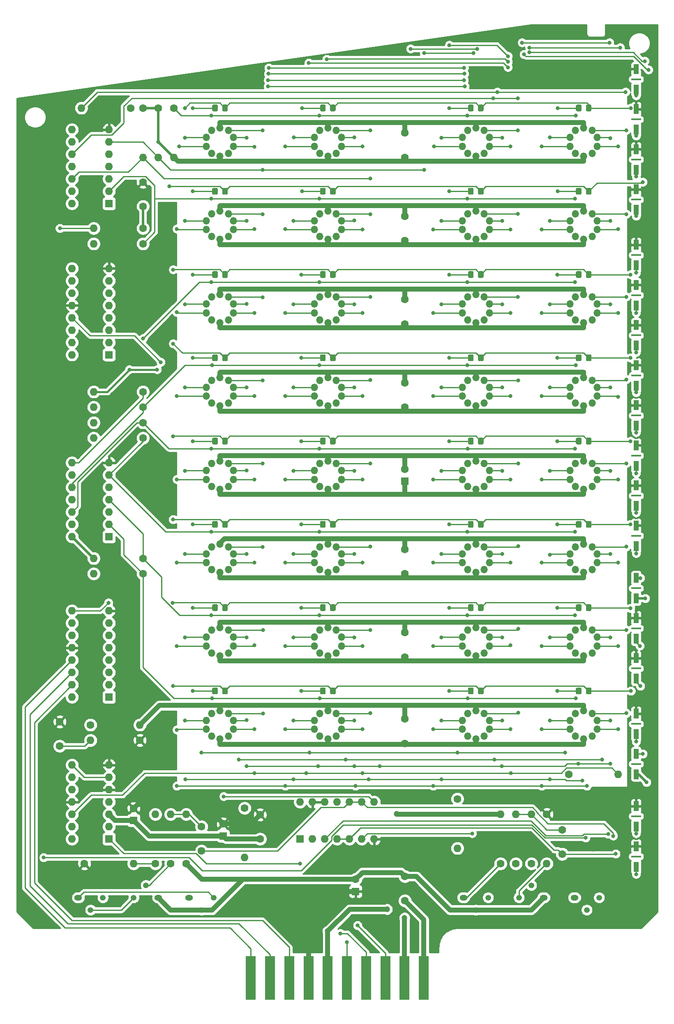
<source format=gtl>
G04 #@! TF.GenerationSoftware,KiCad,Pcbnew,(5.1.12)-1*
G04 #@! TF.CreationDate,2023-07-18T15:35:10+01:00*
G04 #@! TF.ProjectId,Memory,4d656d6f-7279-42e6-9b69-6361645f7063,rev?*
G04 #@! TF.SameCoordinates,Original*
G04 #@! TF.FileFunction,Copper,L1,Top*
G04 #@! TF.FilePolarity,Positive*
%FSLAX46Y46*%
G04 Gerber Fmt 4.6, Leading zero omitted, Abs format (unit mm)*
G04 Created by KiCad (PCBNEW (5.1.12)-1) date 2023-07-18 15:35:10*
%MOMM*%
%LPD*%
G01*
G04 APERTURE LIST*
G04 #@! TA.AperFunction,SMDPad,CuDef*
%ADD10R,2.000000X0.350000*%
G04 #@! TD*
G04 #@! TA.AperFunction,SMDPad,CuDef*
%ADD11R,1.000000X2.000000*%
G04 #@! TD*
G04 #@! TA.AperFunction,ComponentPad*
%ADD12O,1.600000X1.600000*%
G04 #@! TD*
G04 #@! TA.AperFunction,ComponentPad*
%ADD13R,1.600000X1.600000*%
G04 #@! TD*
G04 #@! TA.AperFunction,ComponentPad*
%ADD14C,1.600000*%
G04 #@! TD*
G04 #@! TA.AperFunction,ComponentPad*
%ADD15O,1.500000X1.500000*%
G04 #@! TD*
G04 #@! TA.AperFunction,ComponentPad*
%ADD16O,1.200000X1.200000*%
G04 #@! TD*
G04 #@! TA.AperFunction,ComponentPad*
%ADD17O,1.600000X1.200000*%
G04 #@! TD*
G04 #@! TA.AperFunction,ConnectorPad*
%ADD18R,2.000000X9.000000*%
G04 #@! TD*
G04 #@! TA.AperFunction,ViaPad*
%ADD19C,0.800000*%
G04 #@! TD*
G04 #@! TA.AperFunction,ViaPad*
%ADD20C,1.200000*%
G04 #@! TD*
G04 #@! TA.AperFunction,Conductor*
%ADD21C,0.250000*%
G04 #@! TD*
G04 #@! TA.AperFunction,Conductor*
%ADD22C,1.000000*%
G04 #@! TD*
G04 #@! TA.AperFunction,Conductor*
%ADD23C,0.500000*%
G04 #@! TD*
G04 #@! TA.AperFunction,Conductor*
%ADD24C,0.400000*%
G04 #@! TD*
G04 #@! TA.AperFunction,Conductor*
%ADD25C,0.254000*%
G04 #@! TD*
G04 #@! TA.AperFunction,Conductor*
%ADD26C,0.100000*%
G04 #@! TD*
G04 APERTURE END LIST*
G04 #@! TA.AperFunction,SMDPad,CuDef*
G36*
G01*
X86175000Y-135705001D02*
X86175000Y-134804999D01*
G75*
G02*
X86424999Y-134555000I249999J0D01*
G01*
X87075001Y-134555000D01*
G75*
G02*
X87325000Y-134804999I0J-249999D01*
G01*
X87325000Y-135705001D01*
G75*
G02*
X87075001Y-135955000I-249999J0D01*
G01*
X86424999Y-135955000D01*
G75*
G02*
X86175000Y-135705001I0J249999D01*
G01*
G37*
G04 #@! TD.AperFunction*
G04 #@! TA.AperFunction,SMDPad,CuDef*
G36*
G01*
X84125000Y-135705001D02*
X84125000Y-134804999D01*
G75*
G02*
X84374999Y-134555000I249999J0D01*
G01*
X85025001Y-134555000D01*
G75*
G02*
X85275000Y-134804999I0J-249999D01*
G01*
X85275000Y-135705001D01*
G75*
G02*
X85025001Y-135955000I-249999J0D01*
G01*
X84374999Y-135955000D01*
G75*
G02*
X84125000Y-135705001I0J249999D01*
G01*
G37*
G04 #@! TD.AperFunction*
G04 #@! TA.AperFunction,SMDPad,CuDef*
G36*
G01*
X108400000Y-135705001D02*
X108400000Y-134804999D01*
G75*
G02*
X108649999Y-134555000I249999J0D01*
G01*
X109300001Y-134555000D01*
G75*
G02*
X109550000Y-134804999I0J-249999D01*
G01*
X109550000Y-135705001D01*
G75*
G02*
X109300001Y-135955000I-249999J0D01*
G01*
X108649999Y-135955000D01*
G75*
G02*
X108400000Y-135705001I0J249999D01*
G01*
G37*
G04 #@! TD.AperFunction*
G04 #@! TA.AperFunction,SMDPad,CuDef*
G36*
G01*
X106350000Y-135705001D02*
X106350000Y-134804999D01*
G75*
G02*
X106599999Y-134555000I249999J0D01*
G01*
X107250001Y-134555000D01*
G75*
G02*
X107500000Y-134804999I0J-249999D01*
G01*
X107500000Y-135705001D01*
G75*
G02*
X107250001Y-135955000I-249999J0D01*
G01*
X106599999Y-135955000D01*
G75*
G02*
X106350000Y-135705001I0J249999D01*
G01*
G37*
G04 #@! TD.AperFunction*
G04 #@! TA.AperFunction,SMDPad,CuDef*
G36*
G01*
X138880000Y-135705001D02*
X138880000Y-134804999D01*
G75*
G02*
X139129999Y-134555000I249999J0D01*
G01*
X139780001Y-134555000D01*
G75*
G02*
X140030000Y-134804999I0J-249999D01*
G01*
X140030000Y-135705001D01*
G75*
G02*
X139780001Y-135955000I-249999J0D01*
G01*
X139129999Y-135955000D01*
G75*
G02*
X138880000Y-135705001I0J249999D01*
G01*
G37*
G04 #@! TD.AperFunction*
G04 #@! TA.AperFunction,SMDPad,CuDef*
G36*
G01*
X136830000Y-135705001D02*
X136830000Y-134804999D01*
G75*
G02*
X137079999Y-134555000I249999J0D01*
G01*
X137730001Y-134555000D01*
G75*
G02*
X137980000Y-134804999I0J-249999D01*
G01*
X137980000Y-135705001D01*
G75*
G02*
X137730001Y-135955000I-249999J0D01*
G01*
X137079999Y-135955000D01*
G75*
G02*
X136830000Y-135705001I0J249999D01*
G01*
G37*
G04 #@! TD.AperFunction*
G04 #@! TA.AperFunction,SMDPad,CuDef*
G36*
G01*
X161105000Y-135705001D02*
X161105000Y-134804999D01*
G75*
G02*
X161354999Y-134555000I249999J0D01*
G01*
X162005001Y-134555000D01*
G75*
G02*
X162255000Y-134804999I0J-249999D01*
G01*
X162255000Y-135705001D01*
G75*
G02*
X162005001Y-135955000I-249999J0D01*
G01*
X161354999Y-135955000D01*
G75*
G02*
X161105000Y-135705001I0J249999D01*
G01*
G37*
G04 #@! TD.AperFunction*
G04 #@! TA.AperFunction,SMDPad,CuDef*
G36*
G01*
X159055000Y-135705001D02*
X159055000Y-134804999D01*
G75*
G02*
X159304999Y-134555000I249999J0D01*
G01*
X159955001Y-134555000D01*
G75*
G02*
X160205000Y-134804999I0J-249999D01*
G01*
X160205000Y-135705001D01*
G75*
G02*
X159955001Y-135955000I-249999J0D01*
G01*
X159304999Y-135955000D01*
G75*
G02*
X159055000Y-135705001I0J249999D01*
G01*
G37*
G04 #@! TD.AperFunction*
G04 #@! TA.AperFunction,SMDPad,CuDef*
G36*
G01*
X86175000Y-118560001D02*
X86175000Y-117659999D01*
G75*
G02*
X86424999Y-117410000I249999J0D01*
G01*
X87075001Y-117410000D01*
G75*
G02*
X87325000Y-117659999I0J-249999D01*
G01*
X87325000Y-118560001D01*
G75*
G02*
X87075001Y-118810000I-249999J0D01*
G01*
X86424999Y-118810000D01*
G75*
G02*
X86175000Y-118560001I0J249999D01*
G01*
G37*
G04 #@! TD.AperFunction*
G04 #@! TA.AperFunction,SMDPad,CuDef*
G36*
G01*
X84125000Y-118560001D02*
X84125000Y-117659999D01*
G75*
G02*
X84374999Y-117410000I249999J0D01*
G01*
X85025001Y-117410000D01*
G75*
G02*
X85275000Y-117659999I0J-249999D01*
G01*
X85275000Y-118560001D01*
G75*
G02*
X85025001Y-118810000I-249999J0D01*
G01*
X84374999Y-118810000D01*
G75*
G02*
X84125000Y-118560001I0J249999D01*
G01*
G37*
G04 #@! TD.AperFunction*
G04 #@! TA.AperFunction,SMDPad,CuDef*
G36*
G01*
X108400000Y-118560001D02*
X108400000Y-117659999D01*
G75*
G02*
X108649999Y-117410000I249999J0D01*
G01*
X109300001Y-117410000D01*
G75*
G02*
X109550000Y-117659999I0J-249999D01*
G01*
X109550000Y-118560001D01*
G75*
G02*
X109300001Y-118810000I-249999J0D01*
G01*
X108649999Y-118810000D01*
G75*
G02*
X108400000Y-118560001I0J249999D01*
G01*
G37*
G04 #@! TD.AperFunction*
G04 #@! TA.AperFunction,SMDPad,CuDef*
G36*
G01*
X106350000Y-118560001D02*
X106350000Y-117659999D01*
G75*
G02*
X106599999Y-117410000I249999J0D01*
G01*
X107250001Y-117410000D01*
G75*
G02*
X107500000Y-117659999I0J-249999D01*
G01*
X107500000Y-118560001D01*
G75*
G02*
X107250001Y-118810000I-249999J0D01*
G01*
X106599999Y-118810000D01*
G75*
G02*
X106350000Y-118560001I0J249999D01*
G01*
G37*
G04 #@! TD.AperFunction*
G04 #@! TA.AperFunction,SMDPad,CuDef*
G36*
G01*
X138880000Y-118560001D02*
X138880000Y-117659999D01*
G75*
G02*
X139129999Y-117410000I249999J0D01*
G01*
X139780001Y-117410000D01*
G75*
G02*
X140030000Y-117659999I0J-249999D01*
G01*
X140030000Y-118560001D01*
G75*
G02*
X139780001Y-118810000I-249999J0D01*
G01*
X139129999Y-118810000D01*
G75*
G02*
X138880000Y-118560001I0J249999D01*
G01*
G37*
G04 #@! TD.AperFunction*
G04 #@! TA.AperFunction,SMDPad,CuDef*
G36*
G01*
X136830000Y-118560001D02*
X136830000Y-117659999D01*
G75*
G02*
X137079999Y-117410000I249999J0D01*
G01*
X137730001Y-117410000D01*
G75*
G02*
X137980000Y-117659999I0J-249999D01*
G01*
X137980000Y-118560001D01*
G75*
G02*
X137730001Y-118810000I-249999J0D01*
G01*
X137079999Y-118810000D01*
G75*
G02*
X136830000Y-118560001I0J249999D01*
G01*
G37*
G04 #@! TD.AperFunction*
G04 #@! TA.AperFunction,SMDPad,CuDef*
G36*
G01*
X161105000Y-118560001D02*
X161105000Y-117659999D01*
G75*
G02*
X161354999Y-117410000I249999J0D01*
G01*
X162005001Y-117410000D01*
G75*
G02*
X162255000Y-117659999I0J-249999D01*
G01*
X162255000Y-118560001D01*
G75*
G02*
X162005001Y-118810000I-249999J0D01*
G01*
X161354999Y-118810000D01*
G75*
G02*
X161105000Y-118560001I0J249999D01*
G01*
G37*
G04 #@! TD.AperFunction*
G04 #@! TA.AperFunction,SMDPad,CuDef*
G36*
G01*
X159055000Y-118560001D02*
X159055000Y-117659999D01*
G75*
G02*
X159304999Y-117410000I249999J0D01*
G01*
X159955001Y-117410000D01*
G75*
G02*
X160205000Y-117659999I0J-249999D01*
G01*
X160205000Y-118560001D01*
G75*
G02*
X159955001Y-118810000I-249999J0D01*
G01*
X159304999Y-118810000D01*
G75*
G02*
X159055000Y-118560001I0J249999D01*
G01*
G37*
G04 #@! TD.AperFunction*
G04 #@! TA.AperFunction,SMDPad,CuDef*
G36*
G01*
X86175000Y-101415001D02*
X86175000Y-100514999D01*
G75*
G02*
X86424999Y-100265000I249999J0D01*
G01*
X87075001Y-100265000D01*
G75*
G02*
X87325000Y-100514999I0J-249999D01*
G01*
X87325000Y-101415001D01*
G75*
G02*
X87075001Y-101665000I-249999J0D01*
G01*
X86424999Y-101665000D01*
G75*
G02*
X86175000Y-101415001I0J249999D01*
G01*
G37*
G04 #@! TD.AperFunction*
G04 #@! TA.AperFunction,SMDPad,CuDef*
G36*
G01*
X84125000Y-101415001D02*
X84125000Y-100514999D01*
G75*
G02*
X84374999Y-100265000I249999J0D01*
G01*
X85025001Y-100265000D01*
G75*
G02*
X85275000Y-100514999I0J-249999D01*
G01*
X85275000Y-101415001D01*
G75*
G02*
X85025001Y-101665000I-249999J0D01*
G01*
X84374999Y-101665000D01*
G75*
G02*
X84125000Y-101415001I0J249999D01*
G01*
G37*
G04 #@! TD.AperFunction*
G04 #@! TA.AperFunction,SMDPad,CuDef*
G36*
G01*
X108400000Y-101415001D02*
X108400000Y-100514999D01*
G75*
G02*
X108649999Y-100265000I249999J0D01*
G01*
X109300001Y-100265000D01*
G75*
G02*
X109550000Y-100514999I0J-249999D01*
G01*
X109550000Y-101415001D01*
G75*
G02*
X109300001Y-101665000I-249999J0D01*
G01*
X108649999Y-101665000D01*
G75*
G02*
X108400000Y-101415001I0J249999D01*
G01*
G37*
G04 #@! TD.AperFunction*
G04 #@! TA.AperFunction,SMDPad,CuDef*
G36*
G01*
X106350000Y-101415001D02*
X106350000Y-100514999D01*
G75*
G02*
X106599999Y-100265000I249999J0D01*
G01*
X107250001Y-100265000D01*
G75*
G02*
X107500000Y-100514999I0J-249999D01*
G01*
X107500000Y-101415001D01*
G75*
G02*
X107250001Y-101665000I-249999J0D01*
G01*
X106599999Y-101665000D01*
G75*
G02*
X106350000Y-101415001I0J249999D01*
G01*
G37*
G04 #@! TD.AperFunction*
G04 #@! TA.AperFunction,SMDPad,CuDef*
G36*
G01*
X138880000Y-101415001D02*
X138880000Y-100514999D01*
G75*
G02*
X139129999Y-100265000I249999J0D01*
G01*
X139780001Y-100265000D01*
G75*
G02*
X140030000Y-100514999I0J-249999D01*
G01*
X140030000Y-101415001D01*
G75*
G02*
X139780001Y-101665000I-249999J0D01*
G01*
X139129999Y-101665000D01*
G75*
G02*
X138880000Y-101415001I0J249999D01*
G01*
G37*
G04 #@! TD.AperFunction*
G04 #@! TA.AperFunction,SMDPad,CuDef*
G36*
G01*
X136830000Y-101415001D02*
X136830000Y-100514999D01*
G75*
G02*
X137079999Y-100265000I249999J0D01*
G01*
X137730001Y-100265000D01*
G75*
G02*
X137980000Y-100514999I0J-249999D01*
G01*
X137980000Y-101415001D01*
G75*
G02*
X137730001Y-101665000I-249999J0D01*
G01*
X137079999Y-101665000D01*
G75*
G02*
X136830000Y-101415001I0J249999D01*
G01*
G37*
G04 #@! TD.AperFunction*
G04 #@! TA.AperFunction,SMDPad,CuDef*
G36*
G01*
X161105000Y-101415001D02*
X161105000Y-100514999D01*
G75*
G02*
X161354999Y-100265000I249999J0D01*
G01*
X162005001Y-100265000D01*
G75*
G02*
X162255000Y-100514999I0J-249999D01*
G01*
X162255000Y-101415001D01*
G75*
G02*
X162005001Y-101665000I-249999J0D01*
G01*
X161354999Y-101665000D01*
G75*
G02*
X161105000Y-101415001I0J249999D01*
G01*
G37*
G04 #@! TD.AperFunction*
G04 #@! TA.AperFunction,SMDPad,CuDef*
G36*
G01*
X159055000Y-101415001D02*
X159055000Y-100514999D01*
G75*
G02*
X159304999Y-100265000I249999J0D01*
G01*
X159955001Y-100265000D01*
G75*
G02*
X160205000Y-100514999I0J-249999D01*
G01*
X160205000Y-101415001D01*
G75*
G02*
X159955001Y-101665000I-249999J0D01*
G01*
X159304999Y-101665000D01*
G75*
G02*
X159055000Y-101415001I0J249999D01*
G01*
G37*
G04 #@! TD.AperFunction*
G04 #@! TA.AperFunction,SMDPad,CuDef*
G36*
G01*
X86175000Y-84270001D02*
X86175000Y-83369999D01*
G75*
G02*
X86424999Y-83120000I249999J0D01*
G01*
X87075001Y-83120000D01*
G75*
G02*
X87325000Y-83369999I0J-249999D01*
G01*
X87325000Y-84270001D01*
G75*
G02*
X87075001Y-84520000I-249999J0D01*
G01*
X86424999Y-84520000D01*
G75*
G02*
X86175000Y-84270001I0J249999D01*
G01*
G37*
G04 #@! TD.AperFunction*
G04 #@! TA.AperFunction,SMDPad,CuDef*
G36*
G01*
X84125000Y-84270001D02*
X84125000Y-83369999D01*
G75*
G02*
X84374999Y-83120000I249999J0D01*
G01*
X85025001Y-83120000D01*
G75*
G02*
X85275000Y-83369999I0J-249999D01*
G01*
X85275000Y-84270001D01*
G75*
G02*
X85025001Y-84520000I-249999J0D01*
G01*
X84374999Y-84520000D01*
G75*
G02*
X84125000Y-84270001I0J249999D01*
G01*
G37*
G04 #@! TD.AperFunction*
G04 #@! TA.AperFunction,SMDPad,CuDef*
G36*
G01*
X108400000Y-84270001D02*
X108400000Y-83369999D01*
G75*
G02*
X108649999Y-83120000I249999J0D01*
G01*
X109300001Y-83120000D01*
G75*
G02*
X109550000Y-83369999I0J-249999D01*
G01*
X109550000Y-84270001D01*
G75*
G02*
X109300001Y-84520000I-249999J0D01*
G01*
X108649999Y-84520000D01*
G75*
G02*
X108400000Y-84270001I0J249999D01*
G01*
G37*
G04 #@! TD.AperFunction*
G04 #@! TA.AperFunction,SMDPad,CuDef*
G36*
G01*
X106350000Y-84270001D02*
X106350000Y-83369999D01*
G75*
G02*
X106599999Y-83120000I249999J0D01*
G01*
X107250001Y-83120000D01*
G75*
G02*
X107500000Y-83369999I0J-249999D01*
G01*
X107500000Y-84270001D01*
G75*
G02*
X107250001Y-84520000I-249999J0D01*
G01*
X106599999Y-84520000D01*
G75*
G02*
X106350000Y-84270001I0J249999D01*
G01*
G37*
G04 #@! TD.AperFunction*
G04 #@! TA.AperFunction,SMDPad,CuDef*
G36*
G01*
X138880000Y-84270001D02*
X138880000Y-83369999D01*
G75*
G02*
X139129999Y-83120000I249999J0D01*
G01*
X139780001Y-83120000D01*
G75*
G02*
X140030000Y-83369999I0J-249999D01*
G01*
X140030000Y-84270001D01*
G75*
G02*
X139780001Y-84520000I-249999J0D01*
G01*
X139129999Y-84520000D01*
G75*
G02*
X138880000Y-84270001I0J249999D01*
G01*
G37*
G04 #@! TD.AperFunction*
G04 #@! TA.AperFunction,SMDPad,CuDef*
G36*
G01*
X136830000Y-84270001D02*
X136830000Y-83369999D01*
G75*
G02*
X137079999Y-83120000I249999J0D01*
G01*
X137730001Y-83120000D01*
G75*
G02*
X137980000Y-83369999I0J-249999D01*
G01*
X137980000Y-84270001D01*
G75*
G02*
X137730001Y-84520000I-249999J0D01*
G01*
X137079999Y-84520000D01*
G75*
G02*
X136830000Y-84270001I0J249999D01*
G01*
G37*
G04 #@! TD.AperFunction*
G04 #@! TA.AperFunction,SMDPad,CuDef*
G36*
G01*
X161105000Y-84270001D02*
X161105000Y-83369999D01*
G75*
G02*
X161354999Y-83120000I249999J0D01*
G01*
X162005001Y-83120000D01*
G75*
G02*
X162255000Y-83369999I0J-249999D01*
G01*
X162255000Y-84270001D01*
G75*
G02*
X162005001Y-84520000I-249999J0D01*
G01*
X161354999Y-84520000D01*
G75*
G02*
X161105000Y-84270001I0J249999D01*
G01*
G37*
G04 #@! TD.AperFunction*
G04 #@! TA.AperFunction,SMDPad,CuDef*
G36*
G01*
X159055000Y-84270001D02*
X159055000Y-83369999D01*
G75*
G02*
X159304999Y-83120000I249999J0D01*
G01*
X159955001Y-83120000D01*
G75*
G02*
X160205000Y-83369999I0J-249999D01*
G01*
X160205000Y-84270001D01*
G75*
G02*
X159955001Y-84520000I-249999J0D01*
G01*
X159304999Y-84520000D01*
G75*
G02*
X159055000Y-84270001I0J249999D01*
G01*
G37*
G04 #@! TD.AperFunction*
G04 #@! TA.AperFunction,SMDPad,CuDef*
G36*
G01*
X86175000Y-67125001D02*
X86175000Y-66224999D01*
G75*
G02*
X86424999Y-65975000I249999J0D01*
G01*
X87075001Y-65975000D01*
G75*
G02*
X87325000Y-66224999I0J-249999D01*
G01*
X87325000Y-67125001D01*
G75*
G02*
X87075001Y-67375000I-249999J0D01*
G01*
X86424999Y-67375000D01*
G75*
G02*
X86175000Y-67125001I0J249999D01*
G01*
G37*
G04 #@! TD.AperFunction*
G04 #@! TA.AperFunction,SMDPad,CuDef*
G36*
G01*
X84125000Y-67125001D02*
X84125000Y-66224999D01*
G75*
G02*
X84374999Y-65975000I249999J0D01*
G01*
X85025001Y-65975000D01*
G75*
G02*
X85275000Y-66224999I0J-249999D01*
G01*
X85275000Y-67125001D01*
G75*
G02*
X85025001Y-67375000I-249999J0D01*
G01*
X84374999Y-67375000D01*
G75*
G02*
X84125000Y-67125001I0J249999D01*
G01*
G37*
G04 #@! TD.AperFunction*
G04 #@! TA.AperFunction,SMDPad,CuDef*
G36*
G01*
X108400000Y-67125001D02*
X108400000Y-66224999D01*
G75*
G02*
X108649999Y-65975000I249999J0D01*
G01*
X109300001Y-65975000D01*
G75*
G02*
X109550000Y-66224999I0J-249999D01*
G01*
X109550000Y-67125001D01*
G75*
G02*
X109300001Y-67375000I-249999J0D01*
G01*
X108649999Y-67375000D01*
G75*
G02*
X108400000Y-67125001I0J249999D01*
G01*
G37*
G04 #@! TD.AperFunction*
G04 #@! TA.AperFunction,SMDPad,CuDef*
G36*
G01*
X106350000Y-67125001D02*
X106350000Y-66224999D01*
G75*
G02*
X106599999Y-65975000I249999J0D01*
G01*
X107250001Y-65975000D01*
G75*
G02*
X107500000Y-66224999I0J-249999D01*
G01*
X107500000Y-67125001D01*
G75*
G02*
X107250001Y-67375000I-249999J0D01*
G01*
X106599999Y-67375000D01*
G75*
G02*
X106350000Y-67125001I0J249999D01*
G01*
G37*
G04 #@! TD.AperFunction*
G04 #@! TA.AperFunction,SMDPad,CuDef*
G36*
G01*
X138880000Y-67125001D02*
X138880000Y-66224999D01*
G75*
G02*
X139129999Y-65975000I249999J0D01*
G01*
X139780001Y-65975000D01*
G75*
G02*
X140030000Y-66224999I0J-249999D01*
G01*
X140030000Y-67125001D01*
G75*
G02*
X139780001Y-67375000I-249999J0D01*
G01*
X139129999Y-67375000D01*
G75*
G02*
X138880000Y-67125001I0J249999D01*
G01*
G37*
G04 #@! TD.AperFunction*
G04 #@! TA.AperFunction,SMDPad,CuDef*
G36*
G01*
X136830000Y-67125001D02*
X136830000Y-66224999D01*
G75*
G02*
X137079999Y-65975000I249999J0D01*
G01*
X137730001Y-65975000D01*
G75*
G02*
X137980000Y-66224999I0J-249999D01*
G01*
X137980000Y-67125001D01*
G75*
G02*
X137730001Y-67375000I-249999J0D01*
G01*
X137079999Y-67375000D01*
G75*
G02*
X136830000Y-67125001I0J249999D01*
G01*
G37*
G04 #@! TD.AperFunction*
G04 #@! TA.AperFunction,SMDPad,CuDef*
G36*
G01*
X161105000Y-67125001D02*
X161105000Y-66224999D01*
G75*
G02*
X161354999Y-65975000I249999J0D01*
G01*
X162005001Y-65975000D01*
G75*
G02*
X162255000Y-66224999I0J-249999D01*
G01*
X162255000Y-67125001D01*
G75*
G02*
X162005001Y-67375000I-249999J0D01*
G01*
X161354999Y-67375000D01*
G75*
G02*
X161105000Y-67125001I0J249999D01*
G01*
G37*
G04 #@! TD.AperFunction*
G04 #@! TA.AperFunction,SMDPad,CuDef*
G36*
G01*
X159055000Y-67125001D02*
X159055000Y-66224999D01*
G75*
G02*
X159304999Y-65975000I249999J0D01*
G01*
X159955001Y-65975000D01*
G75*
G02*
X160205000Y-66224999I0J-249999D01*
G01*
X160205000Y-67125001D01*
G75*
G02*
X159955001Y-67375000I-249999J0D01*
G01*
X159304999Y-67375000D01*
G75*
G02*
X159055000Y-67125001I0J249999D01*
G01*
G37*
G04 #@! TD.AperFunction*
G04 #@! TA.AperFunction,SMDPad,CuDef*
G36*
G01*
X86175000Y-49980001D02*
X86175000Y-49079999D01*
G75*
G02*
X86424999Y-48830000I249999J0D01*
G01*
X87075001Y-48830000D01*
G75*
G02*
X87325000Y-49079999I0J-249999D01*
G01*
X87325000Y-49980001D01*
G75*
G02*
X87075001Y-50230000I-249999J0D01*
G01*
X86424999Y-50230000D01*
G75*
G02*
X86175000Y-49980001I0J249999D01*
G01*
G37*
G04 #@! TD.AperFunction*
G04 #@! TA.AperFunction,SMDPad,CuDef*
G36*
G01*
X84125000Y-49980001D02*
X84125000Y-49079999D01*
G75*
G02*
X84374999Y-48830000I249999J0D01*
G01*
X85025001Y-48830000D01*
G75*
G02*
X85275000Y-49079999I0J-249999D01*
G01*
X85275000Y-49980001D01*
G75*
G02*
X85025001Y-50230000I-249999J0D01*
G01*
X84374999Y-50230000D01*
G75*
G02*
X84125000Y-49980001I0J249999D01*
G01*
G37*
G04 #@! TD.AperFunction*
G04 #@! TA.AperFunction,SMDPad,CuDef*
G36*
G01*
X108400000Y-49980001D02*
X108400000Y-49079999D01*
G75*
G02*
X108649999Y-48830000I249999J0D01*
G01*
X109300001Y-48830000D01*
G75*
G02*
X109550000Y-49079999I0J-249999D01*
G01*
X109550000Y-49980001D01*
G75*
G02*
X109300001Y-50230000I-249999J0D01*
G01*
X108649999Y-50230000D01*
G75*
G02*
X108400000Y-49980001I0J249999D01*
G01*
G37*
G04 #@! TD.AperFunction*
G04 #@! TA.AperFunction,SMDPad,CuDef*
G36*
G01*
X106350000Y-49980001D02*
X106350000Y-49079999D01*
G75*
G02*
X106599999Y-48830000I249999J0D01*
G01*
X107250001Y-48830000D01*
G75*
G02*
X107500000Y-49079999I0J-249999D01*
G01*
X107500000Y-49980001D01*
G75*
G02*
X107250001Y-50230000I-249999J0D01*
G01*
X106599999Y-50230000D01*
G75*
G02*
X106350000Y-49980001I0J249999D01*
G01*
G37*
G04 #@! TD.AperFunction*
G04 #@! TA.AperFunction,SMDPad,CuDef*
G36*
G01*
X138880000Y-49980001D02*
X138880000Y-49079999D01*
G75*
G02*
X139129999Y-48830000I249999J0D01*
G01*
X139780001Y-48830000D01*
G75*
G02*
X140030000Y-49079999I0J-249999D01*
G01*
X140030000Y-49980001D01*
G75*
G02*
X139780001Y-50230000I-249999J0D01*
G01*
X139129999Y-50230000D01*
G75*
G02*
X138880000Y-49980001I0J249999D01*
G01*
G37*
G04 #@! TD.AperFunction*
G04 #@! TA.AperFunction,SMDPad,CuDef*
G36*
G01*
X136830000Y-49980001D02*
X136830000Y-49079999D01*
G75*
G02*
X137079999Y-48830000I249999J0D01*
G01*
X137730001Y-48830000D01*
G75*
G02*
X137980000Y-49079999I0J-249999D01*
G01*
X137980000Y-49980001D01*
G75*
G02*
X137730001Y-50230000I-249999J0D01*
G01*
X137079999Y-50230000D01*
G75*
G02*
X136830000Y-49980001I0J249999D01*
G01*
G37*
G04 #@! TD.AperFunction*
G04 #@! TA.AperFunction,SMDPad,CuDef*
G36*
G01*
X161105000Y-49980001D02*
X161105000Y-49079999D01*
G75*
G02*
X161354999Y-48830000I249999J0D01*
G01*
X162005001Y-48830000D01*
G75*
G02*
X162255000Y-49079999I0J-249999D01*
G01*
X162255000Y-49980001D01*
G75*
G02*
X162005001Y-50230000I-249999J0D01*
G01*
X161354999Y-50230000D01*
G75*
G02*
X161105000Y-49980001I0J249999D01*
G01*
G37*
G04 #@! TD.AperFunction*
G04 #@! TA.AperFunction,SMDPad,CuDef*
G36*
G01*
X159055000Y-49980001D02*
X159055000Y-49079999D01*
G75*
G02*
X159304999Y-48830000I249999J0D01*
G01*
X159955001Y-48830000D01*
G75*
G02*
X160205000Y-49079999I0J-249999D01*
G01*
X160205000Y-49980001D01*
G75*
G02*
X159955001Y-50230000I-249999J0D01*
G01*
X159304999Y-50230000D01*
G75*
G02*
X159055000Y-49980001I0J249999D01*
G01*
G37*
G04 #@! TD.AperFunction*
G04 #@! TA.AperFunction,SMDPad,CuDef*
G36*
G01*
X86175000Y-32835001D02*
X86175000Y-31934999D01*
G75*
G02*
X86424999Y-31685000I249999J0D01*
G01*
X87075001Y-31685000D01*
G75*
G02*
X87325000Y-31934999I0J-249999D01*
G01*
X87325000Y-32835001D01*
G75*
G02*
X87075001Y-33085000I-249999J0D01*
G01*
X86424999Y-33085000D01*
G75*
G02*
X86175000Y-32835001I0J249999D01*
G01*
G37*
G04 #@! TD.AperFunction*
G04 #@! TA.AperFunction,SMDPad,CuDef*
G36*
G01*
X84125000Y-32835001D02*
X84125000Y-31934999D01*
G75*
G02*
X84374999Y-31685000I249999J0D01*
G01*
X85025001Y-31685000D01*
G75*
G02*
X85275000Y-31934999I0J-249999D01*
G01*
X85275000Y-32835001D01*
G75*
G02*
X85025001Y-33085000I-249999J0D01*
G01*
X84374999Y-33085000D01*
G75*
G02*
X84125000Y-32835001I0J249999D01*
G01*
G37*
G04 #@! TD.AperFunction*
G04 #@! TA.AperFunction,SMDPad,CuDef*
G36*
G01*
X108400000Y-32835001D02*
X108400000Y-31934999D01*
G75*
G02*
X108649999Y-31685000I249999J0D01*
G01*
X109300001Y-31685000D01*
G75*
G02*
X109550000Y-31934999I0J-249999D01*
G01*
X109550000Y-32835001D01*
G75*
G02*
X109300001Y-33085000I-249999J0D01*
G01*
X108649999Y-33085000D01*
G75*
G02*
X108400000Y-32835001I0J249999D01*
G01*
G37*
G04 #@! TD.AperFunction*
G04 #@! TA.AperFunction,SMDPad,CuDef*
G36*
G01*
X106350000Y-32835001D02*
X106350000Y-31934999D01*
G75*
G02*
X106599999Y-31685000I249999J0D01*
G01*
X107250001Y-31685000D01*
G75*
G02*
X107500000Y-31934999I0J-249999D01*
G01*
X107500000Y-32835001D01*
G75*
G02*
X107250001Y-33085000I-249999J0D01*
G01*
X106599999Y-33085000D01*
G75*
G02*
X106350000Y-32835001I0J249999D01*
G01*
G37*
G04 #@! TD.AperFunction*
G04 #@! TA.AperFunction,SMDPad,CuDef*
G36*
G01*
X138880000Y-32835001D02*
X138880000Y-31934999D01*
G75*
G02*
X139129999Y-31685000I249999J0D01*
G01*
X139780001Y-31685000D01*
G75*
G02*
X140030000Y-31934999I0J-249999D01*
G01*
X140030000Y-32835001D01*
G75*
G02*
X139780001Y-33085000I-249999J0D01*
G01*
X139129999Y-33085000D01*
G75*
G02*
X138880000Y-32835001I0J249999D01*
G01*
G37*
G04 #@! TD.AperFunction*
G04 #@! TA.AperFunction,SMDPad,CuDef*
G36*
G01*
X136830000Y-32835001D02*
X136830000Y-31934999D01*
G75*
G02*
X137079999Y-31685000I249999J0D01*
G01*
X137730001Y-31685000D01*
G75*
G02*
X137980000Y-31934999I0J-249999D01*
G01*
X137980000Y-32835001D01*
G75*
G02*
X137730001Y-33085000I-249999J0D01*
G01*
X137079999Y-33085000D01*
G75*
G02*
X136830000Y-32835001I0J249999D01*
G01*
G37*
G04 #@! TD.AperFunction*
G04 #@! TA.AperFunction,SMDPad,CuDef*
G36*
G01*
X161105000Y-32835001D02*
X161105000Y-31934999D01*
G75*
G02*
X161354999Y-31685000I249999J0D01*
G01*
X162005001Y-31685000D01*
G75*
G02*
X162255000Y-31934999I0J-249999D01*
G01*
X162255000Y-32835001D01*
G75*
G02*
X162005001Y-33085000I-249999J0D01*
G01*
X161354999Y-33085000D01*
G75*
G02*
X161105000Y-32835001I0J249999D01*
G01*
G37*
G04 #@! TD.AperFunction*
G04 #@! TA.AperFunction,SMDPad,CuDef*
G36*
G01*
X159055000Y-32835001D02*
X159055000Y-31934999D01*
G75*
G02*
X159304999Y-31685000I249999J0D01*
G01*
X159955001Y-31685000D01*
G75*
G02*
X160205000Y-31934999I0J-249999D01*
G01*
X160205000Y-32835001D01*
G75*
G02*
X159955001Y-33085000I-249999J0D01*
G01*
X159304999Y-33085000D01*
G75*
G02*
X159055000Y-32835001I0J249999D01*
G01*
G37*
G04 #@! TD.AperFunction*
G04 #@! TA.AperFunction,SMDPad,CuDef*
G36*
G01*
X86175000Y-15690001D02*
X86175000Y-14789999D01*
G75*
G02*
X86424999Y-14540000I249999J0D01*
G01*
X87075001Y-14540000D01*
G75*
G02*
X87325000Y-14789999I0J-249999D01*
G01*
X87325000Y-15690001D01*
G75*
G02*
X87075001Y-15940000I-249999J0D01*
G01*
X86424999Y-15940000D01*
G75*
G02*
X86175000Y-15690001I0J249999D01*
G01*
G37*
G04 #@! TD.AperFunction*
G04 #@! TA.AperFunction,SMDPad,CuDef*
G36*
G01*
X84125000Y-15690001D02*
X84125000Y-14789999D01*
G75*
G02*
X84374999Y-14540000I249999J0D01*
G01*
X85025001Y-14540000D01*
G75*
G02*
X85275000Y-14789999I0J-249999D01*
G01*
X85275000Y-15690001D01*
G75*
G02*
X85025001Y-15940000I-249999J0D01*
G01*
X84374999Y-15940000D01*
G75*
G02*
X84125000Y-15690001I0J249999D01*
G01*
G37*
G04 #@! TD.AperFunction*
G04 #@! TA.AperFunction,SMDPad,CuDef*
G36*
G01*
X108400000Y-15690001D02*
X108400000Y-14789999D01*
G75*
G02*
X108649999Y-14540000I249999J0D01*
G01*
X109300001Y-14540000D01*
G75*
G02*
X109550000Y-14789999I0J-249999D01*
G01*
X109550000Y-15690001D01*
G75*
G02*
X109300001Y-15940000I-249999J0D01*
G01*
X108649999Y-15940000D01*
G75*
G02*
X108400000Y-15690001I0J249999D01*
G01*
G37*
G04 #@! TD.AperFunction*
G04 #@! TA.AperFunction,SMDPad,CuDef*
G36*
G01*
X106350000Y-15690001D02*
X106350000Y-14789999D01*
G75*
G02*
X106599999Y-14540000I249999J0D01*
G01*
X107250001Y-14540000D01*
G75*
G02*
X107500000Y-14789999I0J-249999D01*
G01*
X107500000Y-15690001D01*
G75*
G02*
X107250001Y-15940000I-249999J0D01*
G01*
X106599999Y-15940000D01*
G75*
G02*
X106350000Y-15690001I0J249999D01*
G01*
G37*
G04 #@! TD.AperFunction*
G04 #@! TA.AperFunction,SMDPad,CuDef*
G36*
G01*
X138880000Y-15690001D02*
X138880000Y-14789999D01*
G75*
G02*
X139129999Y-14540000I249999J0D01*
G01*
X139780001Y-14540000D01*
G75*
G02*
X140030000Y-14789999I0J-249999D01*
G01*
X140030000Y-15690001D01*
G75*
G02*
X139780001Y-15940000I-249999J0D01*
G01*
X139129999Y-15940000D01*
G75*
G02*
X138880000Y-15690001I0J249999D01*
G01*
G37*
G04 #@! TD.AperFunction*
G04 #@! TA.AperFunction,SMDPad,CuDef*
G36*
G01*
X136830000Y-15690001D02*
X136830000Y-14789999D01*
G75*
G02*
X137079999Y-14540000I249999J0D01*
G01*
X137730001Y-14540000D01*
G75*
G02*
X137980000Y-14789999I0J-249999D01*
G01*
X137980000Y-15690001D01*
G75*
G02*
X137730001Y-15940000I-249999J0D01*
G01*
X137079999Y-15940000D01*
G75*
G02*
X136830000Y-15690001I0J249999D01*
G01*
G37*
G04 #@! TD.AperFunction*
G04 #@! TA.AperFunction,SMDPad,CuDef*
G36*
G01*
X161105000Y-15690001D02*
X161105000Y-14789999D01*
G75*
G02*
X161354999Y-14540000I249999J0D01*
G01*
X162005001Y-14540000D01*
G75*
G02*
X162255000Y-14789999I0J-249999D01*
G01*
X162255000Y-15690001D01*
G75*
G02*
X162005001Y-15940000I-249999J0D01*
G01*
X161354999Y-15940000D01*
G75*
G02*
X161105000Y-15690001I0J249999D01*
G01*
G37*
G04 #@! TD.AperFunction*
G04 #@! TA.AperFunction,SMDPad,CuDef*
G36*
G01*
X159055000Y-15690001D02*
X159055000Y-14789999D01*
G75*
G02*
X159304999Y-14540000I249999J0D01*
G01*
X159955001Y-14540000D01*
G75*
G02*
X160205000Y-14789999I0J-249999D01*
G01*
X160205000Y-15690001D01*
G75*
G02*
X159955001Y-15940000I-249999J0D01*
G01*
X159304999Y-15940000D01*
G75*
G02*
X159055000Y-15690001I0J249999D01*
G01*
G37*
G04 #@! TD.AperFunction*
D10*
X171450000Y-103310000D03*
D11*
X171450000Y-101210000D03*
X171450000Y-105410000D03*
D10*
X171450000Y-95055000D03*
D11*
X171450000Y-92955000D03*
X171450000Y-97155000D03*
D10*
X171450000Y-86800000D03*
D11*
X171450000Y-84700000D03*
X171450000Y-88900000D03*
D10*
X171450000Y-78545000D03*
D11*
X171450000Y-76445000D03*
X171450000Y-80645000D03*
D10*
X171450000Y-70290000D03*
D11*
X171450000Y-68190000D03*
X171450000Y-72390000D03*
D10*
X171450000Y-62035000D03*
D11*
X171450000Y-59935000D03*
X171450000Y-64135000D03*
D10*
X171450000Y-53780000D03*
D11*
X171450000Y-51680000D03*
X171450000Y-55880000D03*
D10*
X171450000Y-45525000D03*
D11*
X171450000Y-43425000D03*
X171450000Y-47625000D03*
D10*
X171450000Y-114105000D03*
D11*
X171450000Y-112005000D03*
X171450000Y-116205000D03*
D10*
X171450000Y-150300000D03*
D11*
X171450000Y-148200000D03*
X171450000Y-152400000D03*
D10*
X171450000Y-122360000D03*
D11*
X171450000Y-120260000D03*
X171450000Y-124460000D03*
D10*
X171450000Y-130615000D03*
D11*
X171450000Y-128515000D03*
X171450000Y-132715000D03*
D10*
X171450000Y-142045000D03*
D11*
X171450000Y-139945000D03*
X171450000Y-144145000D03*
D10*
X171450000Y-169350000D03*
D11*
X171450000Y-167250000D03*
X171450000Y-171450000D03*
D10*
X171450000Y-161060000D03*
D11*
X171450000Y-158960000D03*
X171450000Y-163160000D03*
D10*
X171450000Y-34095000D03*
D11*
X171450000Y-31995000D03*
X171450000Y-36195000D03*
D10*
X171450000Y-25840000D03*
D11*
X171450000Y-23740000D03*
X171450000Y-27940000D03*
D10*
X171450000Y-17585000D03*
D11*
X171450000Y-15485000D03*
X171450000Y-19685000D03*
D10*
X171450000Y-9330000D03*
D11*
X171450000Y-7230000D03*
X171450000Y-11430000D03*
D12*
X55245000Y-165735000D03*
X62865000Y-150495000D03*
X55245000Y-163195000D03*
X62865000Y-153035000D03*
X55245000Y-160655000D03*
X62865000Y-155575000D03*
X55245000Y-158115000D03*
X62865000Y-158115000D03*
X55245000Y-155575000D03*
X62865000Y-160655000D03*
X55245000Y-153035000D03*
X62865000Y-163195000D03*
X55245000Y-150495000D03*
D13*
X62865000Y-165735000D03*
D12*
X59055000Y-145415000D03*
D14*
X69215000Y-145415000D03*
D12*
X69215000Y-142240000D03*
D14*
X59055000Y-142240000D03*
D12*
X59690000Y-111125000D03*
D14*
X69850000Y-111125000D03*
D12*
X59690000Y-107950000D03*
D14*
X69850000Y-107950000D03*
D12*
X59690000Y-83185000D03*
D14*
X69850000Y-83185000D03*
D12*
X59690000Y-80010000D03*
D14*
X69850000Y-80010000D03*
D12*
X59690000Y-76835000D03*
D14*
X69850000Y-76835000D03*
D12*
X59690000Y-73660000D03*
D14*
X69850000Y-73660000D03*
D12*
X59690000Y-43180000D03*
D14*
X69850000Y-43180000D03*
D12*
X59690000Y-40005000D03*
D14*
X69850000Y-40005000D03*
D12*
X76200000Y-25400000D03*
D14*
X76200000Y-15240000D03*
D12*
X73025000Y-25400000D03*
D14*
X73025000Y-15240000D03*
D12*
X69850000Y-25400000D03*
D14*
X69850000Y-15240000D03*
D12*
X57150000Y-15240000D03*
D14*
X67310000Y-15240000D03*
D12*
X90805000Y-169545000D03*
D14*
X90805000Y-159385000D03*
D12*
X78740000Y-160655000D03*
D14*
X78740000Y-170815000D03*
D12*
X75565000Y-160655000D03*
D14*
X75565000Y-170815000D03*
D12*
X72390000Y-160655000D03*
D14*
X72390000Y-170815000D03*
D12*
X67945000Y-170815000D03*
D14*
X57785000Y-170815000D03*
D12*
X134620000Y-167640000D03*
D14*
X134620000Y-157480000D03*
D12*
X143510000Y-160655000D03*
D14*
X143510000Y-170815000D03*
D12*
X146685000Y-160655000D03*
D14*
X146685000Y-170815000D03*
D12*
X149860000Y-160655000D03*
D14*
X149860000Y-170815000D03*
D12*
X153035000Y-170815000D03*
D14*
X153035000Y-160655000D03*
D12*
X167767000Y-152400000D03*
D14*
X157607000Y-152400000D03*
X113665000Y-174030000D03*
D13*
X113665000Y-176530000D03*
D14*
X86360000Y-162600000D03*
D13*
X86360000Y-165100000D03*
D14*
X67945000Y-159425000D03*
D13*
X67945000Y-161925000D03*
D12*
X102235000Y-158115000D03*
X117475000Y-165735000D03*
X104775000Y-158115000D03*
X114935000Y-165735000D03*
X107315000Y-158115000D03*
X112395000Y-165735000D03*
X109855000Y-158115000D03*
X109855000Y-165735000D03*
X112395000Y-158115000D03*
X107315000Y-165735000D03*
X114935000Y-158115000D03*
X104775000Y-165735000D03*
X117475000Y-158115000D03*
D13*
X102235000Y-165735000D03*
D15*
X160655000Y-139320000D03*
X162371332Y-139877671D03*
X163432085Y-141337671D03*
X163432085Y-143142329D03*
X162371332Y-144602329D03*
X160655000Y-145160000D03*
X158938668Y-144602329D03*
X157877915Y-143142329D03*
X157877915Y-141337671D03*
X158938668Y-139877671D03*
X138430000Y-139320000D03*
X140146332Y-139877671D03*
X141207085Y-141337671D03*
X141207085Y-143142329D03*
X140146332Y-144602329D03*
X138430000Y-145160000D03*
X136713668Y-144602329D03*
X135652915Y-143142329D03*
X135652915Y-141337671D03*
X136713668Y-139877671D03*
X107950000Y-139320000D03*
X109666332Y-139877671D03*
X110727085Y-141337671D03*
X110727085Y-143142329D03*
X109666332Y-144602329D03*
X107950000Y-145160000D03*
X106233668Y-144602329D03*
X105172915Y-143142329D03*
X105172915Y-141337671D03*
X106233668Y-139877671D03*
X85725000Y-139320000D03*
X87441332Y-139877671D03*
X88502085Y-141337671D03*
X88502085Y-143142329D03*
X87441332Y-144602329D03*
X85725000Y-145160000D03*
X84008668Y-144602329D03*
X82947915Y-143142329D03*
X82947915Y-141337671D03*
X84008668Y-139877671D03*
X160655000Y-122175000D03*
X162371332Y-122732671D03*
X163432085Y-124192671D03*
X163432085Y-125997329D03*
X162371332Y-127457329D03*
X160655000Y-128015000D03*
X158938668Y-127457329D03*
X157877915Y-125997329D03*
X157877915Y-124192671D03*
X158938668Y-122732671D03*
X138430000Y-122175000D03*
X140146332Y-122732671D03*
X141207085Y-124192671D03*
X141207085Y-125997329D03*
X140146332Y-127457329D03*
X138430000Y-128015000D03*
X136713668Y-127457329D03*
X135652915Y-125997329D03*
X135652915Y-124192671D03*
X136713668Y-122732671D03*
X107950000Y-122175000D03*
X109666332Y-122732671D03*
X110727085Y-124192671D03*
X110727085Y-125997329D03*
X109666332Y-127457329D03*
X107950000Y-128015000D03*
X106233668Y-127457329D03*
X105172915Y-125997329D03*
X105172915Y-124192671D03*
X106233668Y-122732671D03*
X85725000Y-122175000D03*
X87441332Y-122732671D03*
X88502085Y-124192671D03*
X88502085Y-125997329D03*
X87441332Y-127457329D03*
X85725000Y-128015000D03*
X84008668Y-127457329D03*
X82947915Y-125997329D03*
X82947915Y-124192671D03*
X84008668Y-122732671D03*
D12*
X55245000Y-136525000D03*
X62865000Y-118745000D03*
X55245000Y-133985000D03*
X62865000Y-121285000D03*
X55245000Y-131445000D03*
X62865000Y-123825000D03*
X55245000Y-128905000D03*
X62865000Y-126365000D03*
X55245000Y-126365000D03*
X62865000Y-128905000D03*
X55245000Y-123825000D03*
X62865000Y-131445000D03*
X55245000Y-121285000D03*
X62865000Y-133985000D03*
X55245000Y-118745000D03*
D13*
X62865000Y-136525000D03*
D15*
X160655000Y-105030000D03*
X162371332Y-105587671D03*
X163432085Y-107047671D03*
X163432085Y-108852329D03*
X162371332Y-110312329D03*
X160655000Y-110870000D03*
X158938668Y-110312329D03*
X157877915Y-108852329D03*
X157877915Y-107047671D03*
X158938668Y-105587671D03*
X138430000Y-105030000D03*
X140146332Y-105587671D03*
X141207085Y-107047671D03*
X141207085Y-108852329D03*
X140146332Y-110312329D03*
X138430000Y-110870000D03*
X136713668Y-110312329D03*
X135652915Y-108852329D03*
X135652915Y-107047671D03*
X136713668Y-105587671D03*
X107950000Y-105030000D03*
X109666332Y-105587671D03*
X110727085Y-107047671D03*
X110727085Y-108852329D03*
X109666332Y-110312329D03*
X107950000Y-110870000D03*
X106233668Y-110312329D03*
X105172915Y-108852329D03*
X105172915Y-107047671D03*
X106233668Y-105587671D03*
X85725000Y-105030000D03*
X87441332Y-105587671D03*
X88502085Y-107047671D03*
X88502085Y-108852329D03*
X87441332Y-110312329D03*
X85725000Y-110870000D03*
X84008668Y-110312329D03*
X82947915Y-108852329D03*
X82947915Y-107047671D03*
X84008668Y-105587671D03*
X160655000Y-87885000D03*
X162371332Y-88442671D03*
X163432085Y-89902671D03*
X163432085Y-91707329D03*
X162371332Y-93167329D03*
X160655000Y-93725000D03*
X158938668Y-93167329D03*
X157877915Y-91707329D03*
X157877915Y-89902671D03*
X158938668Y-88442671D03*
X138430000Y-87885000D03*
X140146332Y-88442671D03*
X141207085Y-89902671D03*
X141207085Y-91707329D03*
X140146332Y-93167329D03*
X138430000Y-93725000D03*
X136713668Y-93167329D03*
X135652915Y-91707329D03*
X135652915Y-89902671D03*
X136713668Y-88442671D03*
X107950000Y-87885000D03*
X109666332Y-88442671D03*
X110727085Y-89902671D03*
X110727085Y-91707329D03*
X109666332Y-93167329D03*
X107950000Y-93725000D03*
X106233668Y-93167329D03*
X105172915Y-91707329D03*
X105172915Y-89902671D03*
X106233668Y-88442671D03*
X85725000Y-87885000D03*
X87441332Y-88442671D03*
X88502085Y-89902671D03*
X88502085Y-91707329D03*
X87441332Y-93167329D03*
X85725000Y-93725000D03*
X84008668Y-93167329D03*
X82947915Y-91707329D03*
X82947915Y-89902671D03*
X84008668Y-88442671D03*
D12*
X55245000Y-103505000D03*
X62865000Y-88265000D03*
X55245000Y-100965000D03*
X62865000Y-90805000D03*
X55245000Y-98425000D03*
X62865000Y-93345000D03*
X55245000Y-95885000D03*
X62865000Y-95885000D03*
X55245000Y-93345000D03*
X62865000Y-98425000D03*
X55245000Y-90805000D03*
X62865000Y-100965000D03*
X55245000Y-88265000D03*
D13*
X62865000Y-103505000D03*
D15*
X160655000Y-70740000D03*
X162371332Y-71297671D03*
X163432085Y-72757671D03*
X163432085Y-74562329D03*
X162371332Y-76022329D03*
X160655000Y-76580000D03*
X158938668Y-76022329D03*
X157877915Y-74562329D03*
X157877915Y-72757671D03*
X158938668Y-71297671D03*
X138430000Y-70740000D03*
X140146332Y-71297671D03*
X141207085Y-72757671D03*
X141207085Y-74562329D03*
X140146332Y-76022329D03*
X138430000Y-76580000D03*
X136713668Y-76022329D03*
X135652915Y-74562329D03*
X135652915Y-72757671D03*
X136713668Y-71297671D03*
X107950000Y-70740000D03*
X109666332Y-71297671D03*
X110727085Y-72757671D03*
X110727085Y-74562329D03*
X109666332Y-76022329D03*
X107950000Y-76580000D03*
X106233668Y-76022329D03*
X105172915Y-74562329D03*
X105172915Y-72757671D03*
X106233668Y-71297671D03*
X85725000Y-70740000D03*
X87441332Y-71297671D03*
X88502085Y-72757671D03*
X88502085Y-74562329D03*
X87441332Y-76022329D03*
X85725000Y-76580000D03*
X84008668Y-76022329D03*
X82947915Y-74562329D03*
X82947915Y-72757671D03*
X84008668Y-71297671D03*
X160655000Y-53595000D03*
X162371332Y-54152671D03*
X163432085Y-55612671D03*
X163432085Y-57417329D03*
X162371332Y-58877329D03*
X160655000Y-59435000D03*
X158938668Y-58877329D03*
X157877915Y-57417329D03*
X157877915Y-55612671D03*
X158938668Y-54152671D03*
X138430000Y-53595000D03*
X140146332Y-54152671D03*
X141207085Y-55612671D03*
X141207085Y-57417329D03*
X140146332Y-58877329D03*
X138430000Y-59435000D03*
X136713668Y-58877329D03*
X135652915Y-57417329D03*
X135652915Y-55612671D03*
X136713668Y-54152671D03*
X107950000Y-53595000D03*
X109666332Y-54152671D03*
X110727085Y-55612671D03*
X110727085Y-57417329D03*
X109666332Y-58877329D03*
X107950000Y-59435000D03*
X106233668Y-58877329D03*
X105172915Y-57417329D03*
X105172915Y-55612671D03*
X106233668Y-54152671D03*
X85725000Y-53595000D03*
X87441332Y-54152671D03*
X88502085Y-55612671D03*
X88502085Y-57417329D03*
X87441332Y-58877329D03*
X85725000Y-59435000D03*
X84008668Y-58877329D03*
X82947915Y-57417329D03*
X82947915Y-55612671D03*
X84008668Y-54152671D03*
D12*
X55245000Y-66040000D03*
X62865000Y-48260000D03*
X55245000Y-63500000D03*
X62865000Y-50800000D03*
X55245000Y-60960000D03*
X62865000Y-53340000D03*
X55245000Y-58420000D03*
X62865000Y-55880000D03*
X55245000Y-55880000D03*
X62865000Y-58420000D03*
X55245000Y-53340000D03*
X62865000Y-60960000D03*
X55245000Y-50800000D03*
X62865000Y-63500000D03*
X55245000Y-48260000D03*
D13*
X62865000Y-66040000D03*
D15*
X160655000Y-36450000D03*
X162371332Y-37007671D03*
X163432085Y-38467671D03*
X163432085Y-40272329D03*
X162371332Y-41732329D03*
X160655000Y-42290000D03*
X158938668Y-41732329D03*
X157877915Y-40272329D03*
X157877915Y-38467671D03*
X158938668Y-37007671D03*
X138430000Y-36450000D03*
X140146332Y-37007671D03*
X141207085Y-38467671D03*
X141207085Y-40272329D03*
X140146332Y-41732329D03*
X138430000Y-42290000D03*
X136713668Y-41732329D03*
X135652915Y-40272329D03*
X135652915Y-38467671D03*
X136713668Y-37007671D03*
X107950000Y-36450000D03*
X109666332Y-37007671D03*
X110727085Y-38467671D03*
X110727085Y-40272329D03*
X109666332Y-41732329D03*
X107950000Y-42290000D03*
X106233668Y-41732329D03*
X105172915Y-40272329D03*
X105172915Y-38467671D03*
X106233668Y-37007671D03*
X85725000Y-36450000D03*
X87441332Y-37007671D03*
X88502085Y-38467671D03*
X88502085Y-40272329D03*
X87441332Y-41732329D03*
X85725000Y-42290000D03*
X84008668Y-41732329D03*
X82947915Y-40272329D03*
X82947915Y-38467671D03*
X84008668Y-37007671D03*
X160655000Y-19305000D03*
X162371332Y-19862671D03*
X163432085Y-21322671D03*
X163432085Y-23127329D03*
X162371332Y-24587329D03*
X160655000Y-25145000D03*
X158938668Y-24587329D03*
X157877915Y-23127329D03*
X157877915Y-21322671D03*
X158938668Y-19862671D03*
X138430000Y-19305000D03*
X140146332Y-19862671D03*
X141207085Y-21322671D03*
X141207085Y-23127329D03*
X140146332Y-24587329D03*
X138430000Y-25145000D03*
X136713668Y-24587329D03*
X135652915Y-23127329D03*
X135652915Y-21322671D03*
X136713668Y-19862671D03*
X107950000Y-19305000D03*
X109666332Y-19862671D03*
X110727085Y-21322671D03*
X110727085Y-23127329D03*
X109666332Y-24587329D03*
X107950000Y-25145000D03*
X106233668Y-24587329D03*
X105172915Y-23127329D03*
X105172915Y-21322671D03*
X106233668Y-19862671D03*
X85725000Y-19305000D03*
X87441332Y-19862671D03*
X88502085Y-21322671D03*
X88502085Y-23127329D03*
X87441332Y-24587329D03*
X85725000Y-25145000D03*
X84008668Y-24587329D03*
X82947915Y-23127329D03*
X82947915Y-21322671D03*
X84008668Y-19862671D03*
D12*
X55245000Y-34925000D03*
X62865000Y-19685000D03*
X55245000Y-32385000D03*
X62865000Y-22225000D03*
X55245000Y-29845000D03*
X62865000Y-24765000D03*
X55245000Y-27305000D03*
X62865000Y-27305000D03*
X55245000Y-24765000D03*
X62865000Y-29845000D03*
X55245000Y-22225000D03*
X62865000Y-32385000D03*
X55245000Y-19685000D03*
D13*
X62865000Y-34925000D03*
D16*
X61595000Y-177800000D03*
X59055000Y-180340000D03*
D17*
X56515000Y-177800000D03*
D16*
X67945000Y-177800000D03*
X70485000Y-175260000D03*
D17*
X73025000Y-177800000D03*
D16*
X84455000Y-177800000D03*
X81915000Y-180340000D03*
D17*
X79375000Y-177800000D03*
D16*
X140970000Y-177800000D03*
X138430000Y-180340000D03*
D17*
X135890000Y-177800000D03*
D16*
X147320000Y-177800000D03*
X149860000Y-175260000D03*
D17*
X152400000Y-177800000D03*
D16*
X163830000Y-177800000D03*
X161290000Y-180340000D03*
D17*
X158750000Y-177800000D03*
D18*
X96035000Y-194310000D03*
X127715000Y-194310000D03*
X123755000Y-194310000D03*
X119795000Y-194310000D03*
X115835000Y-194310000D03*
X111875000Y-194310000D03*
X107915000Y-194310000D03*
X103955000Y-194310000D03*
X99995000Y-194310000D03*
X92075000Y-194310000D03*
D14*
X123825000Y-20400000D03*
X123825000Y-25400000D03*
X123825000Y-37545000D03*
X123825000Y-42545000D03*
X123825000Y-54690000D03*
X123825000Y-59690000D03*
X123825000Y-71835000D03*
X123825000Y-76835000D03*
X123825000Y-89575000D03*
D13*
X123825000Y-92075000D03*
D14*
X123825000Y-106125000D03*
X123825000Y-111125000D03*
X123825000Y-123270000D03*
X123825000Y-128270000D03*
X123825000Y-141050000D03*
X123825000Y-146050000D03*
X123825000Y-173435000D03*
X123825000Y-178435000D03*
X93980000Y-160735000D03*
X93980000Y-165735000D03*
X69850000Y-30480000D03*
X69850000Y-35480000D03*
X52705000Y-146605000D03*
X52705000Y-141605000D03*
X81915000Y-168195000D03*
X81915000Y-163195000D03*
X156210000Y-168830000D03*
X156210000Y-163830000D03*
D19*
X167259000Y-168783000D03*
X114046002Y-183515000D03*
X166751000Y-165100000D03*
X111875000Y-186944002D03*
X66929000Y-59944000D03*
X140716000Y-889000D03*
X147701000Y-6985000D03*
X168021000Y-159131000D03*
D20*
X103955000Y-183514998D03*
D19*
X162687000Y-167894000D03*
D20*
X122124999Y-160605999D03*
D19*
X73025000Y-22225000D03*
X173355000Y-116205000D03*
X173609000Y-154051000D03*
X72771000Y-69088000D03*
X67046000Y-69088001D03*
D20*
X120142000Y-180213000D03*
X107915000Y-184715994D03*
X123755000Y-181991000D03*
D19*
X155015330Y-138227670D03*
X143891000Y-21336000D03*
X143891000Y-38481000D03*
X143891000Y-55626000D03*
X143890996Y-72771000D03*
X143891000Y-89916000D03*
X143891000Y-107061000D03*
X143891000Y-124206000D03*
X143877671Y-141337671D03*
X113424329Y-21322671D03*
X113410999Y-38353999D03*
X113411000Y-55626000D03*
X113411000Y-72771000D03*
X113411000Y-89916000D03*
X113411000Y-107061000D03*
X113411000Y-124206000D03*
X113411002Y-141351000D03*
X91186000Y-21336000D03*
X91172671Y-38467671D03*
X91172671Y-55612671D03*
X91172671Y-72757671D03*
X91172671Y-89902671D03*
X91199329Y-107047671D03*
X91186000Y-141223999D03*
X91186000Y-124206001D03*
X166116000Y-21463000D03*
X166116000Y-38481000D03*
X166116000Y-55626000D03*
X166116000Y-72771000D03*
X166116000Y-89916000D03*
X166116000Y-107061000D03*
X166116000Y-124205998D03*
X166116000Y-141351000D03*
X166116000Y-150241000D03*
X159512000Y-150241000D03*
X91186000Y-150749000D03*
X113411002Y-150749000D03*
X143764000Y-150749000D03*
X118618000Y-150749000D03*
X105918000Y-150749000D03*
X153670000Y-21322670D03*
X153670000Y-38467671D03*
X153670000Y-55626000D03*
X153670000Y-72771000D03*
X153670000Y-89916000D03*
X153670000Y-107187998D03*
X153670000Y-124206000D03*
X153670000Y-141351000D03*
X131318000Y-38481000D03*
X131318000Y-21336000D03*
X131318000Y-55626000D03*
X131318000Y-72771000D03*
X131318000Y-89915998D03*
X131318000Y-107060998D03*
X131318000Y-124206000D03*
X131318000Y-141351000D03*
X100838000Y-38481000D03*
X100978334Y-21322671D03*
X100838000Y-55626000D03*
X100838000Y-72771000D03*
X100838000Y-89916000D03*
X100838000Y-107061000D03*
X100838002Y-124206000D03*
X100838000Y-141351000D03*
X78486000Y-38481000D03*
X78486000Y-55626000D03*
X78486000Y-72771000D03*
X78486000Y-89915998D03*
X78486000Y-107061000D03*
X78486000Y-124206000D03*
X78486000Y-141351000D03*
X78486000Y-21336000D03*
X160400998Y-153669998D03*
X100837998Y-153416000D03*
X78613000Y-153416000D03*
X131318000Y-153416000D03*
X153670000Y-153416000D03*
X116332000Y-153416000D03*
X152032329Y-23127329D03*
X152019000Y-40259000D03*
X152019000Y-57404000D03*
X152018998Y-74549000D03*
X152019000Y-91694000D03*
X152019000Y-108839000D03*
X152019000Y-125984000D03*
X152019000Y-143129000D03*
X129680327Y-40272329D03*
X129807329Y-23127328D03*
X129667000Y-57404000D03*
X129667000Y-74549000D03*
X129667000Y-91694000D03*
X129667000Y-108839000D03*
X129667000Y-125984000D03*
X129667000Y-143129000D03*
X99187000Y-40132000D03*
X99187000Y-23114000D03*
X99187000Y-57404000D03*
X99187000Y-74549000D03*
X99187000Y-91694000D03*
X99187000Y-108839000D03*
X99187000Y-125984000D03*
X99187000Y-143129000D03*
X76834998Y-40132000D03*
X76835000Y-57277000D03*
X76835000Y-74549000D03*
X76835000Y-91693998D03*
X76835000Y-108839000D03*
X76835000Y-125984000D03*
X76835000Y-143256000D03*
X77343000Y-23114000D03*
X152019000Y-154813000D03*
X129667000Y-154813002D03*
X99187000Y-154813000D03*
X76835000Y-154813000D03*
X161290000Y-154813000D03*
X113665002Y-154813002D03*
X136652000Y-16764000D03*
X159004000Y-16764000D03*
X106172000Y-16764000D03*
X83947000Y-16764000D03*
X169418002Y-54102000D03*
X169418000Y-37084000D03*
X169418000Y-19812000D03*
X169418000Y-71119999D03*
X169417998Y-88392000D03*
X169418000Y-105537000D03*
X169418000Y-139827000D03*
X142875000Y-11938000D03*
X169291000Y-11938000D03*
X169418001Y-122682000D03*
X147116671Y-19862671D03*
X147116671Y-37007671D03*
X147116669Y-54152671D03*
X147142329Y-71297671D03*
X147193000Y-122428000D03*
X147193000Y-139700000D03*
X147193000Y-88391998D03*
X147193002Y-105409998D03*
X141986000Y-13208000D03*
X147066000Y-13208000D03*
X52741990Y-40005000D03*
X109666332Y-37007671D03*
X116662329Y-19862671D03*
X116713001Y-37084000D03*
X116713002Y-54102000D03*
X116713000Y-71247000D03*
X116662329Y-88442671D03*
X116713000Y-105537000D03*
X116713000Y-122682000D03*
X116713000Y-139827000D03*
X138684000Y-3048000D03*
X116662329Y-29717998D03*
X124967996Y-3048004D03*
X94538671Y-71297671D03*
X94538671Y-88442671D03*
X94538671Y-105587671D03*
X94564329Y-122732671D03*
X94564329Y-139877671D03*
X94488002Y-54229001D03*
X94488000Y-37084002D03*
X94488000Y-19811998D03*
X94488000Y-27940000D03*
X127762000Y-27940000D03*
X137922000Y-3937000D03*
X127762002Y-3937000D03*
X115062000Y-23114000D03*
X115062000Y-40259000D03*
X115062002Y-57404000D03*
X115062000Y-74549000D03*
X115048673Y-91707329D03*
X115062000Y-108839000D03*
X115062000Y-125984000D03*
X115075329Y-143142329D03*
X145555329Y-23127329D03*
X145528672Y-40272327D03*
X145542000Y-143129000D03*
X145542000Y-125856996D03*
X145542000Y-108839000D03*
X145542000Y-91694000D03*
X145542000Y-74549000D03*
X145542000Y-57404000D03*
X92836998Y-23241000D03*
X92837000Y-40132000D03*
X92850329Y-74562329D03*
X92850329Y-108852329D03*
X92837000Y-125857000D03*
X92837002Y-143129000D03*
X92837000Y-91694000D03*
X92836998Y-57404000D03*
X167753671Y-23127329D03*
X167767000Y-57417327D03*
X167767001Y-40131999D03*
X167767000Y-74676000D03*
X167767000Y-91707328D03*
X167767000Y-108852329D03*
X167767000Y-125983998D03*
X167767000Y-143129000D03*
X145669000Y-152146000D03*
X115062000Y-152146000D03*
X92837000Y-152146000D03*
X103504999Y-152145999D03*
X158877000Y-33909000D03*
X136652000Y-33909000D03*
X106172000Y-33909000D03*
X83947000Y-33909000D03*
X158877000Y-51054000D03*
X136652000Y-51054000D03*
X106172000Y-51054000D03*
X83947000Y-51054000D03*
X69899079Y-62660080D03*
X159004000Y-68199000D03*
X136652000Y-68199000D03*
X106172000Y-68199000D03*
X84074000Y-68199000D03*
X89577086Y-149352000D03*
X111633000Y-149352000D03*
X142240000Y-149352000D03*
X164465000Y-149352000D03*
X104140000Y-147955000D03*
X134620000Y-147955000D03*
X156845000Y-147955000D03*
X81915002Y-147955000D03*
X62738000Y-117094000D03*
X137668000Y-164592000D03*
X86487000Y-156972000D03*
X102234994Y-170815000D03*
X171454660Y-12695340D03*
X171450000Y-20955000D03*
X171454660Y-29332340D03*
X171450000Y-37465000D03*
X171450000Y-164592000D03*
X171450000Y-172974000D03*
X171450000Y-145669000D03*
X172334022Y-134239000D03*
X172212000Y-125984000D03*
X171450000Y-49149000D03*
X171450000Y-57404000D03*
X171450000Y-65532000D03*
X171450000Y-73787000D03*
X171450000Y-82042000D03*
X171450000Y-90424000D03*
X171449998Y-98552000D03*
X171450000Y-106934000D03*
X147955000Y-1778000D03*
X165989000Y-1778000D03*
X149479000Y-2794000D03*
X168148000Y-2794000D03*
X173227998Y-5588000D03*
X149479000Y-3794013D03*
X173990000Y-7365998D03*
X148336000Y-4191000D03*
X145034000Y-6858000D03*
X104013001Y-5968999D03*
X145034000Y-5715000D03*
X107696002Y-5207000D03*
X132969000Y-2286000D03*
X145034000Y-4572000D03*
X170349988Y-15240000D03*
X78486000Y-15240000D03*
X155194000Y-135255000D03*
X155194000Y-118110000D03*
X155194000Y-100965000D03*
X155194000Y-83820000D03*
X155194000Y-66675000D03*
X155194000Y-49530000D03*
X155321003Y-32385000D03*
X155321000Y-15239998D03*
X132969002Y-135255000D03*
X132969000Y-118110000D03*
X132969000Y-100965000D03*
X132969002Y-83820000D03*
X132969002Y-66675000D03*
X132969002Y-49530000D03*
X132969000Y-32385000D03*
X132969000Y-15240000D03*
X102489000Y-135255000D03*
X102489000Y-118110000D03*
X102489000Y-100965000D03*
X102489000Y-83820000D03*
X102489000Y-66675000D03*
X102489000Y-49530000D03*
X102616002Y-32385000D03*
X102616000Y-15240000D03*
X80137002Y-135255000D03*
X80137000Y-118110000D03*
X80137002Y-100965000D03*
X80137000Y-83820000D03*
X80137001Y-66675000D03*
X80137000Y-49530000D03*
X80137002Y-32385000D03*
X80137000Y-15240000D03*
X172847002Y-30480000D03*
X75311000Y-31369000D03*
X76073000Y-48514002D03*
X170307000Y-49530000D03*
X76073000Y-63754000D03*
X170307000Y-66675000D03*
X76073000Y-82804000D03*
X170307000Y-83820000D03*
X76063990Y-99949000D03*
X170307000Y-100965000D03*
X75946000Y-117094000D03*
X170307000Y-118237000D03*
X76073000Y-134239000D03*
X170392969Y-135255000D03*
X158877000Y-85344000D03*
X136779000Y-85344000D03*
X106172000Y-85344000D03*
X83947000Y-85344000D03*
X158877000Y-102489000D03*
X136652000Y-102489000D03*
X106172000Y-102489000D03*
X83947000Y-102489000D03*
X158877000Y-119634000D03*
X136652000Y-119634000D03*
X106172000Y-119634000D03*
X83947000Y-119634000D03*
X136779000Y-136779000D03*
X106299000Y-136779000D03*
X84074000Y-136779000D03*
X159004000Y-136779000D03*
X136022115Y-6984998D03*
X95757999Y-6984998D03*
X136063697Y-8208303D03*
X95677695Y-8208303D03*
X136017000Y-9525002D03*
X95630998Y-9525002D03*
X136144000Y-10795000D03*
X95631000Y-10795000D03*
X172847000Y-148209000D03*
X172339000Y-112014000D03*
X161036000Y-165481000D03*
X73533000Y-67564000D03*
X49403000Y-169545000D03*
X165735000Y-164719000D03*
X110490000Y-185166000D03*
D21*
X112395000Y-165735000D02*
X109855000Y-165735000D01*
X167212000Y-168830000D02*
X167259000Y-168783000D01*
X156210000Y-168830000D02*
X167212000Y-168830000D01*
X119795000Y-189263998D02*
X114046002Y-183515000D01*
X119795000Y-194310000D02*
X119795000Y-189263998D01*
X154566591Y-168030001D02*
X155410001Y-168030001D01*
X112395000Y-165735000D02*
X114681000Y-163449000D01*
X155410001Y-168030001D02*
X156210000Y-168830000D01*
X114681000Y-163449000D02*
X149985590Y-163449000D01*
X149985590Y-163449000D02*
X154566591Y-168030001D01*
X153035000Y-163830000D02*
X149860000Y-160655000D01*
X156210000Y-163830000D02*
X153035000Y-163830000D01*
X149860000Y-160655000D02*
X146685000Y-160655000D01*
X114935000Y-158115000D02*
X112395000Y-158115000D01*
X111269999Y-159240001D02*
X112395000Y-158115000D01*
X106544997Y-159240001D02*
X111269999Y-159240001D01*
X97589998Y-168195000D02*
X106544997Y-159240001D01*
X81915000Y-168195000D02*
X97589998Y-168195000D01*
X111875000Y-194310000D02*
X111875000Y-186944002D01*
X116060001Y-159240001D02*
X114935000Y-158115000D01*
X150110003Y-159240001D02*
X116060001Y-159240001D01*
X150985001Y-160114999D02*
X150110003Y-159240001D01*
X150985001Y-160270003D02*
X150985001Y-160114999D01*
X153274998Y-162560000D02*
X150985001Y-160270003D01*
X164776685Y-162560000D02*
X153274998Y-162560000D01*
X166751000Y-164534315D02*
X164776685Y-162560000D01*
X166751000Y-165100000D02*
X166751000Y-164534315D01*
X79375000Y-160655000D02*
X78740000Y-160655000D01*
X81915000Y-163195000D02*
X79375000Y-160655000D01*
X78740000Y-160655000D02*
X75565000Y-160655000D01*
X57865000Y-146605000D02*
X59055000Y-145415000D01*
X52705000Y-146605000D02*
X57865000Y-146605000D01*
D22*
X82385001Y-158625001D02*
X86360000Y-162600000D01*
X68744999Y-158625001D02*
X82385001Y-158625001D01*
X67945000Y-159425000D02*
X68744999Y-158625001D01*
X92115000Y-162600000D02*
X93980000Y-160735000D01*
X86360000Y-162600000D02*
X92115000Y-162600000D01*
X103955000Y-186240000D02*
X103955000Y-183514998D01*
X110939998Y-176530000D02*
X103955000Y-183514998D01*
X103955000Y-194310000D02*
X103955000Y-186240000D01*
X113665000Y-176530000D02*
X110939998Y-176530000D01*
X107981670Y-26237330D02*
X107950000Y-26205660D01*
X138430000Y-26205660D02*
X138398330Y-26237330D01*
X85756670Y-26237330D02*
X85725000Y-26205660D01*
X107918330Y-26237330D02*
X85756670Y-26237330D01*
X107950000Y-26205660D02*
X107918330Y-26237330D01*
X107950000Y-25145000D02*
X107950000Y-26205660D01*
X160623330Y-43382330D02*
X138461670Y-43382330D01*
X138461670Y-43382330D02*
X138430000Y-43350660D01*
X160655000Y-43350660D02*
X160623330Y-43382330D01*
X160655000Y-42290000D02*
X160655000Y-43350660D01*
X107981670Y-43382330D02*
X107950000Y-43350660D01*
X138430000Y-43350660D02*
X138398330Y-43382330D01*
X138430000Y-42290000D02*
X138430000Y-43350660D01*
X85725000Y-43350660D02*
X85725000Y-42290000D01*
X85756670Y-43382330D02*
X85725000Y-43350660D01*
X107918330Y-43382330D02*
X85756670Y-43382330D01*
X107950000Y-43350660D02*
X107918330Y-43382330D01*
X107950000Y-42290000D02*
X107950000Y-43350660D01*
X138461670Y-60527330D02*
X138430000Y-60495660D01*
X160623330Y-60527330D02*
X138461670Y-60527330D01*
X160655000Y-60495660D02*
X160623330Y-60527330D01*
X160655000Y-59435000D02*
X160655000Y-60495660D01*
X107981670Y-60527330D02*
X107950000Y-60495660D01*
X138430000Y-60495660D02*
X138398330Y-60527330D01*
X138430000Y-59435000D02*
X138430000Y-60495660D01*
X85725000Y-60495660D02*
X85725000Y-59435000D01*
X85756670Y-60527330D02*
X85725000Y-60495660D01*
X107918330Y-60527330D02*
X85756670Y-60527330D01*
X107950000Y-60495660D02*
X107918330Y-60527330D01*
X107950000Y-59435000D02*
X107950000Y-60495660D01*
X138461670Y-77672330D02*
X138430000Y-77640660D01*
X160623330Y-77672330D02*
X138461670Y-77672330D01*
X160655000Y-77640660D02*
X160623330Y-77672330D01*
X160655000Y-76580000D02*
X160655000Y-77640660D01*
X107981670Y-77672330D02*
X107950000Y-77640660D01*
X138430000Y-77640660D02*
X138398330Y-77672330D01*
X138430000Y-76580000D02*
X138430000Y-77640660D01*
X85725000Y-77640660D02*
X85725000Y-76580000D01*
X85756670Y-77672330D02*
X85725000Y-77640660D01*
X107918330Y-77672330D02*
X85756670Y-77672330D01*
X107950000Y-77640660D02*
X107918330Y-77672330D01*
X107950000Y-76580000D02*
X107950000Y-77640660D01*
X138461670Y-94817330D02*
X138430000Y-94785660D01*
X160623330Y-94817330D02*
X138461670Y-94817330D01*
X160655000Y-94785660D02*
X160623330Y-94817330D01*
X160655000Y-93725000D02*
X160655000Y-94785660D01*
X107981670Y-94817330D02*
X107950000Y-94785660D01*
X138430000Y-94785660D02*
X138398330Y-94817330D01*
X138430000Y-93725000D02*
X138430000Y-94785660D01*
X85725000Y-94785660D02*
X85725000Y-93725000D01*
X85756670Y-94817330D02*
X85725000Y-94785660D01*
X107918330Y-94817330D02*
X85756670Y-94817330D01*
X107950000Y-94785660D02*
X107918330Y-94817330D01*
X107950000Y-93725000D02*
X107950000Y-94785660D01*
X138461670Y-111962330D02*
X138430000Y-111930660D01*
X160623330Y-111962330D02*
X138461670Y-111962330D01*
X160655000Y-111930660D02*
X160623330Y-111962330D01*
X160655000Y-110870000D02*
X160655000Y-111930660D01*
X107981670Y-111962330D02*
X107950000Y-111930660D01*
X138430000Y-111930660D02*
X138398330Y-111962330D01*
X138430000Y-110870000D02*
X138430000Y-111930660D01*
X85725000Y-111930660D02*
X85725000Y-110870000D01*
X85756670Y-111962330D02*
X85725000Y-111930660D01*
X107918330Y-111962330D02*
X85756670Y-111962330D01*
X107950000Y-111930660D02*
X107918330Y-111962330D01*
X107950000Y-110870000D02*
X107950000Y-111930660D01*
X138461670Y-129107330D02*
X138430000Y-129075660D01*
X160623330Y-129107330D02*
X138461670Y-129107330D01*
X160655000Y-129075660D02*
X160623330Y-129107330D01*
X160655000Y-128015000D02*
X160655000Y-129075660D01*
X107981670Y-129107330D02*
X107950000Y-129075660D01*
X138430000Y-129075660D02*
X138398330Y-129107330D01*
X138430000Y-128015000D02*
X138430000Y-129075660D01*
X85756670Y-129107330D02*
X85725000Y-129075660D01*
X85725000Y-129075660D02*
X85725000Y-128015000D01*
X107918330Y-129107330D02*
X85756670Y-129107330D01*
X107950000Y-129075660D02*
X107918330Y-129107330D01*
X107950000Y-128015000D02*
X107950000Y-129075660D01*
X160623330Y-146252330D02*
X138461670Y-146252330D01*
X138461670Y-146252330D02*
X138430000Y-146220660D01*
X160655000Y-146220660D02*
X160623330Y-146252330D01*
X160655000Y-145160000D02*
X160655000Y-146220660D01*
X107981670Y-146252330D02*
X107950000Y-146220660D01*
X138430000Y-146220660D02*
X138398330Y-146252330D01*
X138430000Y-145160000D02*
X138430000Y-146220660D01*
X85725000Y-146220660D02*
X85725000Y-145160000D01*
X85756670Y-146252330D02*
X85725000Y-146220660D01*
X107918330Y-146252330D02*
X85756670Y-146252330D01*
X107950000Y-146220660D02*
X107918330Y-146252330D01*
X107950000Y-145160000D02*
X107950000Y-146220660D01*
X138430000Y-26205660D02*
X138430000Y-25145000D01*
X138461670Y-26237330D02*
X138430000Y-26205660D01*
X160623330Y-26237330D02*
X138461670Y-26237330D01*
X160655000Y-26205660D02*
X160623330Y-26237330D01*
X160655000Y-25145000D02*
X160655000Y-26205660D01*
X124154330Y-146252330D02*
X107981670Y-146252330D01*
X123952000Y-146050000D02*
X124154330Y-146252330D01*
X123825000Y-146050000D02*
X123952000Y-146050000D01*
X138398330Y-146252330D02*
X124154330Y-146252330D01*
X123825000Y-128651000D02*
X123368670Y-129107330D01*
X123825000Y-128270000D02*
X123825000Y-128651000D01*
X123368670Y-129107330D02*
X107981670Y-129107330D01*
X138398330Y-129107330D02*
X123368670Y-129107330D01*
X123825000Y-111379000D02*
X124408330Y-111962330D01*
X123825000Y-111125000D02*
X123825000Y-111379000D01*
X124408330Y-111962330D02*
X107981670Y-111962330D01*
X138398330Y-111962330D02*
X124408330Y-111962330D01*
X123825000Y-94488000D02*
X123495670Y-94817330D01*
X123825000Y-92075000D02*
X123825000Y-94488000D01*
X123495670Y-94817330D02*
X107981670Y-94817330D01*
X138398330Y-94817330D02*
X123495670Y-94817330D01*
X123825000Y-76835000D02*
X123825000Y-77597000D01*
X123749670Y-77672330D02*
X107981670Y-77672330D01*
X123825000Y-77597000D02*
X123749670Y-77672330D01*
X138398330Y-77672330D02*
X123749670Y-77672330D01*
X123825000Y-60452000D02*
X123749670Y-60527330D01*
X123825000Y-59690000D02*
X123825000Y-60452000D01*
X123749670Y-60527330D02*
X107981670Y-60527330D01*
X138398330Y-60527330D02*
X123749670Y-60527330D01*
X123825000Y-43053000D02*
X124154330Y-43382330D01*
X123825000Y-42545000D02*
X123825000Y-43053000D01*
X124154330Y-43382330D02*
X107981670Y-43382330D01*
X138398330Y-43382330D02*
X124154330Y-43382330D01*
X123825000Y-26035000D02*
X123622670Y-26237330D01*
X123825000Y-25400000D02*
X123825000Y-26035000D01*
X123622670Y-26237330D02*
X107981670Y-26237330D01*
X138398330Y-26237330D02*
X123622670Y-26237330D01*
X143510000Y-160655000D02*
X122174000Y-160655000D01*
X122174000Y-160655000D02*
X122124999Y-160605999D01*
X77037330Y-26237330D02*
X76200000Y-25400000D01*
X85693330Y-26237330D02*
X77037330Y-26237330D01*
X85725000Y-26205660D02*
X85693330Y-26237330D01*
X85725000Y-25145000D02*
X85725000Y-26205660D01*
D23*
X69850000Y-15240000D02*
X73025000Y-15240000D01*
X73025000Y-22225000D02*
X73025000Y-22225000D01*
X73025000Y-15240000D02*
X73025000Y-22225000D01*
X69850000Y-35480000D02*
X69850000Y-40005000D01*
X59690000Y-107950000D02*
X55245000Y-103505000D01*
X73025000Y-22225000D02*
X76200000Y-25400000D01*
X171450000Y-116205000D02*
X173355000Y-116205000D01*
X171958000Y-152400000D02*
X173609000Y-154051000D01*
X171450000Y-152400000D02*
X171958000Y-152400000D01*
D24*
X59690000Y-73660000D02*
X62474001Y-73660000D01*
X62474001Y-73660000D02*
X67046000Y-69088001D01*
X72771000Y-69088000D02*
X72205314Y-69088001D01*
X72205314Y-69088001D02*
X67046000Y-69088001D01*
D22*
X107915000Y-194310000D02*
X107915000Y-184715994D01*
X120142000Y-180213000D02*
X112417994Y-180213000D01*
X112417994Y-180213000D02*
X107915000Y-184715994D01*
X86995000Y-165735000D02*
X86360000Y-165100000D01*
X93980000Y-165735000D02*
X86995000Y-165735000D01*
X71120000Y-165100000D02*
X67945000Y-161925000D01*
X86360000Y-165100000D02*
X71120000Y-165100000D01*
X64135000Y-161925000D02*
X62865000Y-160655000D01*
X67945000Y-161925000D02*
X64135000Y-161925000D01*
X149860000Y-180340000D02*
X152400000Y-177800000D01*
X138430000Y-180340000D02*
X149860000Y-180340000D01*
X84135002Y-180340000D02*
X81915000Y-180340000D01*
X90445002Y-174030000D02*
X84135002Y-180340000D01*
X75565000Y-180340000D02*
X73025000Y-177800000D01*
X81915000Y-180340000D02*
X75565000Y-180340000D01*
X81955000Y-174030000D02*
X78740000Y-170815000D01*
X92877000Y-174030000D02*
X81955000Y-174030000D01*
X113665000Y-174030000D02*
X92877000Y-174030000D01*
X92877000Y-174030000D02*
X90445002Y-174030000D01*
X123025001Y-172635001D02*
X115059999Y-172635001D01*
X123825000Y-173435000D02*
X123025001Y-172635001D01*
X115059999Y-172635001D02*
X113665000Y-174030000D01*
X133096000Y-180340000D02*
X138430000Y-180340000D01*
X126191000Y-173435000D02*
X133096000Y-180340000D01*
X123825000Y-173435000D02*
X126191000Y-173435000D01*
X123755000Y-182019002D02*
X123755000Y-182569000D01*
X123755000Y-194310000D02*
X123755000Y-182569000D01*
X107918330Y-18212670D02*
X107950000Y-18244340D01*
X85756670Y-18212670D02*
X107918330Y-18212670D01*
X85725000Y-18244340D02*
X85756670Y-18212670D01*
X85725000Y-19305000D02*
X85725000Y-18244340D01*
X138398330Y-18212670D02*
X138430000Y-18244340D01*
X107950000Y-18244340D02*
X107981670Y-18212670D01*
X107950000Y-19305000D02*
X107950000Y-18244340D01*
X138430000Y-18244340D02*
X138461670Y-18212670D01*
X138430000Y-19305000D02*
X138430000Y-18244340D01*
X107918330Y-35357670D02*
X107950000Y-35389340D01*
X85756670Y-35357670D02*
X107918330Y-35357670D01*
X85725000Y-35389340D02*
X85756670Y-35357670D01*
X85725000Y-36450000D02*
X85725000Y-35389340D01*
X107950000Y-35389340D02*
X107981670Y-35357670D01*
X138398330Y-35357670D02*
X138430000Y-35389340D01*
X107950000Y-36450000D02*
X107950000Y-35389340D01*
X160655000Y-35389340D02*
X160655000Y-36450000D01*
X160623330Y-35357670D02*
X160655000Y-35389340D01*
X138461670Y-35357670D02*
X160623330Y-35357670D01*
X138430000Y-35389340D02*
X138461670Y-35357670D01*
X138430000Y-36450000D02*
X138430000Y-35389340D01*
X107918330Y-52502670D02*
X107950000Y-52534340D01*
X85756670Y-52502670D02*
X107918330Y-52502670D01*
X85725000Y-52534340D02*
X85756670Y-52502670D01*
X85725000Y-53595000D02*
X85725000Y-52534340D01*
X138398330Y-52502670D02*
X138430000Y-52534340D01*
X107950000Y-52534340D02*
X107981670Y-52502670D01*
X107950000Y-53595000D02*
X107950000Y-52534340D01*
X160655000Y-52534340D02*
X160655000Y-53595000D01*
X160623330Y-52502670D02*
X160655000Y-52534340D01*
X138461670Y-52502670D02*
X160623330Y-52502670D01*
X138430000Y-52534340D02*
X138461670Y-52502670D01*
X138430000Y-53595000D02*
X138430000Y-52534340D01*
X107918330Y-69647670D02*
X107950000Y-69679340D01*
X85725000Y-69679340D02*
X85756670Y-69647670D01*
X85756670Y-69647670D02*
X107918330Y-69647670D01*
X85725000Y-70740000D02*
X85725000Y-69679340D01*
X138398330Y-69647670D02*
X138430000Y-69679340D01*
X107950000Y-69679340D02*
X107981670Y-69647670D01*
X107950000Y-70740000D02*
X107950000Y-69679340D01*
X160655000Y-69679340D02*
X160655000Y-70740000D01*
X160623330Y-69647670D02*
X160655000Y-69679340D01*
X138461670Y-69647670D02*
X160623330Y-69647670D01*
X138430000Y-69679340D02*
X138461670Y-69647670D01*
X138430000Y-70740000D02*
X138430000Y-69679340D01*
X107918330Y-86792670D02*
X107950000Y-86824340D01*
X85756670Y-86792670D02*
X107918330Y-86792670D01*
X85725000Y-86824340D02*
X85756670Y-86792670D01*
X85725000Y-87885000D02*
X85725000Y-86824340D01*
X138398330Y-86792670D02*
X138430000Y-86824340D01*
X107950000Y-86824340D02*
X107981670Y-86792670D01*
X107950000Y-87885000D02*
X107950000Y-86824340D01*
X160655000Y-86824340D02*
X160655000Y-87885000D01*
X160623330Y-86792670D02*
X160655000Y-86824340D01*
X138461670Y-86792670D02*
X160623330Y-86792670D01*
X138430000Y-86824340D02*
X138461670Y-86792670D01*
X138430000Y-87885000D02*
X138430000Y-86824340D01*
X107918330Y-103937670D02*
X107950000Y-103969340D01*
X85791331Y-104795670D02*
X86649331Y-103937670D01*
X85726000Y-105030000D02*
X85791331Y-104964669D01*
X86649331Y-103937670D02*
X107918330Y-103937670D01*
X85791331Y-104964669D02*
X85791331Y-104795670D01*
X85725000Y-105030000D02*
X85726000Y-105030000D01*
X138398330Y-103937670D02*
X138430000Y-103969340D01*
X107950000Y-103969340D02*
X107981670Y-103937670D01*
X107950000Y-105030000D02*
X107950000Y-103969340D01*
X160655000Y-103969340D02*
X160655000Y-105030000D01*
X138461670Y-103937670D02*
X160623330Y-103937670D01*
X138430000Y-103969340D02*
X138461670Y-103937670D01*
X160623330Y-103937670D02*
X160655000Y-103969340D01*
X138430000Y-105030000D02*
X138430000Y-103969340D01*
X107918330Y-121082670D02*
X107950000Y-121114340D01*
X85756670Y-121082670D02*
X107918330Y-121082670D01*
X85725000Y-121114340D02*
X85756670Y-121082670D01*
X85725000Y-122175000D02*
X85725000Y-121114340D01*
X138398330Y-121082670D02*
X138430000Y-121114340D01*
X107950000Y-121114340D02*
X107981670Y-121082670D01*
X107950000Y-122175000D02*
X107950000Y-121114340D01*
X160655000Y-121114340D02*
X160655000Y-122175000D01*
X160623330Y-121082670D02*
X160655000Y-121114340D01*
X138461670Y-121082670D02*
X160623330Y-121082670D01*
X138430000Y-121114340D02*
X138461670Y-121082670D01*
X138430000Y-122175000D02*
X138430000Y-121114340D01*
X107918330Y-138227670D02*
X107950000Y-138259340D01*
X85756670Y-138227670D02*
X107918330Y-138227670D01*
X85725000Y-138259340D02*
X85756670Y-138227670D01*
X138398330Y-138227670D02*
X138430000Y-138259340D01*
X107950000Y-138259340D02*
X107981670Y-138227670D01*
X107950000Y-139320000D02*
X107950000Y-138259340D01*
X160655000Y-138259340D02*
X160655000Y-139320000D01*
X160623330Y-138227670D02*
X160655000Y-138259340D01*
X138430000Y-138259340D02*
X138461670Y-138227670D01*
X138430000Y-139320000D02*
X138430000Y-138259340D01*
X160623330Y-18212670D02*
X158547670Y-18212670D01*
X160655000Y-18244340D02*
X160623330Y-18212670D01*
X160655000Y-19305000D02*
X160655000Y-18244340D01*
X138461670Y-18212670D02*
X158547670Y-18212670D01*
X123825000Y-138303000D02*
X123900330Y-138227670D01*
X123825000Y-141050000D02*
X123825000Y-138303000D01*
X123900330Y-138227670D02*
X138398330Y-138227670D01*
X107981670Y-138227670D02*
X123900330Y-138227670D01*
X123825000Y-121285000D02*
X124027330Y-121082670D01*
X123825000Y-123270000D02*
X123825000Y-121285000D01*
X124027330Y-121082670D02*
X138398330Y-121082670D01*
X107981670Y-121082670D02*
X124027330Y-121082670D01*
X123825000Y-104140000D02*
X124027330Y-103937670D01*
X123825000Y-106125000D02*
X123825000Y-104140000D01*
X124027330Y-103937670D02*
X138398330Y-103937670D01*
X107981670Y-103937670D02*
X124027330Y-103937670D01*
X123825000Y-87098340D02*
X124130670Y-86792670D01*
X123825000Y-89575000D02*
X123825000Y-87098340D01*
X124130670Y-86792670D02*
X138398330Y-86792670D01*
X107981670Y-86792670D02*
X124130670Y-86792670D01*
X123825000Y-69850000D02*
X123622670Y-69647670D01*
X123622670Y-69647670D02*
X138398330Y-69647670D01*
X123825000Y-71835000D02*
X123825000Y-69850000D01*
X107981670Y-69647670D02*
X123622670Y-69647670D01*
X123825000Y-52832000D02*
X123495670Y-52502670D01*
X123825000Y-54690000D02*
X123825000Y-52832000D01*
X123495670Y-52502670D02*
X138398330Y-52502670D01*
X107981670Y-52502670D02*
X123495670Y-52502670D01*
X123825000Y-35560000D02*
X123622670Y-35357670D01*
X123825000Y-37545000D02*
X123825000Y-35560000D01*
X123622670Y-35357670D02*
X138398330Y-35357670D01*
X107981670Y-35357670D02*
X123622670Y-35357670D01*
X123825000Y-18415000D02*
X123622670Y-18212670D01*
X123825000Y-20400000D02*
X123825000Y-18415000D01*
X123622670Y-18212670D02*
X138398330Y-18212670D01*
X107981670Y-18212670D02*
X123622670Y-18212670D01*
X127715000Y-182325000D02*
X123825000Y-178435000D01*
X127715000Y-194310000D02*
X127715000Y-182325000D01*
X73227330Y-138227670D02*
X69215000Y-142240000D01*
X85693330Y-138227670D02*
X73227330Y-138227670D01*
X85725000Y-138259340D02*
X85693330Y-138227670D01*
X85725000Y-139320000D02*
X85725000Y-138259340D01*
X155015330Y-138227670D02*
X160623330Y-138227670D01*
X138461670Y-138227670D02*
X155015330Y-138227670D01*
D21*
X141207085Y-21322671D02*
X143877671Y-21322671D01*
X143877671Y-21322671D02*
X143891000Y-21336000D01*
X143877671Y-38467671D02*
X143891000Y-38481000D01*
X141207085Y-38467671D02*
X143877671Y-38467671D01*
X141207085Y-55612671D02*
X143877671Y-55612671D01*
X143877671Y-55612671D02*
X143891000Y-55626000D01*
X141207085Y-72757671D02*
X143877667Y-72757671D01*
X143877667Y-72757671D02*
X143890996Y-72771000D01*
X141207085Y-89902671D02*
X143877671Y-89902671D01*
X143877671Y-89902671D02*
X143891000Y-89916000D01*
X143877671Y-107047671D02*
X143891000Y-107061000D01*
X141207085Y-107047671D02*
X143877671Y-107047671D01*
X141207085Y-124192671D02*
X143877671Y-124192671D01*
X143877671Y-124192671D02*
X143891000Y-124206000D01*
X141207085Y-141337671D02*
X143877671Y-141337671D01*
X110727085Y-21322671D02*
X113424329Y-21322671D01*
X110727085Y-38467671D02*
X113297327Y-38467671D01*
X113297327Y-38467671D02*
X113410999Y-38353999D01*
X110727085Y-55612671D02*
X113397671Y-55612671D01*
X113397671Y-55612671D02*
X113411000Y-55626000D01*
X110727085Y-72757671D02*
X113397671Y-72757671D01*
X113397671Y-72757671D02*
X113411000Y-72771000D01*
X110727085Y-89902671D02*
X113397671Y-89902671D01*
X113397671Y-89902671D02*
X113411000Y-89916000D01*
X110727085Y-107047671D02*
X113397671Y-107047671D01*
X113397671Y-107047671D02*
X113411000Y-107061000D01*
X113397671Y-124192671D02*
X113411000Y-124206000D01*
X110727085Y-124192671D02*
X113397671Y-124192671D01*
X113397673Y-141337671D02*
X113411002Y-141351000D01*
X110727085Y-141337671D02*
X113397673Y-141337671D01*
X88502085Y-21322671D02*
X91172671Y-21322671D01*
X91172671Y-21322671D02*
X91186000Y-21336000D01*
X88502085Y-38467671D02*
X91172671Y-38467671D01*
X88502085Y-55612671D02*
X91172671Y-55612671D01*
X88502085Y-72757671D02*
X91172671Y-72757671D01*
X88502085Y-89902671D02*
X91172671Y-89902671D01*
X88502085Y-107047671D02*
X91199329Y-107047671D01*
X88502085Y-141337671D02*
X91072328Y-141337671D01*
X91072328Y-141337671D02*
X91186000Y-141223999D01*
X91172670Y-124192671D02*
X91186000Y-124206001D01*
X88502085Y-124192671D02*
X91172670Y-124192671D01*
X163432085Y-21322671D02*
X165975671Y-21322671D01*
X165975671Y-21322671D02*
X166116000Y-21463000D01*
X166102671Y-38467671D02*
X166116000Y-38481000D01*
X163432085Y-38467671D02*
X166102671Y-38467671D01*
X163432085Y-55612671D02*
X166102671Y-55612671D01*
X166102671Y-55612671D02*
X166116000Y-55626000D01*
X163432085Y-72757671D02*
X166102671Y-72757671D01*
X166102671Y-72757671D02*
X166116000Y-72771000D01*
X163432085Y-89902671D02*
X166102671Y-89902671D01*
X166102671Y-89902671D02*
X166116000Y-89916000D01*
X163432085Y-107047671D02*
X166102671Y-107047671D01*
X166102671Y-107047671D02*
X166116000Y-107061000D01*
X163432085Y-124192671D02*
X166102673Y-124192671D01*
X166102673Y-124192671D02*
X166116000Y-124205998D01*
X163432085Y-141337671D02*
X166102671Y-141337671D01*
X166102671Y-141337671D02*
X166116000Y-141351000D01*
X166116000Y-150241000D02*
X159512000Y-150241000D01*
X91186000Y-150749000D02*
X105918000Y-150749000D01*
X105918000Y-150749000D02*
X113411002Y-150749000D01*
X157226000Y-150241000D02*
X159512000Y-150241000D01*
X156718000Y-150749000D02*
X157226000Y-150241000D01*
X143764000Y-150749000D02*
X156718000Y-150749000D01*
X118618000Y-150749000D02*
X143764000Y-150749000D01*
X113411002Y-150749000D02*
X118618000Y-150749000D01*
X157877915Y-21322671D02*
X156817254Y-21322670D01*
X156817254Y-21322670D02*
X153670000Y-21322670D01*
X157877915Y-38467671D02*
X153670000Y-38467671D01*
X157877915Y-55612671D02*
X153683329Y-55612671D01*
X153683329Y-55612671D02*
X153670000Y-55626000D01*
X157877915Y-72757671D02*
X153683329Y-72757671D01*
X153683329Y-72757671D02*
X153670000Y-72771000D01*
X157877915Y-89902671D02*
X153683329Y-89902671D01*
X153683329Y-89902671D02*
X153670000Y-89916000D01*
X157877915Y-107047671D02*
X153810327Y-107047671D01*
X153810327Y-107047671D02*
X153670000Y-107187998D01*
X157877915Y-124192671D02*
X153683329Y-124192671D01*
X153683329Y-124192671D02*
X153670000Y-124206000D01*
X157877915Y-141337671D02*
X153683329Y-141337671D01*
X153683329Y-141337671D02*
X153670000Y-141351000D01*
X131331329Y-38467671D02*
X131318000Y-38481000D01*
X135652915Y-38467671D02*
X131331329Y-38467671D01*
X135652915Y-21322671D02*
X131331330Y-21322670D01*
X131331330Y-21322670D02*
X131318000Y-21336000D01*
X135652915Y-55612671D02*
X131331329Y-55612671D01*
X131331329Y-55612671D02*
X131318000Y-55626000D01*
X131331329Y-72757671D02*
X131318000Y-72771000D01*
X135652915Y-72757671D02*
X131331329Y-72757671D01*
X135652915Y-89902671D02*
X131331327Y-89902671D01*
X131331327Y-89902671D02*
X131318000Y-89915998D01*
X135652915Y-107047671D02*
X131331327Y-107047671D01*
X131331327Y-107047671D02*
X131318000Y-107060998D01*
X135652915Y-124192671D02*
X131331329Y-124192671D01*
X131331329Y-124192671D02*
X131318000Y-124206000D01*
X131331329Y-141337671D02*
X131318000Y-141351000D01*
X135652915Y-141337671D02*
X131331329Y-141337671D01*
X100851329Y-38467671D02*
X100838000Y-38481000D01*
X105172915Y-38467671D02*
X100851329Y-38467671D01*
X105172915Y-21322671D02*
X100978334Y-21322671D01*
X105172915Y-55612671D02*
X100851329Y-55612671D01*
X100851329Y-55612671D02*
X100838000Y-55626000D01*
X105172915Y-72757671D02*
X100851329Y-72757671D01*
X100851329Y-72757671D02*
X100838000Y-72771000D01*
X105172915Y-89902671D02*
X100851329Y-89902671D01*
X100851329Y-89902671D02*
X100838000Y-89916000D01*
X105172915Y-107047671D02*
X100851329Y-107047671D01*
X100851329Y-107047671D02*
X100838000Y-107061000D01*
X105172915Y-124192671D02*
X100851331Y-124192671D01*
X100851331Y-124192671D02*
X100838002Y-124206000D01*
X105172915Y-141337671D02*
X100851329Y-141337671D01*
X100851329Y-141337671D02*
X100838000Y-141351000D01*
X82947915Y-38467671D02*
X78499329Y-38467671D01*
X78499329Y-38467671D02*
X78486000Y-38481000D01*
X82947915Y-55612671D02*
X78499329Y-55612671D01*
X78499329Y-55612671D02*
X78486000Y-55626000D01*
X82947915Y-72757671D02*
X78499329Y-72757671D01*
X78499329Y-72757671D02*
X78486000Y-72771000D01*
X82947915Y-89902671D02*
X78499327Y-89902671D01*
X78499327Y-89902671D02*
X78486000Y-89915998D01*
X78499329Y-107047671D02*
X78486000Y-107061000D01*
X82947915Y-107047671D02*
X78499329Y-107047671D01*
X78499329Y-124192671D02*
X78486000Y-124206000D01*
X82947915Y-124192671D02*
X78499329Y-124192671D01*
X82947915Y-141337671D02*
X78499329Y-141337671D01*
X78499329Y-141337671D02*
X78486000Y-141351000D01*
X82947915Y-21322671D02*
X78499329Y-21322671D01*
X78499329Y-21322671D02*
X78486000Y-21336000D01*
X100837998Y-153416000D02*
X100272313Y-153416000D01*
X100272313Y-153416000D02*
X78613000Y-153416000D01*
X131318000Y-153416000D02*
X153416000Y-153416000D01*
X153416000Y-153416000D02*
X153670000Y-153416000D01*
X153670000Y-153416000D02*
X156845000Y-153416000D01*
X156845000Y-153416000D02*
X157098998Y-153669998D01*
X160400998Y-153669998D02*
X157098998Y-153669998D01*
X131318000Y-153416000D02*
X116332000Y-153416000D01*
X100837998Y-153416000D02*
X116332000Y-153416000D01*
X157877915Y-23127329D02*
X152032329Y-23127329D01*
X157877915Y-40272329D02*
X152032329Y-40272329D01*
X152032329Y-40272329D02*
X152019000Y-40259000D01*
X152032329Y-57417329D02*
X152019000Y-57404000D01*
X157877915Y-57417329D02*
X152032329Y-57417329D01*
X152032327Y-74562329D02*
X152018998Y-74549000D01*
X157877915Y-74562329D02*
X152032327Y-74562329D01*
X157877915Y-91707329D02*
X152032329Y-91707329D01*
X152032329Y-91707329D02*
X152019000Y-91694000D01*
X157877915Y-108852329D02*
X152032329Y-108852329D01*
X152032329Y-108852329D02*
X152019000Y-108839000D01*
X157877915Y-125997329D02*
X152032329Y-125997329D01*
X152032329Y-125997329D02*
X152019000Y-125984000D01*
X157877915Y-143142329D02*
X152032329Y-143142329D01*
X152032329Y-143142329D02*
X152019000Y-143129000D01*
X135652915Y-40272329D02*
X134592255Y-40272329D01*
X134592255Y-40272329D02*
X129680327Y-40272329D01*
X135652915Y-23127329D02*
X134592254Y-23127328D01*
X134592254Y-23127328D02*
X129807329Y-23127328D01*
X129680329Y-57417329D02*
X129667000Y-57404000D01*
X135652915Y-57417329D02*
X129680329Y-57417329D01*
X129680329Y-74562329D02*
X129667000Y-74549000D01*
X135652915Y-74562329D02*
X129680329Y-74562329D01*
X135652915Y-91707329D02*
X129680329Y-91707329D01*
X129680329Y-91707329D02*
X129667000Y-91694000D01*
X135652915Y-108852329D02*
X129680329Y-108852329D01*
X129680329Y-108852329D02*
X129667000Y-108839000D01*
X135652915Y-125997329D02*
X129680329Y-125997329D01*
X129680329Y-125997329D02*
X129667000Y-125984000D01*
X135652915Y-143142329D02*
X129680329Y-143142329D01*
X129680329Y-143142329D02*
X129667000Y-143129000D01*
X105172915Y-40272329D02*
X99327329Y-40272329D01*
X99327329Y-40272329D02*
X99187000Y-40132000D01*
X99200329Y-23127329D02*
X99187000Y-23114000D01*
X105172915Y-23127329D02*
X99200329Y-23127329D01*
X105172915Y-57417329D02*
X99200329Y-57417329D01*
X99200329Y-57417329D02*
X99187000Y-57404000D01*
X105172915Y-74562329D02*
X99200329Y-74562329D01*
X99200329Y-74562329D02*
X99187000Y-74549000D01*
X105172915Y-91707329D02*
X99200329Y-91707329D01*
X99200329Y-91707329D02*
X99187000Y-91694000D01*
X105172915Y-108852329D02*
X99200329Y-108852329D01*
X99200329Y-108852329D02*
X99187000Y-108839000D01*
X105172915Y-125997329D02*
X99200329Y-125997329D01*
X99200329Y-125997329D02*
X99187000Y-125984000D01*
X105172915Y-143142329D02*
X99200329Y-143142329D01*
X99200329Y-143142329D02*
X99187000Y-143129000D01*
X82947915Y-40272329D02*
X76975327Y-40272329D01*
X76975327Y-40272329D02*
X76834998Y-40132000D01*
X82947915Y-57417329D02*
X76975329Y-57417329D01*
X76975329Y-57417329D02*
X76835000Y-57277000D01*
X82947915Y-74562329D02*
X76848329Y-74562329D01*
X76848329Y-74562329D02*
X76835000Y-74549000D01*
X82947915Y-91707329D02*
X76848331Y-91707329D01*
X76848331Y-91707329D02*
X76835000Y-91693998D01*
X82947915Y-108852329D02*
X76848329Y-108852329D01*
X76848329Y-108852329D02*
X76835000Y-108839000D01*
X82947915Y-125997329D02*
X76848329Y-125997329D01*
X76848329Y-125997329D02*
X76835000Y-125984000D01*
X82947915Y-143142329D02*
X76948671Y-143142329D01*
X76948671Y-143142329D02*
X76835000Y-143256000D01*
X82947915Y-23127329D02*
X77356329Y-23127329D01*
X77356329Y-23127329D02*
X77343000Y-23114000D01*
X152019000Y-154813000D02*
X129667002Y-154813000D01*
X129667002Y-154813000D02*
X129667000Y-154813002D01*
X99187002Y-154813002D02*
X99187000Y-154813000D01*
X99187000Y-154813000D02*
X76835000Y-154813000D01*
X152019000Y-154813000D02*
X161290000Y-154813000D01*
X113665002Y-154813002D02*
X99187002Y-154813002D01*
X129667000Y-154813002D02*
X113665002Y-154813002D01*
X54445001Y-132244999D02*
X55245000Y-131445000D01*
X46609000Y-140081000D02*
X54445001Y-132244999D01*
X46609000Y-175387705D02*
X46609000Y-140081000D01*
X54355295Y-183134000D02*
X46609000Y-175387705D01*
X89609000Y-183134000D02*
X54355295Y-183134000D01*
X96035000Y-189560000D02*
X89609000Y-183134000D01*
X96035000Y-194310000D02*
X96035000Y-189560000D01*
X47498000Y-141732000D02*
X55245000Y-133985000D01*
X47498000Y-174752000D02*
X47498000Y-141732000D01*
X55245000Y-182499000D02*
X47498000Y-174752000D01*
X94473000Y-182499000D02*
X55245000Y-182499000D01*
X99995000Y-188021000D02*
X94473000Y-182499000D01*
X99995000Y-194310000D02*
X99995000Y-188021000D01*
X45593000Y-138557000D02*
X54445001Y-129704999D01*
X45593000Y-175832558D02*
X45593000Y-138557000D01*
X53783442Y-184023000D02*
X45593000Y-175832558D01*
X87782500Y-184023000D02*
X53783442Y-184023000D01*
X54445001Y-129704999D02*
X55245000Y-128905000D01*
X92075000Y-188315500D02*
X87782500Y-184023000D01*
X92075000Y-194310000D02*
X92075000Y-188315500D01*
X136525000Y-177800000D02*
X143510000Y-170815000D01*
X135890000Y-177800000D02*
X136525000Y-177800000D01*
X147320000Y-176430998D02*
X152935998Y-170815000D01*
X152935998Y-170815000D02*
X153035000Y-170815000D01*
X147320000Y-177800000D02*
X147320000Y-176430998D01*
X57640010Y-176674990D02*
X56515000Y-177800000D01*
X83329990Y-176674990D02*
X57640010Y-176674990D01*
X84455000Y-177800000D02*
X83329990Y-176674990D01*
X72390000Y-170815000D02*
X67945000Y-170815000D01*
X65405000Y-180340000D02*
X59055000Y-180340000D01*
X67945000Y-177800000D02*
X65405000Y-180340000D01*
X71120000Y-175260000D02*
X70485000Y-175260000D01*
X75565000Y-170815000D02*
X71120000Y-175260000D01*
X159004000Y-16764000D02*
X136652000Y-16764000D01*
X136652000Y-16764000D02*
X106172000Y-16764000D01*
X106172000Y-16764000D02*
X83947000Y-16764000D01*
X77724000Y-16764000D02*
X76200000Y-15240000D01*
X83947000Y-16764000D02*
X77724000Y-16764000D01*
X169367331Y-54152671D02*
X169418002Y-54102000D01*
X162371332Y-54152671D02*
X169367331Y-54152671D01*
X162371332Y-37007671D02*
X169341671Y-37007671D01*
X169341671Y-37007671D02*
X169418000Y-37084000D01*
X162371332Y-19862671D02*
X169367329Y-19862671D01*
X169367329Y-19862671D02*
X169418000Y-19812000D01*
X162371332Y-71297671D02*
X169240328Y-71297671D01*
X169240328Y-71297671D02*
X169418000Y-71119999D01*
X162371332Y-88442671D02*
X169367327Y-88442671D01*
X169367327Y-88442671D02*
X169417998Y-88392000D01*
X169367329Y-105587671D02*
X169418000Y-105537000D01*
X162371332Y-105587671D02*
X169367329Y-105587671D01*
X162371332Y-139877671D02*
X169367329Y-139877671D01*
X169367329Y-139877671D02*
X169418000Y-139827000D01*
X142875000Y-11938000D02*
X169291000Y-11938000D01*
X162371332Y-122732671D02*
X169367330Y-122732671D01*
X169367330Y-122732671D02*
X169418001Y-122682000D01*
X59436000Y-12954000D02*
X57150000Y-15240000D01*
X60452000Y-11938000D02*
X59436000Y-12954000D01*
X142875000Y-11938000D02*
X60452000Y-11938000D01*
X140146332Y-19862671D02*
X147116671Y-19862671D01*
X140146332Y-37007671D02*
X141206992Y-37007671D01*
X141206992Y-37007671D02*
X147116671Y-37007671D01*
X140146332Y-54152671D02*
X141206992Y-54152671D01*
X141206992Y-54152671D02*
X147116669Y-54152671D01*
X140146332Y-71297671D02*
X147142329Y-71297671D01*
X140146332Y-122732671D02*
X146888329Y-122732671D01*
X146888329Y-122732671D02*
X147193000Y-122428000D01*
X140146332Y-139877671D02*
X147015329Y-139877671D01*
X147015329Y-139877671D02*
X147193000Y-139700000D01*
X140146332Y-88442671D02*
X147142327Y-88442671D01*
X147142327Y-88442671D02*
X147193000Y-88391998D01*
X147015329Y-105587671D02*
X147193002Y-105409998D01*
X140146332Y-105587671D02*
X147015329Y-105587671D01*
X141986000Y-13208000D02*
X147066000Y-13208000D01*
X59690000Y-40005000D02*
X52741990Y-40005000D01*
X65913000Y-14859000D02*
X65913000Y-18302002D01*
X65913000Y-18302002D02*
X63405001Y-20810001D01*
X63405001Y-20810001D02*
X59199999Y-20810001D01*
X67564000Y-13208000D02*
X65913000Y-14859000D01*
X59199999Y-20810001D02*
X55245000Y-24765000D01*
X85731042Y-13214042D02*
X85725000Y-13208000D01*
X141979958Y-13214042D02*
X85731042Y-13214042D01*
X141986000Y-13208000D02*
X141979958Y-13214042D01*
X85725000Y-13208000D02*
X67564000Y-13208000D01*
X56659999Y-28430001D02*
X55245000Y-29845000D01*
X66819999Y-28430001D02*
X56659999Y-28430001D01*
X69850000Y-25400000D02*
X66819999Y-28430001D01*
X109666332Y-19862671D02*
X110726992Y-19862671D01*
X110726992Y-19862671D02*
X116662329Y-19862671D01*
X116636672Y-37007671D02*
X116713001Y-37084000D01*
X109666332Y-37007671D02*
X116636672Y-37007671D01*
X109666332Y-54152671D02*
X116662331Y-54152671D01*
X116662331Y-54152671D02*
X116713002Y-54102000D01*
X109666332Y-71297671D02*
X116662329Y-71297671D01*
X116662329Y-71297671D02*
X116713000Y-71247000D01*
X109666332Y-88442671D02*
X110726992Y-88442671D01*
X110726992Y-88442671D02*
X116662329Y-88442671D01*
X109666332Y-105587671D02*
X116662329Y-105587671D01*
X116662329Y-105587671D02*
X116713000Y-105537000D01*
X109666332Y-122732671D02*
X116662329Y-122732671D01*
X116662329Y-122732671D02*
X116713000Y-122682000D01*
X109666332Y-139877671D02*
X116662329Y-139877671D01*
X116662329Y-139877671D02*
X116713000Y-139827000D01*
X69850000Y-25400000D02*
X74167998Y-29717998D01*
X74167998Y-29717998D02*
X116662329Y-29717998D01*
X138684000Y-3048000D02*
X124968000Y-3048000D01*
X124968000Y-3048000D02*
X124967996Y-3048004D01*
X69850000Y-22225000D02*
X62865000Y-22225000D01*
X73025000Y-25400000D02*
X69850000Y-22225000D01*
X87441332Y-71297671D02*
X94538671Y-71297671D01*
X87441332Y-88442671D02*
X94538671Y-88442671D01*
X87441332Y-105587671D02*
X94538671Y-105587671D01*
X87441332Y-122732671D02*
X88501992Y-122732671D01*
X88501992Y-122732671D02*
X94564329Y-122732671D01*
X87441332Y-139877671D02*
X94564329Y-139877671D01*
X87441332Y-54152671D02*
X94411672Y-54152671D01*
X94411672Y-54152671D02*
X94488002Y-54229001D01*
X87441332Y-37007671D02*
X94411669Y-37007671D01*
X94411669Y-37007671D02*
X94488000Y-37084002D01*
X87441332Y-19862671D02*
X94437327Y-19862671D01*
X94437327Y-19862671D02*
X94488000Y-19811998D01*
X75565000Y-27940000D02*
X94488000Y-27940000D01*
X73025000Y-25400000D02*
X75565000Y-27940000D01*
X94488000Y-27940000D02*
X127762000Y-27940000D01*
X137922000Y-3937000D02*
X127762002Y-3937000D01*
X115048671Y-23127329D02*
X115062000Y-23114000D01*
X110727085Y-23127329D02*
X115048671Y-23127329D01*
X110727085Y-40272329D02*
X115048671Y-40272329D01*
X115048671Y-40272329D02*
X115062000Y-40259000D01*
X115048673Y-57417329D02*
X115062002Y-57404000D01*
X110727085Y-57417329D02*
X115048673Y-57417329D01*
X110727085Y-74562329D02*
X115048671Y-74562329D01*
X115048671Y-74562329D02*
X115062000Y-74549000D01*
X110727085Y-91707329D02*
X115048673Y-91707329D01*
X110727085Y-108852329D02*
X115048671Y-108852329D01*
X115048671Y-108852329D02*
X115062000Y-108839000D01*
X110727085Y-125997329D02*
X115048671Y-125997329D01*
X115048671Y-125997329D02*
X115062000Y-125984000D01*
X111787745Y-143142329D02*
X115075329Y-143142329D01*
X110727085Y-143142329D02*
X111787745Y-143142329D01*
X141207085Y-23127329D02*
X142267745Y-23127329D01*
X142267745Y-23127329D02*
X145555329Y-23127329D01*
X141207085Y-40272329D02*
X145528670Y-40272329D01*
X145528670Y-40272329D02*
X145528672Y-40272327D01*
X145528671Y-143142329D02*
X145542000Y-143129000D01*
X141207085Y-143142329D02*
X145528671Y-143142329D01*
X145401667Y-125997329D02*
X145542000Y-125856996D01*
X141207085Y-125997329D02*
X145401667Y-125997329D01*
X145528671Y-108852329D02*
X145542000Y-108839000D01*
X141207085Y-108852329D02*
X145528671Y-108852329D01*
X141207085Y-91707329D02*
X145528671Y-91707329D01*
X145528671Y-91707329D02*
X145542000Y-91694000D01*
X141207085Y-74562329D02*
X145528671Y-74562329D01*
X145528671Y-74562329D02*
X145542000Y-74549000D01*
X141207085Y-57417329D02*
X145528671Y-57417329D01*
X145528671Y-57417329D02*
X145542000Y-57404000D01*
X88502085Y-23127329D02*
X92723327Y-23127329D01*
X92723327Y-23127329D02*
X92836998Y-23241000D01*
X88502085Y-40272329D02*
X92696671Y-40272329D01*
X92696671Y-40272329D02*
X92837000Y-40132000D01*
X88502085Y-74562329D02*
X89562745Y-74562329D01*
X89562745Y-74562329D02*
X92850329Y-74562329D01*
X88502085Y-108852329D02*
X89562745Y-108852329D01*
X89562745Y-108852329D02*
X92850329Y-108852329D01*
X88502085Y-125997329D02*
X92696671Y-125997329D01*
X92696671Y-125997329D02*
X92837000Y-125857000D01*
X88502085Y-143142329D02*
X92823673Y-143142329D01*
X92823673Y-143142329D02*
X92837002Y-143129000D01*
X88502085Y-91707329D02*
X92823671Y-91707329D01*
X92823671Y-91707329D02*
X92837000Y-91694000D01*
X92823669Y-57417329D02*
X92836998Y-57404000D01*
X88502085Y-57417329D02*
X92823669Y-57417329D01*
X163432085Y-23127329D02*
X167753671Y-23127329D01*
X163432085Y-57417329D02*
X167766998Y-57417329D01*
X167766998Y-57417329D02*
X167767000Y-57417327D01*
X163432085Y-40272329D02*
X167626670Y-40272330D01*
X167626670Y-40272330D02*
X167767001Y-40131999D01*
X163432085Y-74562329D02*
X167653329Y-74562329D01*
X167653329Y-74562329D02*
X167767000Y-74676000D01*
X163432085Y-91707329D02*
X164492746Y-91707328D01*
X164492746Y-91707328D02*
X167767000Y-91707328D01*
X163432085Y-108852329D02*
X167118671Y-108852329D01*
X167118671Y-108852329D02*
X167767000Y-108852329D01*
X163432085Y-125997329D02*
X167753669Y-125997329D01*
X167753669Y-125997329D02*
X167767000Y-125983998D01*
X163432085Y-143142329D02*
X167753671Y-143142329D01*
X167753671Y-143142329D02*
X167767000Y-143129000D01*
X156083000Y-152146000D02*
X145669000Y-152146000D01*
X167767000Y-152400000D02*
X166478001Y-151111001D01*
X157117999Y-151111001D02*
X156083000Y-152146000D01*
X166478001Y-151111001D02*
X157117999Y-151111001D01*
X145669000Y-152146000D02*
X115062000Y-152146000D01*
X55245000Y-160655000D02*
X59199999Y-156700001D01*
X59199999Y-156700001D02*
X65676999Y-156700001D01*
X65676999Y-156700001D02*
X70231000Y-152146000D01*
X70231000Y-152146000D02*
X92837000Y-152146000D01*
X92837000Y-152146000D02*
X93402686Y-152145999D01*
X93402686Y-152145999D02*
X103504999Y-152145999D01*
X114496314Y-152145999D02*
X103504999Y-152145999D01*
X115062000Y-152146000D02*
X114496314Y-152145999D01*
X62865000Y-32385000D02*
X62992000Y-32385000D01*
X158877000Y-33909000D02*
X136652000Y-33909000D01*
X136652000Y-33909000D02*
X106172000Y-33909000D01*
X106172000Y-33909000D02*
X83947000Y-33909000D01*
X83947000Y-33909000D02*
X80772000Y-33909000D01*
X69850000Y-43180000D02*
X72263000Y-40767000D01*
X70390001Y-29354999D02*
X65895001Y-29354999D01*
X65895001Y-29354999D02*
X62865000Y-32385000D01*
X80772000Y-33909000D02*
X72390000Y-33909000D01*
X72390000Y-33909000D02*
X72263000Y-33909000D01*
X72263000Y-31227998D02*
X72143001Y-31107999D01*
X72143001Y-31107999D02*
X70390001Y-29354999D01*
X72263000Y-34417000D02*
X72263000Y-31227998D01*
X72263000Y-40767000D02*
X72263000Y-34417000D01*
X72263000Y-34417000D02*
X72263000Y-33909000D01*
X56571002Y-88265000D02*
X55245000Y-88265000D01*
X69850000Y-74986002D02*
X56571002Y-88265000D01*
X69850000Y-73660000D02*
X69850000Y-74986002D01*
X81505160Y-51054000D02*
X80503580Y-52055580D01*
X83947000Y-51054000D02*
X81505160Y-51054000D01*
X80503580Y-52055580D02*
X69899079Y-62660080D01*
X83947000Y-51054000D02*
X106172000Y-51054000D01*
X106172000Y-51054000D02*
X136652000Y-51054000D01*
X136652000Y-51054000D02*
X158877000Y-51054000D01*
X159004000Y-68199000D02*
X136652000Y-68199000D01*
X136652000Y-68199000D02*
X106172000Y-68199000D01*
X106172000Y-68199000D02*
X84074000Y-68199000D01*
X78486000Y-68199000D02*
X77978000Y-68707000D01*
X77978000Y-68707000D02*
X69850000Y-76835000D01*
X84074000Y-68199000D02*
X78486000Y-68199000D01*
X55245000Y-93345000D02*
X55245000Y-92571370D01*
X55245000Y-92571370D02*
X69850000Y-77966370D01*
X69850000Y-77966370D02*
X69850000Y-76835000D01*
X89577086Y-149352000D02*
X90142771Y-149352000D01*
X90142771Y-149352000D02*
X111633000Y-149352000D01*
X112198685Y-149352000D02*
X142240000Y-149352000D01*
X111633000Y-149352000D02*
X112198685Y-149352000D01*
X142240000Y-149352000D02*
X164465000Y-149352000D01*
X104140000Y-147955000D02*
X134620000Y-147955000D01*
X134620000Y-147955000D02*
X156845000Y-147955000D01*
X104140000Y-147955000D02*
X81915002Y-147955000D01*
X61087000Y-118745000D02*
X62738000Y-117094000D01*
X55245000Y-118745000D02*
X61087000Y-118745000D01*
X114935000Y-165735000D02*
X116078000Y-164592000D01*
X116078000Y-164592000D02*
X137668000Y-164592000D01*
X117475000Y-158115000D02*
X116332000Y-156972000D01*
X116332000Y-156972000D02*
X86487000Y-156972000D01*
X62865000Y-165735000D02*
X65865001Y-168735001D01*
X65865001Y-168735001D02*
X80789999Y-168735001D01*
X80789999Y-168735001D02*
X82869998Y-170815000D01*
X82869998Y-170815000D02*
X102234994Y-170815000D01*
X171450000Y-11430000D02*
X171450000Y-12690680D01*
X171450000Y-12690680D02*
X171454660Y-12695340D01*
X171450000Y-19685000D02*
X171450000Y-20955000D01*
X171450000Y-27940000D02*
X171450000Y-29327680D01*
X171450000Y-29327680D02*
X171454660Y-29332340D01*
X171450000Y-36195000D02*
X171450000Y-37465000D01*
X171450000Y-163160000D02*
X171450000Y-164592000D01*
X171450000Y-172974000D02*
X171450000Y-171450000D01*
X171450000Y-144145000D02*
X171450000Y-145669000D01*
X171450000Y-132715000D02*
X171450000Y-133354978D01*
X171450000Y-133354978D02*
X172334022Y-134239000D01*
X171450000Y-125222000D02*
X172212000Y-125984000D01*
X171450000Y-124460000D02*
X171450000Y-125222000D01*
X171450000Y-47625000D02*
X171450000Y-49149000D01*
X171450000Y-55880000D02*
X171450000Y-57404000D01*
X171450000Y-64135000D02*
X171450000Y-65532000D01*
X171450000Y-72390000D02*
X171450000Y-73787000D01*
X171450000Y-82042000D02*
X171450000Y-80645000D01*
X171450000Y-88900000D02*
X171450000Y-90424000D01*
X171450000Y-97155000D02*
X171450000Y-98551998D01*
X171450000Y-98551998D02*
X171449998Y-98552000D01*
X171450000Y-105410000D02*
X171450000Y-106934000D01*
X147955000Y-1778000D02*
X165989000Y-1778000D01*
X149479000Y-2794000D02*
X168148000Y-2794000D01*
X150044685Y-3794013D02*
X149479000Y-3794013D01*
X170868326Y-3794013D02*
X150044685Y-3794013D01*
X172662313Y-5588000D02*
X170868326Y-3794013D01*
X173227998Y-5588000D02*
X172662313Y-5588000D01*
X173990000Y-7365998D02*
X173748307Y-7365998D01*
X173748307Y-7365998D02*
X170973308Y-4590999D01*
X170973308Y-4590999D02*
X148735999Y-4590999D01*
X148735999Y-4590999D02*
X148336000Y-4191000D01*
X143282249Y-5968999D02*
X104013001Y-5968999D01*
X143637001Y-5968999D02*
X143282249Y-5968999D01*
X143847934Y-5968999D02*
X143637001Y-5968999D01*
X144144999Y-5968999D02*
X143637001Y-5968999D01*
X145034000Y-6858000D02*
X144144999Y-5968999D01*
X107744322Y-5158680D02*
X107696002Y-5207000D01*
X144477680Y-5158680D02*
X143685320Y-5158680D01*
X145034000Y-5715000D02*
X144477680Y-5158680D01*
X143685320Y-5158680D02*
X107744322Y-5158680D01*
X132969000Y-2286000D02*
X142240000Y-2286000D01*
X142748000Y-2286000D02*
X142240000Y-2286000D01*
X145034000Y-4572000D02*
X142748000Y-2286000D01*
X57785000Y-153035000D02*
X55245000Y-150495000D01*
X62865000Y-153035000D02*
X57785000Y-153035000D01*
X140480010Y-14214990D02*
X139455000Y-15240000D01*
X161354990Y-14214990D02*
X140480010Y-14214990D01*
X161680000Y-14540000D02*
X161354990Y-14214990D01*
X161680000Y-15240000D02*
X161680000Y-14540000D01*
X110000010Y-14214990D02*
X108975000Y-15240000D01*
X138429990Y-14214990D02*
X110000010Y-14214990D01*
X139455000Y-15240000D02*
X138429990Y-14214990D01*
X107949990Y-14214990D02*
X87775010Y-14214990D01*
X87775010Y-14214990D02*
X86750000Y-15240000D01*
X108975000Y-15240000D02*
X107949990Y-14214990D01*
X161680000Y-15240000D02*
X170349988Y-15240000D01*
X85715001Y-14205001D02*
X79520999Y-14205001D01*
X86750000Y-15240000D02*
X85715001Y-14205001D01*
X79520999Y-14205001D02*
X78486000Y-15240000D01*
X159630000Y-135255000D02*
X155194000Y-135255000D01*
X159630000Y-118110000D02*
X155194000Y-118110000D01*
X159630000Y-100965000D02*
X155194000Y-100965000D01*
X159630000Y-83820000D02*
X155194000Y-83820000D01*
X159630000Y-66675000D02*
X155194000Y-66675000D01*
X159630000Y-49530000D02*
X155194000Y-49530000D01*
X159630000Y-32385000D02*
X155321003Y-32385000D01*
X159630000Y-15240000D02*
X155321002Y-15240000D01*
X155321002Y-15240000D02*
X155321000Y-15239998D01*
X137405000Y-135255000D02*
X132969002Y-135255000D01*
X137405000Y-118110000D02*
X132969000Y-118110000D01*
X137405000Y-100965000D02*
X132969000Y-100965000D01*
X137405000Y-83820000D02*
X132969002Y-83820000D01*
X137405000Y-66675000D02*
X132969002Y-66675000D01*
X137405000Y-49530000D02*
X132969002Y-49530000D01*
X137405000Y-32385000D02*
X132969000Y-32385000D01*
X137405000Y-15240000D02*
X132969000Y-15240000D01*
X106925000Y-135255000D02*
X102489000Y-135255000D01*
X106925000Y-118110000D02*
X102489000Y-118110000D01*
X106925000Y-100965000D02*
X102489000Y-100965000D01*
X106925000Y-83820000D02*
X102489000Y-83820000D01*
X106925000Y-66675000D02*
X102489000Y-66675000D01*
X106925000Y-49530000D02*
X102489000Y-49530000D01*
X106925000Y-32385000D02*
X102616002Y-32385000D01*
X106925000Y-15240000D02*
X102616000Y-15240000D01*
X84700000Y-135255000D02*
X80137002Y-135255000D01*
X84700000Y-118110000D02*
X80137000Y-118110000D01*
X84700000Y-100965000D02*
X80137002Y-100965000D01*
X84700000Y-83820000D02*
X80137000Y-83820000D01*
X84700000Y-66675000D02*
X80137001Y-66675000D01*
X84700000Y-49530000D02*
X80137000Y-49530000D01*
X84700000Y-32385000D02*
X80137002Y-32385000D01*
X84700000Y-15240000D02*
X80137000Y-15240000D01*
X107949990Y-31359990D02*
X108975000Y-32385000D01*
X87775010Y-31359990D02*
X107949990Y-31359990D01*
X86750000Y-32385000D02*
X87775010Y-31359990D01*
X138429990Y-31359990D02*
X139455000Y-32385000D01*
X110000010Y-31359990D02*
X138429990Y-31359990D01*
X108975000Y-32385000D02*
X110000010Y-31359990D01*
X160654990Y-31359990D02*
X161680000Y-32385000D01*
X140480010Y-31359990D02*
X160654990Y-31359990D01*
X139455000Y-32385000D02*
X140480010Y-31359990D01*
X172657003Y-30669999D02*
X172847002Y-30480000D01*
X163395001Y-30669999D02*
X172657003Y-30669999D01*
X161680000Y-32385000D02*
X163395001Y-30669999D01*
X85724990Y-31359990D02*
X75320010Y-31359990D01*
X75320010Y-31359990D02*
X75311000Y-31369000D01*
X86750000Y-32385000D02*
X85724990Y-31359990D01*
X140480010Y-48504990D02*
X139455000Y-49530000D01*
X160654990Y-48504990D02*
X140480010Y-48504990D01*
X161680000Y-49530000D02*
X160654990Y-48504990D01*
X110000010Y-48504990D02*
X108975000Y-49530000D01*
X138429990Y-48504990D02*
X110000010Y-48504990D01*
X139455000Y-49530000D02*
X138429990Y-48504990D01*
X87775010Y-48504990D02*
X86750000Y-49530000D01*
X107949990Y-48504990D02*
X87775010Y-48504990D01*
X108975000Y-49530000D02*
X107949990Y-48504990D01*
X76082012Y-48504990D02*
X76073000Y-48514002D01*
X85724990Y-48504990D02*
X76082012Y-48504990D01*
X86750000Y-49530000D02*
X85724990Y-48504990D01*
X161680000Y-49530000D02*
X170307000Y-49530000D01*
X107949990Y-65649990D02*
X108975000Y-66675000D01*
X87775010Y-65649990D02*
X107949990Y-65649990D01*
X86750000Y-66675000D02*
X87775010Y-65649990D01*
X138429990Y-65649990D02*
X139455000Y-66675000D01*
X110000010Y-65649990D02*
X138429990Y-65649990D01*
X108975000Y-66675000D02*
X110000010Y-65649990D01*
X140480010Y-65649990D02*
X160654990Y-65649990D01*
X160654990Y-65649990D02*
X161680000Y-66675000D01*
X139455000Y-66675000D02*
X140480010Y-65649990D01*
X85724990Y-65649990D02*
X86750000Y-66675000D01*
X77968990Y-65649990D02*
X85724990Y-65649990D01*
X76073000Y-63754000D02*
X77968990Y-65649990D01*
X161680000Y-66675000D02*
X170307000Y-66675000D01*
X140480010Y-82794990D02*
X139455000Y-83820000D01*
X160654990Y-82794990D02*
X140480010Y-82794990D01*
X161680000Y-83820000D02*
X160654990Y-82794990D01*
X110000010Y-82794990D02*
X108975000Y-83820000D01*
X138429990Y-82794990D02*
X110000010Y-82794990D01*
X139455000Y-83820000D02*
X138429990Y-82794990D01*
X87775010Y-82794990D02*
X86750000Y-83820000D01*
X107949990Y-82794990D02*
X87775010Y-82794990D01*
X108975000Y-83820000D02*
X107949990Y-82794990D01*
X85724990Y-82794990D02*
X86750000Y-83820000D01*
X76082010Y-82794990D02*
X85724990Y-82794990D01*
X76073000Y-82804000D02*
X76082010Y-82794990D01*
X161680000Y-83820000D02*
X170307000Y-83820000D01*
X107949990Y-99939990D02*
X108975000Y-100965000D01*
X87775010Y-99939990D02*
X107949990Y-99939990D01*
X86750000Y-100965000D02*
X87775010Y-99939990D01*
X138429990Y-99939990D02*
X139455000Y-100965000D01*
X110000010Y-99939990D02*
X138429990Y-99939990D01*
X108975000Y-100965000D02*
X110000010Y-99939990D01*
X160654990Y-99939990D02*
X161680000Y-100965000D01*
X140480010Y-99939990D02*
X160654990Y-99939990D01*
X139455000Y-100965000D02*
X140480010Y-99939990D01*
X85724990Y-99939990D02*
X86750000Y-100965000D01*
X76073000Y-99939990D02*
X85724990Y-99939990D01*
X76063990Y-99949000D02*
X76073000Y-99939990D01*
X161680000Y-100965000D02*
X170307000Y-100965000D01*
X140480010Y-117084990D02*
X139455000Y-118110000D01*
X160654990Y-117084990D02*
X140480010Y-117084990D01*
X161680000Y-118110000D02*
X160654990Y-117084990D01*
X110000010Y-117084990D02*
X108975000Y-118110000D01*
X138429990Y-117084990D02*
X110000010Y-117084990D01*
X139455000Y-118110000D02*
X138429990Y-117084990D01*
X87775010Y-117084990D02*
X86750000Y-118110000D01*
X107949990Y-117084990D02*
X87775010Y-117084990D01*
X108975000Y-118110000D02*
X107949990Y-117084990D01*
X75955010Y-117084990D02*
X75946000Y-117094000D01*
X85724990Y-117084990D02*
X75955010Y-117084990D01*
X86750000Y-118110000D02*
X85724990Y-117084990D01*
X161680000Y-118110000D02*
X170180000Y-118110000D01*
X170180000Y-118110000D02*
X170307000Y-118237000D01*
X107949990Y-134229990D02*
X108975000Y-135255000D01*
X87775010Y-134229990D02*
X107949990Y-134229990D01*
X86750000Y-135255000D02*
X87775010Y-134229990D01*
X138429990Y-134229990D02*
X139455000Y-135255000D01*
X110000010Y-134229990D02*
X138429990Y-134229990D01*
X108975000Y-135255000D02*
X110000010Y-134229990D01*
X160654990Y-134229990D02*
X161680000Y-135255000D01*
X140480010Y-134229990D02*
X160654990Y-134229990D01*
X139455000Y-135255000D02*
X140480010Y-134229990D01*
X76082010Y-134229990D02*
X76073000Y-134239000D01*
X85724990Y-134229990D02*
X76082010Y-134229990D01*
X86750000Y-135255000D02*
X85724990Y-134229990D01*
X161680000Y-135255000D02*
X170392969Y-135255000D01*
X75184000Y-85344000D02*
X73025000Y-83185000D01*
X76708000Y-85344000D02*
X75184000Y-85344000D01*
X73025000Y-83185000D02*
X69850000Y-80010000D01*
X83947000Y-85344000D02*
X76708000Y-85344000D01*
X83947000Y-85344000D02*
X106172000Y-85344000D01*
X106172000Y-85344000D02*
X136779000Y-85344000D01*
X136779000Y-85344000D02*
X158877000Y-85344000D01*
X56370001Y-92219999D02*
X56370001Y-97299999D01*
X68580000Y-80010000D02*
X56370001Y-92219999D01*
X56370001Y-97299999D02*
X55245000Y-98425000D01*
X69850000Y-80010000D02*
X68580000Y-80010000D01*
X69850000Y-83820000D02*
X69850000Y-83185000D01*
X62865000Y-90805000D02*
X69850000Y-83820000D01*
X158877000Y-102489000D02*
X136652000Y-102489000D01*
X136652000Y-102489000D02*
X106172000Y-102489000D01*
X106172000Y-102489000D02*
X83947000Y-102489000D01*
X74549000Y-102489000D02*
X72834500Y-100774500D01*
X83947000Y-102489000D02*
X74549000Y-102489000D01*
X72834500Y-100774500D02*
X62865000Y-90805000D01*
X69850000Y-102870000D02*
X69850000Y-107950000D01*
X62865000Y-95885000D02*
X69850000Y-102870000D01*
X83947000Y-119634000D02*
X106172000Y-119634000D01*
X106172000Y-119634000D02*
X136652000Y-119634000D01*
X136652000Y-119634000D02*
X158877000Y-119634000D01*
X70649999Y-108749999D02*
X69850000Y-107950000D01*
X73696998Y-111796998D02*
X70649999Y-108749999D01*
X77412998Y-119634000D02*
X73696998Y-115918000D01*
X83947000Y-119634000D02*
X77412998Y-119634000D01*
X73696998Y-115918000D02*
X73696998Y-111796998D01*
X69850000Y-130429000D02*
X69850000Y-111125000D01*
X76200000Y-136779000D02*
X74739500Y-135318500D01*
X84074000Y-136779000D02*
X76200000Y-136779000D01*
X74739500Y-135318500D02*
X69850000Y-130429000D01*
X84074000Y-136779000D02*
X106299000Y-136779000D01*
X106299000Y-136779000D02*
X136779000Y-136779000D01*
X136779000Y-136779000D02*
X159004000Y-136779000D01*
X65913000Y-107188000D02*
X69850000Y-111125000D01*
X65913000Y-104013000D02*
X65913000Y-107188000D01*
X62865000Y-100965000D02*
X65913000Y-104013000D01*
X136022115Y-6984998D02*
X95757999Y-6984998D01*
X136063697Y-8208303D02*
X95677695Y-8208303D01*
X136017000Y-9525002D02*
X135451315Y-9525002D01*
X135451315Y-9525002D02*
X95630998Y-9525002D01*
X135578315Y-10795000D02*
X95631000Y-10795000D01*
X136144000Y-10795000D02*
X135578315Y-10795000D01*
X171459000Y-148209000D02*
X171450000Y-148200000D01*
X172847000Y-148209000D02*
X171459000Y-148209000D01*
X171459000Y-112014000D02*
X171450000Y-112005000D01*
X172339000Y-112014000D02*
X171459000Y-112014000D01*
X55245000Y-58420000D02*
X58910001Y-62085001D01*
X68054001Y-62085001D02*
X73533000Y-67564000D01*
X58910001Y-62085001D02*
X68054001Y-62085001D01*
X149987000Y-162814000D02*
X111110998Y-162814000D01*
X82042000Y-172212000D02*
X79375000Y-169545000D01*
X79375000Y-169545000D02*
X49403000Y-169545000D01*
X108729999Y-165194999D02*
X108729999Y-165971001D01*
X111110998Y-162814000D02*
X108729999Y-165194999D01*
X161036000Y-165481000D02*
X152654000Y-165481000D01*
X108729999Y-165971001D02*
X102489000Y-172212000D01*
X102489000Y-172212000D02*
X82042000Y-172212000D01*
X152654000Y-165481000D02*
X149987000Y-162814000D01*
X160724998Y-164719000D02*
X165735000Y-164719000D01*
X107315000Y-165735000D02*
X111067010Y-161982990D01*
X111067010Y-161982990D02*
X149792400Y-161982990D01*
X149792400Y-161982990D02*
X152840400Y-165030990D01*
X152840400Y-165030990D02*
X160413008Y-165030990D01*
X160413008Y-165030990D02*
X160724998Y-164719000D01*
X111944687Y-185166000D02*
X110490000Y-185166000D01*
X115835000Y-194310000D02*
X115835000Y-189056313D01*
X115835000Y-189056313D02*
X111944687Y-185166000D01*
D25*
X161265000Y32420D02*
X161261807Y0D01*
X161274550Y-129383D01*
X161312290Y-253793D01*
X161373575Y-368450D01*
X161456052Y-468948D01*
X161556550Y-551425D01*
X161671207Y-612710D01*
X161795617Y-650450D01*
X161925000Y-663193D01*
X161957419Y-660000D01*
X164432581Y-660000D01*
X164465000Y-663193D01*
X164497419Y-660000D01*
X164594383Y-650450D01*
X164718793Y-612710D01*
X164833450Y-551425D01*
X164933948Y-468948D01*
X165016425Y-368450D01*
X165077710Y-253793D01*
X165115450Y-129383D01*
X165128193Y0D01*
X165125000Y32419D01*
X165125000Y1880000D01*
X175870001Y1880000D01*
X175870000Y-180701619D01*
X172446620Y-184125000D01*
X134587581Y-184125000D01*
X134557818Y-184127931D01*
X134538016Y-184127793D01*
X134528845Y-184128693D01*
X133912588Y-184193465D01*
X133854037Y-184205484D01*
X133795234Y-184216701D01*
X133786412Y-184219365D01*
X133194472Y-184402600D01*
X133139359Y-184425768D01*
X133083861Y-184448190D01*
X133075725Y-184452517D01*
X132530650Y-184747238D01*
X132481028Y-184780709D01*
X132431005Y-184813442D01*
X132423866Y-184819265D01*
X132423862Y-184819268D01*
X132423858Y-184819272D01*
X131946414Y-185214247D01*
X131904292Y-185256664D01*
X131861523Y-185298546D01*
X131855650Y-185305647D01*
X131464011Y-185785843D01*
X131430924Y-185835644D01*
X131397112Y-185885024D01*
X131392730Y-185893130D01*
X131101821Y-186440251D01*
X131079030Y-186495545D01*
X131055460Y-186550538D01*
X131052735Y-186559341D01*
X130873636Y-187152545D01*
X130862019Y-187211216D01*
X130849580Y-187269737D01*
X130848617Y-187278902D01*
X130788150Y-187895596D01*
X130788150Y-187895608D01*
X130785001Y-187927581D01*
X130785001Y-189103000D01*
X128850000Y-189103000D01*
X128850000Y-182380752D01*
X128855491Y-182325000D01*
X128833577Y-182102501D01*
X128768676Y-181888553D01*
X128663284Y-181691377D01*
X128578206Y-181587710D01*
X128521449Y-181518551D01*
X128478141Y-181483009D01*
X125252850Y-178257719D01*
X125204853Y-178016426D01*
X125096680Y-177755273D01*
X124939637Y-177520241D01*
X124739759Y-177320363D01*
X124504727Y-177163320D01*
X124243574Y-177055147D01*
X123966335Y-177000000D01*
X123683665Y-177000000D01*
X123406426Y-177055147D01*
X123145273Y-177163320D01*
X122910241Y-177320363D01*
X122710363Y-177520241D01*
X122553320Y-177755273D01*
X122445147Y-178016426D01*
X122390000Y-178293665D01*
X122390000Y-178576335D01*
X122445147Y-178853574D01*
X122553320Y-179114727D01*
X122710363Y-179349759D01*
X122910241Y-179549637D01*
X123145273Y-179706680D01*
X123406426Y-179814853D01*
X123647719Y-179862850D01*
X126580001Y-182795133D01*
X126580000Y-189103000D01*
X124890000Y-189103000D01*
X124890000Y-182478079D01*
X124942540Y-182351236D01*
X124990000Y-182112637D01*
X124990000Y-181869363D01*
X124942540Y-181630764D01*
X124849443Y-181406008D01*
X124714287Y-181203733D01*
X124542267Y-181031713D01*
X124339992Y-180896557D01*
X124115236Y-180803460D01*
X123876637Y-180756000D01*
X123633363Y-180756000D01*
X123394764Y-180803460D01*
X123170008Y-180896557D01*
X122967733Y-181031713D01*
X122795713Y-181203733D01*
X122660557Y-181406008D01*
X122567460Y-181630764D01*
X122520000Y-181869363D01*
X122520000Y-182112637D01*
X122567460Y-182351236D01*
X122620000Y-182478079D01*
X122620000Y-182624752D01*
X122620001Y-182624762D01*
X122620000Y-189103000D01*
X120540359Y-189103000D01*
X120500546Y-188971751D01*
X120451129Y-188879299D01*
X120429974Y-188839721D01*
X120358799Y-188752995D01*
X120335001Y-188723997D01*
X120306003Y-188700199D01*
X115081002Y-183475199D01*
X115081002Y-183413061D01*
X115041228Y-183213102D01*
X114963207Y-183024744D01*
X114849939Y-182855226D01*
X114705776Y-182711063D01*
X114536258Y-182597795D01*
X114347900Y-182519774D01*
X114147941Y-182480000D01*
X113944063Y-182480000D01*
X113744104Y-182519774D01*
X113555746Y-182597795D01*
X113386228Y-182711063D01*
X113242065Y-182855226D01*
X113128797Y-183024744D01*
X113050776Y-183213102D01*
X113011002Y-183413061D01*
X113011002Y-183616939D01*
X113050776Y-183816898D01*
X113128797Y-184005256D01*
X113242065Y-184174774D01*
X113386228Y-184318937D01*
X113555746Y-184432205D01*
X113744104Y-184510226D01*
X113944063Y-184550000D01*
X114006201Y-184550000D01*
X118559200Y-189103000D01*
X116595000Y-189103000D01*
X116595000Y-189093635D01*
X116598676Y-189056312D01*
X116595000Y-189018989D01*
X116595000Y-189018980D01*
X116584003Y-188907327D01*
X116540546Y-188764066D01*
X116469974Y-188632037D01*
X116438058Y-188593147D01*
X116398799Y-188545309D01*
X116398795Y-188545305D01*
X116375001Y-188516312D01*
X116346008Y-188492518D01*
X112508491Y-184655003D01*
X112484688Y-184625999D01*
X112368963Y-184531026D01*
X112236934Y-184460454D01*
X112093673Y-184416997D01*
X111982020Y-184406000D01*
X111982009Y-184406000D01*
X111944687Y-184402324D01*
X111907365Y-184406000D01*
X111193711Y-184406000D01*
X111149774Y-184362063D01*
X110980256Y-184248795D01*
X110791898Y-184170774D01*
X110591939Y-184131000D01*
X110388061Y-184131000D01*
X110188102Y-184170774D01*
X109999744Y-184248795D01*
X109962333Y-184273792D01*
X112888126Y-181348000D01*
X119654921Y-181348000D01*
X119781764Y-181400540D01*
X120020363Y-181448000D01*
X120263637Y-181448000D01*
X120502236Y-181400540D01*
X120726992Y-181307443D01*
X120929267Y-181172287D01*
X121101287Y-181000267D01*
X121236443Y-180797992D01*
X121329540Y-180573236D01*
X121377000Y-180334637D01*
X121377000Y-180091363D01*
X121329540Y-179852764D01*
X121236443Y-179628008D01*
X121101287Y-179425733D01*
X120929267Y-179253713D01*
X120726992Y-179118557D01*
X120502236Y-179025460D01*
X120263637Y-178978000D01*
X120020363Y-178978000D01*
X119781764Y-179025460D01*
X119654921Y-179078000D01*
X112473737Y-179078000D01*
X112417993Y-179072510D01*
X112362249Y-179078000D01*
X112362242Y-179078000D01*
X112216487Y-179092356D01*
X112195494Y-179094423D01*
X112145699Y-179109529D01*
X111981547Y-179159324D01*
X111784371Y-179264716D01*
X111611545Y-179406551D01*
X111576003Y-179449859D01*
X107456853Y-183569010D01*
X107330008Y-183621551D01*
X107127733Y-183756707D01*
X106955713Y-183928727D01*
X106820557Y-184131002D01*
X106727460Y-184355758D01*
X106680000Y-184594357D01*
X106680000Y-184837631D01*
X106727460Y-185076230D01*
X106780001Y-185203075D01*
X106780001Y-189103000D01*
X100755000Y-189103000D01*
X100755000Y-188058322D01*
X100758676Y-188020999D01*
X100755000Y-187983676D01*
X100755000Y-187983667D01*
X100744003Y-187872014D01*
X100700546Y-187728753D01*
X100629974Y-187596724D01*
X100535001Y-187480999D01*
X100506003Y-187457201D01*
X95036804Y-181988003D01*
X95013001Y-181958999D01*
X94897276Y-181864026D01*
X94765247Y-181793454D01*
X94621986Y-181749997D01*
X94510333Y-181739000D01*
X94510322Y-181739000D01*
X94473000Y-181735324D01*
X94435678Y-181739000D01*
X55559803Y-181739000D01*
X48258000Y-174437199D01*
X48258000Y-171807702D01*
X56971903Y-171807702D01*
X57043486Y-172051671D01*
X57298996Y-172172571D01*
X57573184Y-172241300D01*
X57855512Y-172255217D01*
X58135130Y-172213787D01*
X58401292Y-172118603D01*
X58526514Y-172051671D01*
X58598097Y-171807702D01*
X57785000Y-170994605D01*
X56971903Y-171807702D01*
X48258000Y-171807702D01*
X48258000Y-169443061D01*
X48368000Y-169443061D01*
X48368000Y-169646939D01*
X48407774Y-169846898D01*
X48485795Y-170035256D01*
X48599063Y-170204774D01*
X48743226Y-170348937D01*
X48912744Y-170462205D01*
X49101102Y-170540226D01*
X49301061Y-170580000D01*
X49504939Y-170580000D01*
X49704898Y-170540226D01*
X49893256Y-170462205D01*
X50062774Y-170348937D01*
X50106711Y-170305000D01*
X56438783Y-170305000D01*
X56427429Y-170328996D01*
X56358700Y-170603184D01*
X56344783Y-170885512D01*
X56386213Y-171165130D01*
X56481397Y-171431292D01*
X56548329Y-171556514D01*
X56792298Y-171628097D01*
X57605395Y-170815000D01*
X57591253Y-170800858D01*
X57770858Y-170621253D01*
X57785000Y-170635395D01*
X57799143Y-170621253D01*
X57978748Y-170800858D01*
X57964605Y-170815000D01*
X58777702Y-171628097D01*
X59021671Y-171556514D01*
X59142571Y-171301004D01*
X59211300Y-171026816D01*
X59225217Y-170744488D01*
X59183787Y-170464870D01*
X59126615Y-170305000D01*
X66603017Y-170305000D01*
X66565147Y-170396426D01*
X66510000Y-170673665D01*
X66510000Y-170956335D01*
X66565147Y-171233574D01*
X66673320Y-171494727D01*
X66830363Y-171729759D01*
X67030241Y-171929637D01*
X67265273Y-172086680D01*
X67526426Y-172194853D01*
X67803665Y-172250000D01*
X68086335Y-172250000D01*
X68363574Y-172194853D01*
X68624727Y-172086680D01*
X68859759Y-171929637D01*
X69059637Y-171729759D01*
X69163043Y-171575000D01*
X71171957Y-171575000D01*
X71275363Y-171729759D01*
X71475241Y-171929637D01*
X71710273Y-172086680D01*
X71971426Y-172194853D01*
X72248665Y-172250000D01*
X72531335Y-172250000D01*
X72808574Y-172194853D01*
X73069727Y-172086680D01*
X73304759Y-171929637D01*
X73504637Y-171729759D01*
X73661680Y-171494727D01*
X73769853Y-171233574D01*
X73825000Y-170956335D01*
X73825000Y-170673665D01*
X73769853Y-170396426D01*
X73731983Y-170305000D01*
X74223017Y-170305000D01*
X74185147Y-170396426D01*
X74130000Y-170673665D01*
X74130000Y-170956335D01*
X74166312Y-171138886D01*
X71111744Y-174193455D01*
X71069992Y-174165557D01*
X70845236Y-174072460D01*
X70606637Y-174025000D01*
X70363363Y-174025000D01*
X70124764Y-174072460D01*
X69900008Y-174165557D01*
X69697733Y-174300713D01*
X69525713Y-174472733D01*
X69390557Y-174675008D01*
X69297460Y-174899764D01*
X69250000Y-175138363D01*
X69250000Y-175381637D01*
X69297460Y-175620236D01*
X69390557Y-175844992D01*
X69437328Y-175914990D01*
X57677332Y-175914990D01*
X57640009Y-175911314D01*
X57602686Y-175914990D01*
X57602677Y-175914990D01*
X57491024Y-175925987D01*
X57347763Y-175969444D01*
X57215734Y-176040016D01*
X57215732Y-176040017D01*
X57215733Y-176040017D01*
X57129006Y-176111191D01*
X57129002Y-176111195D01*
X57100009Y-176134989D01*
X57076215Y-176163982D01*
X56675198Y-176565000D01*
X56254335Y-176565000D01*
X56072898Y-176582870D01*
X55840099Y-176653489D01*
X55625551Y-176768167D01*
X55437498Y-176922498D01*
X55283167Y-177110551D01*
X55168489Y-177325099D01*
X55097870Y-177557898D01*
X55074025Y-177800000D01*
X55097870Y-178042102D01*
X55168489Y-178274901D01*
X55283167Y-178489449D01*
X55437498Y-178677502D01*
X55625551Y-178831833D01*
X55840099Y-178946511D01*
X56072898Y-179017130D01*
X56254335Y-179035000D01*
X56775665Y-179035000D01*
X56957102Y-179017130D01*
X57189901Y-178946511D01*
X57404449Y-178831833D01*
X57592502Y-178677502D01*
X57746833Y-178489449D01*
X57861511Y-178274901D01*
X57932130Y-178042102D01*
X57955975Y-177800000D01*
X57932130Y-177557898D01*
X57908803Y-177480999D01*
X57954813Y-177434990D01*
X60409437Y-177434990D01*
X60407460Y-177439764D01*
X60360000Y-177678363D01*
X60360000Y-177921637D01*
X60407460Y-178160236D01*
X60500557Y-178384992D01*
X60635713Y-178587267D01*
X60807733Y-178759287D01*
X61010008Y-178894443D01*
X61234764Y-178987540D01*
X61473363Y-179035000D01*
X61716637Y-179035000D01*
X61955236Y-178987540D01*
X62179992Y-178894443D01*
X62382267Y-178759287D01*
X62554287Y-178587267D01*
X62689443Y-178384992D01*
X62782540Y-178160236D01*
X62830000Y-177921637D01*
X62830000Y-177678363D01*
X62782540Y-177439764D01*
X62780563Y-177434990D01*
X66759437Y-177434990D01*
X66757460Y-177439764D01*
X66710000Y-177678363D01*
X66710000Y-177921637D01*
X66716398Y-177953800D01*
X65090199Y-179580000D01*
X60032506Y-179580000D01*
X60014287Y-179552733D01*
X59842267Y-179380713D01*
X59639992Y-179245557D01*
X59415236Y-179152460D01*
X59176637Y-179105000D01*
X58933363Y-179105000D01*
X58694764Y-179152460D01*
X58470008Y-179245557D01*
X58267733Y-179380713D01*
X58095713Y-179552733D01*
X57960557Y-179755008D01*
X57867460Y-179979764D01*
X57820000Y-180218363D01*
X57820000Y-180461637D01*
X57867460Y-180700236D01*
X57960557Y-180924992D01*
X58095713Y-181127267D01*
X58267733Y-181299287D01*
X58470008Y-181434443D01*
X58694764Y-181527540D01*
X58933363Y-181575000D01*
X59176637Y-181575000D01*
X59415236Y-181527540D01*
X59639992Y-181434443D01*
X59842267Y-181299287D01*
X60014287Y-181127267D01*
X60032506Y-181100000D01*
X65367678Y-181100000D01*
X65405000Y-181103676D01*
X65442322Y-181100000D01*
X65442333Y-181100000D01*
X65553986Y-181089003D01*
X65697247Y-181045546D01*
X65829276Y-180974974D01*
X65945001Y-180880001D01*
X65968804Y-180850997D01*
X67791200Y-179028602D01*
X67823363Y-179035000D01*
X68066637Y-179035000D01*
X68305236Y-178987540D01*
X68529992Y-178894443D01*
X68732267Y-178759287D01*
X68904287Y-178587267D01*
X69039443Y-178384992D01*
X69132540Y-178160236D01*
X69180000Y-177921637D01*
X69180000Y-177678363D01*
X69132540Y-177439764D01*
X69130563Y-177434990D01*
X71645154Y-177434990D01*
X71607870Y-177557898D01*
X71584025Y-177800000D01*
X71607870Y-178042102D01*
X71678489Y-178274901D01*
X71793167Y-178489449D01*
X71947498Y-178677502D01*
X72135551Y-178831833D01*
X72350099Y-178946511D01*
X72582898Y-179017130D01*
X72642909Y-179023041D01*
X74723009Y-181103141D01*
X74758551Y-181146449D01*
X74931377Y-181288284D01*
X75128553Y-181393676D01*
X75342501Y-181458577D01*
X75509248Y-181475000D01*
X75509257Y-181475000D01*
X75564999Y-181480490D01*
X75620741Y-181475000D01*
X81427921Y-181475000D01*
X81554764Y-181527540D01*
X81793363Y-181575000D01*
X82036637Y-181575000D01*
X82275236Y-181527540D01*
X82402079Y-181475000D01*
X84079251Y-181475000D01*
X84135002Y-181480491D01*
X84190753Y-181475000D01*
X84190754Y-181475000D01*
X84357501Y-181458577D01*
X84571449Y-181393676D01*
X84768625Y-181288284D01*
X84941451Y-181146449D01*
X84976998Y-181103135D01*
X88750134Y-177330000D01*
X112226928Y-177330000D01*
X112239188Y-177454482D01*
X112275498Y-177574180D01*
X112334463Y-177684494D01*
X112413815Y-177781185D01*
X112510506Y-177860537D01*
X112620820Y-177919502D01*
X112740518Y-177955812D01*
X112865000Y-177968072D01*
X113379250Y-177965000D01*
X113538000Y-177806250D01*
X113538000Y-176657000D01*
X113792000Y-176657000D01*
X113792000Y-177806250D01*
X113950750Y-177965000D01*
X114465000Y-177968072D01*
X114589482Y-177955812D01*
X114709180Y-177919502D01*
X114819494Y-177860537D01*
X114916185Y-177781185D01*
X114995537Y-177684494D01*
X115054502Y-177574180D01*
X115090812Y-177454482D01*
X115103072Y-177330000D01*
X115100000Y-176815750D01*
X114941250Y-176657000D01*
X113792000Y-176657000D01*
X113538000Y-176657000D01*
X112388750Y-176657000D01*
X112230000Y-176815750D01*
X112226928Y-177330000D01*
X88750134Y-177330000D01*
X90915135Y-175165000D01*
X112574981Y-175165000D01*
X112510506Y-175199463D01*
X112413815Y-175278815D01*
X112334463Y-175375506D01*
X112275498Y-175485820D01*
X112239188Y-175605518D01*
X112226928Y-175730000D01*
X112230000Y-176244250D01*
X112388750Y-176403000D01*
X113538000Y-176403000D01*
X113538000Y-176383000D01*
X113792000Y-176383000D01*
X113792000Y-176403000D01*
X114941250Y-176403000D01*
X115100000Y-176244250D01*
X115103072Y-175730000D01*
X115090812Y-175605518D01*
X115054502Y-175485820D01*
X114995537Y-175375506D01*
X114916185Y-175278815D01*
X114819494Y-175199463D01*
X114709180Y-175140498D01*
X114613057Y-175111339D01*
X114779637Y-174944759D01*
X114936680Y-174709727D01*
X115044853Y-174448574D01*
X115092850Y-174207282D01*
X115530131Y-173770001D01*
X122428523Y-173770001D01*
X122445147Y-173853574D01*
X122553320Y-174114727D01*
X122710363Y-174349759D01*
X122910241Y-174549637D01*
X123145273Y-174706680D01*
X123406426Y-174814853D01*
X123683665Y-174870000D01*
X123966335Y-174870000D01*
X124243574Y-174814853D01*
X124504727Y-174706680D01*
X124709284Y-174570000D01*
X125720869Y-174570000D01*
X132254013Y-181103146D01*
X132289551Y-181146449D01*
X132332854Y-181181987D01*
X132332856Y-181181989D01*
X132462377Y-181288284D01*
X132659553Y-181393676D01*
X132873501Y-181458577D01*
X133096000Y-181480491D01*
X133151752Y-181475000D01*
X137942921Y-181475000D01*
X138069764Y-181527540D01*
X138308363Y-181575000D01*
X138551637Y-181575000D01*
X138790236Y-181527540D01*
X138917079Y-181475000D01*
X149804249Y-181475000D01*
X149860000Y-181480491D01*
X149915751Y-181475000D01*
X149915752Y-181475000D01*
X150082499Y-181458577D01*
X150296447Y-181393676D01*
X150493623Y-181288284D01*
X150666449Y-181146449D01*
X150701996Y-181103135D01*
X151586768Y-180218363D01*
X160055000Y-180218363D01*
X160055000Y-180461637D01*
X160102460Y-180700236D01*
X160195557Y-180924992D01*
X160330713Y-181127267D01*
X160502733Y-181299287D01*
X160705008Y-181434443D01*
X160929764Y-181527540D01*
X161168363Y-181575000D01*
X161411637Y-181575000D01*
X161650236Y-181527540D01*
X161874992Y-181434443D01*
X162077267Y-181299287D01*
X162249287Y-181127267D01*
X162384443Y-180924992D01*
X162477540Y-180700236D01*
X162525000Y-180461637D01*
X162525000Y-180218363D01*
X162477540Y-179979764D01*
X162384443Y-179755008D01*
X162249287Y-179552733D01*
X162077267Y-179380713D01*
X161874992Y-179245557D01*
X161650236Y-179152460D01*
X161411637Y-179105000D01*
X161168363Y-179105000D01*
X160929764Y-179152460D01*
X160705008Y-179245557D01*
X160502733Y-179380713D01*
X160330713Y-179552733D01*
X160195557Y-179755008D01*
X160102460Y-179979764D01*
X160055000Y-180218363D01*
X151586768Y-180218363D01*
X152782091Y-179023041D01*
X152842102Y-179017130D01*
X153074901Y-178946511D01*
X153289449Y-178831833D01*
X153477502Y-178677502D01*
X153631833Y-178489449D01*
X153746511Y-178274901D01*
X153817130Y-178042102D01*
X153840975Y-177800000D01*
X157309025Y-177800000D01*
X157332870Y-178042102D01*
X157403489Y-178274901D01*
X157518167Y-178489449D01*
X157672498Y-178677502D01*
X157860551Y-178831833D01*
X158075099Y-178946511D01*
X158307898Y-179017130D01*
X158489335Y-179035000D01*
X159010665Y-179035000D01*
X159192102Y-179017130D01*
X159424901Y-178946511D01*
X159639449Y-178831833D01*
X159827502Y-178677502D01*
X159981833Y-178489449D01*
X160096511Y-178274901D01*
X160167130Y-178042102D01*
X160190975Y-177800000D01*
X160178995Y-177678363D01*
X162595000Y-177678363D01*
X162595000Y-177921637D01*
X162642460Y-178160236D01*
X162735557Y-178384992D01*
X162870713Y-178587267D01*
X163042733Y-178759287D01*
X163245008Y-178894443D01*
X163469764Y-178987540D01*
X163708363Y-179035000D01*
X163951637Y-179035000D01*
X164190236Y-178987540D01*
X164414992Y-178894443D01*
X164617267Y-178759287D01*
X164789287Y-178587267D01*
X164924443Y-178384992D01*
X165017540Y-178160236D01*
X165065000Y-177921637D01*
X165065000Y-177678363D01*
X165017540Y-177439764D01*
X164924443Y-177215008D01*
X164789287Y-177012733D01*
X164617267Y-176840713D01*
X164414992Y-176705557D01*
X164190236Y-176612460D01*
X163951637Y-176565000D01*
X163708363Y-176565000D01*
X163469764Y-176612460D01*
X163245008Y-176705557D01*
X163042733Y-176840713D01*
X162870713Y-177012733D01*
X162735557Y-177215008D01*
X162642460Y-177439764D01*
X162595000Y-177678363D01*
X160178995Y-177678363D01*
X160167130Y-177557898D01*
X160096511Y-177325099D01*
X159981833Y-177110551D01*
X159827502Y-176922498D01*
X159639449Y-176768167D01*
X159424901Y-176653489D01*
X159192102Y-176582870D01*
X159010665Y-176565000D01*
X158489335Y-176565000D01*
X158307898Y-176582870D01*
X158075099Y-176653489D01*
X157860551Y-176768167D01*
X157672498Y-176922498D01*
X157518167Y-177110551D01*
X157403489Y-177325099D01*
X157332870Y-177557898D01*
X157309025Y-177800000D01*
X153840975Y-177800000D01*
X153817130Y-177557898D01*
X153746511Y-177325099D01*
X153631833Y-177110551D01*
X153477502Y-176922498D01*
X153289449Y-176768167D01*
X153074901Y-176653489D01*
X152842102Y-176582870D01*
X152660665Y-176565000D01*
X152139335Y-176565000D01*
X151957898Y-176582870D01*
X151725099Y-176653489D01*
X151510551Y-176768167D01*
X151322498Y-176922498D01*
X151168167Y-177110551D01*
X151053489Y-177325099D01*
X150982870Y-177557898D01*
X150976959Y-177617909D01*
X149389869Y-179205000D01*
X138917079Y-179205000D01*
X138790236Y-179152460D01*
X138551637Y-179105000D01*
X138308363Y-179105000D01*
X138069764Y-179152460D01*
X137942921Y-179205000D01*
X133566133Y-179205000D01*
X132161133Y-177800000D01*
X134449025Y-177800000D01*
X134472870Y-178042102D01*
X134543489Y-178274901D01*
X134658167Y-178489449D01*
X134812498Y-178677502D01*
X135000551Y-178831833D01*
X135215099Y-178946511D01*
X135447898Y-179017130D01*
X135629335Y-179035000D01*
X136150665Y-179035000D01*
X136332102Y-179017130D01*
X136564901Y-178946511D01*
X136779449Y-178831833D01*
X136967502Y-178677502D01*
X137121833Y-178489449D01*
X137236511Y-178274901D01*
X137285110Y-178114691D01*
X137721438Y-177678363D01*
X139735000Y-177678363D01*
X139735000Y-177921637D01*
X139782460Y-178160236D01*
X139875557Y-178384992D01*
X140010713Y-178587267D01*
X140182733Y-178759287D01*
X140385008Y-178894443D01*
X140609764Y-178987540D01*
X140848363Y-179035000D01*
X141091637Y-179035000D01*
X141330236Y-178987540D01*
X141554992Y-178894443D01*
X141757267Y-178759287D01*
X141929287Y-178587267D01*
X142064443Y-178384992D01*
X142157540Y-178160236D01*
X142205000Y-177921637D01*
X142205000Y-177678363D01*
X146085000Y-177678363D01*
X146085000Y-177921637D01*
X146132460Y-178160236D01*
X146225557Y-178384992D01*
X146360713Y-178587267D01*
X146532733Y-178759287D01*
X146735008Y-178894443D01*
X146959764Y-178987540D01*
X147198363Y-179035000D01*
X147441637Y-179035000D01*
X147680236Y-178987540D01*
X147904992Y-178894443D01*
X148107267Y-178759287D01*
X148279287Y-178587267D01*
X148414443Y-178384992D01*
X148507540Y-178160236D01*
X148555000Y-177921637D01*
X148555000Y-177678363D01*
X148507540Y-177439764D01*
X148414443Y-177215008D01*
X148279287Y-177012733D01*
X148107267Y-176840713D01*
X148080000Y-176822494D01*
X148080000Y-176745799D01*
X148851774Y-175974025D01*
X148900713Y-176047267D01*
X149072733Y-176219287D01*
X149275008Y-176354443D01*
X149499764Y-176447540D01*
X149738363Y-176495000D01*
X149981637Y-176495000D01*
X150220236Y-176447540D01*
X150444992Y-176354443D01*
X150647267Y-176219287D01*
X150819287Y-176047267D01*
X150954443Y-175844992D01*
X151047540Y-175620236D01*
X151095000Y-175381637D01*
X151095000Y-175138363D01*
X151047540Y-174899764D01*
X150954443Y-174675008D01*
X150819287Y-174472733D01*
X150647267Y-174300713D01*
X150574025Y-174251774D01*
X152628538Y-172197262D01*
X152893665Y-172250000D01*
X153176335Y-172250000D01*
X153453574Y-172194853D01*
X153714727Y-172086680D01*
X153949759Y-171929637D01*
X154149637Y-171729759D01*
X154306680Y-171494727D01*
X154414853Y-171233574D01*
X154470000Y-170956335D01*
X154470000Y-170673665D01*
X154414853Y-170396426D01*
X154306680Y-170135273D01*
X154149637Y-169900241D01*
X153949759Y-169700363D01*
X153714727Y-169543320D01*
X153453574Y-169435147D01*
X153176335Y-169380000D01*
X152893665Y-169380000D01*
X152616426Y-169435147D01*
X152355273Y-169543320D01*
X152120241Y-169700363D01*
X151920363Y-169900241D01*
X151763320Y-170135273D01*
X151655147Y-170396426D01*
X151600000Y-170673665D01*
X151600000Y-170956335D01*
X151619886Y-171056310D01*
X151031422Y-171644775D01*
X151131680Y-171494727D01*
X151239853Y-171233574D01*
X151295000Y-170956335D01*
X151295000Y-170673665D01*
X151239853Y-170396426D01*
X151131680Y-170135273D01*
X150974637Y-169900241D01*
X150774759Y-169700363D01*
X150539727Y-169543320D01*
X150278574Y-169435147D01*
X150001335Y-169380000D01*
X149718665Y-169380000D01*
X149441426Y-169435147D01*
X149180273Y-169543320D01*
X148945241Y-169700363D01*
X148745363Y-169900241D01*
X148588320Y-170135273D01*
X148480147Y-170396426D01*
X148425000Y-170673665D01*
X148425000Y-170956335D01*
X148480147Y-171233574D01*
X148588320Y-171494727D01*
X148745363Y-171729759D01*
X148945241Y-171929637D01*
X149180273Y-172086680D01*
X149441426Y-172194853D01*
X149718665Y-172250000D01*
X150001335Y-172250000D01*
X150278574Y-172194853D01*
X150539727Y-172086680D01*
X150689775Y-171986421D01*
X146808998Y-175867199D01*
X146780000Y-175890997D01*
X146756202Y-175919995D01*
X146756201Y-175919996D01*
X146685026Y-176006722D01*
X146614454Y-176138752D01*
X146570998Y-176282013D01*
X146556324Y-176430998D01*
X146560001Y-176468330D01*
X146560001Y-176822493D01*
X146532733Y-176840713D01*
X146360713Y-177012733D01*
X146225557Y-177215008D01*
X146132460Y-177439764D01*
X146085000Y-177678363D01*
X142205000Y-177678363D01*
X142157540Y-177439764D01*
X142064443Y-177215008D01*
X141929287Y-177012733D01*
X141757267Y-176840713D01*
X141554992Y-176705557D01*
X141330236Y-176612460D01*
X141091637Y-176565000D01*
X140848363Y-176565000D01*
X140609764Y-176612460D01*
X140385008Y-176705557D01*
X140182733Y-176840713D01*
X140010713Y-177012733D01*
X139875557Y-177215008D01*
X139782460Y-177439764D01*
X139735000Y-177678363D01*
X137721438Y-177678363D01*
X143186114Y-172213688D01*
X143368665Y-172250000D01*
X143651335Y-172250000D01*
X143928574Y-172194853D01*
X144189727Y-172086680D01*
X144424759Y-171929637D01*
X144624637Y-171729759D01*
X144781680Y-171494727D01*
X144889853Y-171233574D01*
X144945000Y-170956335D01*
X144945000Y-170673665D01*
X145250000Y-170673665D01*
X145250000Y-170956335D01*
X145305147Y-171233574D01*
X145413320Y-171494727D01*
X145570363Y-171729759D01*
X145770241Y-171929637D01*
X146005273Y-172086680D01*
X146266426Y-172194853D01*
X146543665Y-172250000D01*
X146826335Y-172250000D01*
X147103574Y-172194853D01*
X147364727Y-172086680D01*
X147599759Y-171929637D01*
X147799637Y-171729759D01*
X147956680Y-171494727D01*
X148064853Y-171233574D01*
X148120000Y-170956335D01*
X148120000Y-170673665D01*
X148064853Y-170396426D01*
X147956680Y-170135273D01*
X147799637Y-169900241D01*
X147599759Y-169700363D01*
X147364727Y-169543320D01*
X147103574Y-169435147D01*
X146826335Y-169380000D01*
X146543665Y-169380000D01*
X146266426Y-169435147D01*
X146005273Y-169543320D01*
X145770241Y-169700363D01*
X145570363Y-169900241D01*
X145413320Y-170135273D01*
X145305147Y-170396426D01*
X145250000Y-170673665D01*
X144945000Y-170673665D01*
X144889853Y-170396426D01*
X144781680Y-170135273D01*
X144624637Y-169900241D01*
X144424759Y-169700363D01*
X144189727Y-169543320D01*
X143928574Y-169435147D01*
X143651335Y-169380000D01*
X143368665Y-169380000D01*
X143091426Y-169435147D01*
X142830273Y-169543320D01*
X142595241Y-169700363D01*
X142395363Y-169900241D01*
X142238320Y-170135273D01*
X142130147Y-170396426D01*
X142075000Y-170673665D01*
X142075000Y-170956335D01*
X142111312Y-171138886D01*
X136585630Y-176664569D01*
X136564901Y-176653489D01*
X136332102Y-176582870D01*
X136150665Y-176565000D01*
X135629335Y-176565000D01*
X135447898Y-176582870D01*
X135215099Y-176653489D01*
X135000551Y-176768167D01*
X134812498Y-176922498D01*
X134658167Y-177110551D01*
X134543489Y-177325099D01*
X134472870Y-177557898D01*
X134449025Y-177800000D01*
X132161133Y-177800000D01*
X127032996Y-172671865D01*
X126997449Y-172628551D01*
X126824623Y-172486716D01*
X126627447Y-172381324D01*
X126413499Y-172316423D01*
X126246752Y-172300000D01*
X126246751Y-172300000D01*
X126191000Y-172294509D01*
X126135249Y-172300000D01*
X124709284Y-172300000D01*
X124504727Y-172163320D01*
X124243574Y-172055147D01*
X124002282Y-172007150D01*
X123866996Y-171871865D01*
X123831450Y-171828552D01*
X123658624Y-171686717D01*
X123461448Y-171581325D01*
X123247500Y-171516424D01*
X123080753Y-171500001D01*
X123080752Y-171500001D01*
X123025001Y-171494510D01*
X122969250Y-171500001D01*
X115115751Y-171500001D01*
X115059999Y-171494510D01*
X114837500Y-171516424D01*
X114623552Y-171581325D01*
X114426376Y-171686717D01*
X114296855Y-171793012D01*
X114296854Y-171793013D01*
X114253550Y-171828552D01*
X114218012Y-171871855D01*
X113487718Y-172602150D01*
X113246426Y-172650147D01*
X112985273Y-172758320D01*
X112780716Y-172895000D01*
X102823427Y-172895000D01*
X102913276Y-172846974D01*
X103029001Y-172752001D01*
X103052804Y-172722997D01*
X108277136Y-167498665D01*
X133185000Y-167498665D01*
X133185000Y-167781335D01*
X133240147Y-168058574D01*
X133348320Y-168319727D01*
X133505363Y-168554759D01*
X133705241Y-168754637D01*
X133940273Y-168911680D01*
X134201426Y-169019853D01*
X134478665Y-169075000D01*
X134761335Y-169075000D01*
X135038574Y-169019853D01*
X135299727Y-168911680D01*
X135534759Y-168754637D01*
X135734637Y-168554759D01*
X135891680Y-168319727D01*
X135999853Y-168058574D01*
X136055000Y-167781335D01*
X136055000Y-167498665D01*
X135999853Y-167221426D01*
X135891680Y-166960273D01*
X135734637Y-166725241D01*
X135534759Y-166525363D01*
X135299727Y-166368320D01*
X135038574Y-166260147D01*
X134761335Y-166205000D01*
X134478665Y-166205000D01*
X134201426Y-166260147D01*
X133940273Y-166368320D01*
X133705241Y-166525363D01*
X133505363Y-166725241D01*
X133348320Y-166960273D01*
X133240147Y-167221426D01*
X133185000Y-167498665D01*
X108277136Y-167498665D01*
X108933203Y-166842599D01*
X108940241Y-166849637D01*
X109175273Y-167006680D01*
X109436426Y-167114853D01*
X109713665Y-167170000D01*
X109996335Y-167170000D01*
X110273574Y-167114853D01*
X110534727Y-167006680D01*
X110769759Y-166849637D01*
X110969637Y-166649759D01*
X111073043Y-166495000D01*
X111176957Y-166495000D01*
X111280363Y-166649759D01*
X111480241Y-166849637D01*
X111715273Y-167006680D01*
X111976426Y-167114853D01*
X112253665Y-167170000D01*
X112536335Y-167170000D01*
X112813574Y-167114853D01*
X113074727Y-167006680D01*
X113309759Y-166849637D01*
X113509637Y-166649759D01*
X113665000Y-166417241D01*
X113820363Y-166649759D01*
X114020241Y-166849637D01*
X114255273Y-167006680D01*
X114516426Y-167114853D01*
X114793665Y-167170000D01*
X115076335Y-167170000D01*
X115353574Y-167114853D01*
X115614727Y-167006680D01*
X115849759Y-166849637D01*
X116049637Y-166649759D01*
X116206680Y-166414727D01*
X116211067Y-166404135D01*
X116322615Y-166590131D01*
X116511586Y-166798519D01*
X116737580Y-166966037D01*
X116991913Y-167086246D01*
X117125961Y-167126904D01*
X117348000Y-167004915D01*
X117348000Y-165862000D01*
X117602000Y-165862000D01*
X117602000Y-167004915D01*
X117824039Y-167126904D01*
X117958087Y-167086246D01*
X118212420Y-166966037D01*
X118438414Y-166798519D01*
X118627385Y-166590131D01*
X118772070Y-166348881D01*
X118866909Y-166084040D01*
X118745624Y-165862000D01*
X117602000Y-165862000D01*
X117348000Y-165862000D01*
X117328000Y-165862000D01*
X117328000Y-165608000D01*
X117348000Y-165608000D01*
X117348000Y-165588000D01*
X117602000Y-165588000D01*
X117602000Y-165608000D01*
X118745624Y-165608000D01*
X118866909Y-165385960D01*
X118854748Y-165352000D01*
X136964289Y-165352000D01*
X137008226Y-165395937D01*
X137177744Y-165509205D01*
X137366102Y-165587226D01*
X137566061Y-165627000D01*
X137769939Y-165627000D01*
X137969898Y-165587226D01*
X138158256Y-165509205D01*
X138327774Y-165395937D01*
X138471937Y-165251774D01*
X138585205Y-165082256D01*
X138663226Y-164893898D01*
X138703000Y-164693939D01*
X138703000Y-164490061D01*
X138663226Y-164290102D01*
X138629632Y-164209000D01*
X149670789Y-164209000D01*
X154002791Y-168541003D01*
X154026590Y-168570002D01*
X154142315Y-168664975D01*
X154274344Y-168735547D01*
X154417605Y-168779004D01*
X154529258Y-168790001D01*
X154529266Y-168790001D01*
X154566591Y-168793677D01*
X154603916Y-168790001D01*
X154775000Y-168790001D01*
X154775000Y-168971335D01*
X154830147Y-169248574D01*
X154938320Y-169509727D01*
X155095363Y-169744759D01*
X155295241Y-169944637D01*
X155530273Y-170101680D01*
X155791426Y-170209853D01*
X156068665Y-170265000D01*
X156351335Y-170265000D01*
X156628574Y-170209853D01*
X156889727Y-170101680D01*
X157124759Y-169944637D01*
X157324637Y-169744759D01*
X157428043Y-169590000D01*
X166603810Y-169590000D01*
X166768744Y-169700205D01*
X166957102Y-169778226D01*
X167157061Y-169818000D01*
X167360939Y-169818000D01*
X167560898Y-169778226D01*
X167749256Y-169700205D01*
X167918774Y-169586937D01*
X168062937Y-169442774D01*
X168176205Y-169273256D01*
X168216904Y-169175000D01*
X169811928Y-169175000D01*
X169811928Y-169525000D01*
X169824188Y-169649482D01*
X169860498Y-169769180D01*
X169919463Y-169879494D01*
X169998815Y-169976185D01*
X170095506Y-170055537D01*
X170205820Y-170114502D01*
X170325518Y-170150812D01*
X170386681Y-170156836D01*
X170360498Y-170205820D01*
X170324188Y-170325518D01*
X170311928Y-170450000D01*
X170311928Y-172450000D01*
X170324188Y-172574482D01*
X170360498Y-172694180D01*
X170419463Y-172804494D01*
X170426689Y-172813298D01*
X170415000Y-172872061D01*
X170415000Y-173075939D01*
X170454774Y-173275898D01*
X170532795Y-173464256D01*
X170646063Y-173633774D01*
X170790226Y-173777937D01*
X170959744Y-173891205D01*
X171148102Y-173969226D01*
X171348061Y-174009000D01*
X171551939Y-174009000D01*
X171751898Y-173969226D01*
X171940256Y-173891205D01*
X172109774Y-173777937D01*
X172253937Y-173633774D01*
X172367205Y-173464256D01*
X172445226Y-173275898D01*
X172485000Y-173075939D01*
X172485000Y-172872061D01*
X172473311Y-172813298D01*
X172480537Y-172804494D01*
X172539502Y-172694180D01*
X172575812Y-172574482D01*
X172588072Y-172450000D01*
X172588072Y-170450000D01*
X172575812Y-170325518D01*
X172539502Y-170205820D01*
X172513319Y-170156836D01*
X172574482Y-170150812D01*
X172694180Y-170114502D01*
X172804494Y-170055537D01*
X172901185Y-169976185D01*
X172980537Y-169879494D01*
X173039502Y-169769180D01*
X173075812Y-169649482D01*
X173088072Y-169525000D01*
X173088072Y-169175000D01*
X173075812Y-169050518D01*
X173039502Y-168930820D01*
X172980537Y-168820506D01*
X172901185Y-168723815D01*
X172804494Y-168644463D01*
X172694180Y-168585498D01*
X172574482Y-168549188D01*
X172513319Y-168543164D01*
X172539502Y-168494180D01*
X172575812Y-168374482D01*
X172588072Y-168250000D01*
X172585000Y-167535750D01*
X172426250Y-167377000D01*
X171577000Y-167377000D01*
X171577000Y-167397000D01*
X171323000Y-167397000D01*
X171323000Y-167377000D01*
X170473750Y-167377000D01*
X170315000Y-167535750D01*
X170311928Y-168250000D01*
X170324188Y-168374482D01*
X170360498Y-168494180D01*
X170386681Y-168543164D01*
X170325518Y-168549188D01*
X170205820Y-168585498D01*
X170095506Y-168644463D01*
X169998815Y-168723815D01*
X169919463Y-168820506D01*
X169860498Y-168930820D01*
X169824188Y-169050518D01*
X169811928Y-169175000D01*
X168216904Y-169175000D01*
X168254226Y-169084898D01*
X168294000Y-168884939D01*
X168294000Y-168681061D01*
X168254226Y-168481102D01*
X168176205Y-168292744D01*
X168062937Y-168123226D01*
X167918774Y-167979063D01*
X167749256Y-167865795D01*
X167560898Y-167787774D01*
X167360939Y-167748000D01*
X167157061Y-167748000D01*
X166957102Y-167787774D01*
X166768744Y-167865795D01*
X166599226Y-167979063D01*
X166508289Y-168070000D01*
X157428043Y-168070000D01*
X157324637Y-167915241D01*
X157124759Y-167715363D01*
X156889727Y-167558320D01*
X156628574Y-167450147D01*
X156351335Y-167395000D01*
X156068665Y-167395000D01*
X155879978Y-167432533D01*
X155834277Y-167395027D01*
X155702248Y-167324455D01*
X155558987Y-167280998D01*
X155447334Y-167270001D01*
X155447323Y-167270001D01*
X155410001Y-167266325D01*
X155372679Y-167270001D01*
X154881393Y-167270001D01*
X153852392Y-166241000D01*
X160332289Y-166241000D01*
X160376226Y-166284937D01*
X160545744Y-166398205D01*
X160734102Y-166476226D01*
X160934061Y-166516000D01*
X161137939Y-166516000D01*
X161337898Y-166476226D01*
X161526256Y-166398205D01*
X161695774Y-166284937D01*
X161839937Y-166140774D01*
X161953205Y-165971256D01*
X162031226Y-165782898D01*
X162071000Y-165582939D01*
X162071000Y-165479000D01*
X165031289Y-165479000D01*
X165075226Y-165522937D01*
X165244744Y-165636205D01*
X165433102Y-165714226D01*
X165633061Y-165754000D01*
X165836939Y-165754000D01*
X165930738Y-165735342D01*
X165947063Y-165759774D01*
X166091226Y-165903937D01*
X166260744Y-166017205D01*
X166449102Y-166095226D01*
X166649061Y-166135000D01*
X166852939Y-166135000D01*
X167052898Y-166095226D01*
X167241256Y-166017205D01*
X167410774Y-165903937D01*
X167554937Y-165759774D01*
X167668205Y-165590256D01*
X167746226Y-165401898D01*
X167786000Y-165201939D01*
X167786000Y-164998061D01*
X167746226Y-164798102D01*
X167668205Y-164609744D01*
X167554937Y-164440226D01*
X167499987Y-164385276D01*
X167456546Y-164242068D01*
X167438871Y-164209000D01*
X167385974Y-164110038D01*
X167314799Y-164023312D01*
X167291001Y-163994314D01*
X167262003Y-163970516D01*
X165340489Y-162049003D01*
X165316686Y-162019999D01*
X165200961Y-161925026D01*
X165068932Y-161854454D01*
X164925671Y-161810997D01*
X164814018Y-161800000D01*
X164814007Y-161800000D01*
X164776685Y-161796324D01*
X164739363Y-161800000D01*
X153803411Y-161800000D01*
X153848097Y-161647702D01*
X153035000Y-160834605D01*
X153020858Y-160848748D01*
X152841253Y-160669143D01*
X152855395Y-160655000D01*
X153214605Y-160655000D01*
X154027702Y-161468097D01*
X154271671Y-161396514D01*
X154392571Y-161141004D01*
X154456741Y-160885000D01*
X169811928Y-160885000D01*
X169811928Y-161235000D01*
X169824188Y-161359482D01*
X169860498Y-161479180D01*
X169919463Y-161589494D01*
X169998815Y-161686185D01*
X170095506Y-161765537D01*
X170205820Y-161824502D01*
X170325518Y-161860812D01*
X170386681Y-161866836D01*
X170360498Y-161915820D01*
X170324188Y-162035518D01*
X170311928Y-162160000D01*
X170311928Y-164160000D01*
X170324188Y-164284482D01*
X170360498Y-164404180D01*
X170415000Y-164506144D01*
X170415000Y-164693939D01*
X170454774Y-164893898D01*
X170532795Y-165082256D01*
X170646063Y-165251774D01*
X170790226Y-165395937D01*
X170959744Y-165509205D01*
X171148102Y-165587226D01*
X171322998Y-165622015D01*
X171322998Y-165773748D01*
X171164250Y-165615000D01*
X170950000Y-165611928D01*
X170825518Y-165624188D01*
X170705820Y-165660498D01*
X170595506Y-165719463D01*
X170498815Y-165798815D01*
X170419463Y-165895506D01*
X170360498Y-166005820D01*
X170324188Y-166125518D01*
X170311928Y-166250000D01*
X170315000Y-166964250D01*
X170473750Y-167123000D01*
X171323000Y-167123000D01*
X171323000Y-167103000D01*
X171577000Y-167103000D01*
X171577000Y-167123000D01*
X172426250Y-167123000D01*
X172585000Y-166964250D01*
X172588072Y-166250000D01*
X172575812Y-166125518D01*
X172539502Y-166005820D01*
X172480537Y-165895506D01*
X172401185Y-165798815D01*
X172304494Y-165719463D01*
X172194180Y-165660498D01*
X172074482Y-165624188D01*
X171950000Y-165611928D01*
X171735750Y-165615000D01*
X171577002Y-165773748D01*
X171577002Y-165622015D01*
X171751898Y-165587226D01*
X171940256Y-165509205D01*
X172109774Y-165395937D01*
X172253937Y-165251774D01*
X172367205Y-165082256D01*
X172445226Y-164893898D01*
X172485000Y-164693939D01*
X172485000Y-164506144D01*
X172539502Y-164404180D01*
X172575812Y-164284482D01*
X172588072Y-164160000D01*
X172588072Y-162160000D01*
X172575812Y-162035518D01*
X172539502Y-161915820D01*
X172513319Y-161866836D01*
X172574482Y-161860812D01*
X172694180Y-161824502D01*
X172804494Y-161765537D01*
X172901185Y-161686185D01*
X172980537Y-161589494D01*
X173039502Y-161479180D01*
X173075812Y-161359482D01*
X173088072Y-161235000D01*
X173088072Y-160885000D01*
X173075812Y-160760518D01*
X173039502Y-160640820D01*
X172980537Y-160530506D01*
X172901185Y-160433815D01*
X172804494Y-160354463D01*
X172694180Y-160295498D01*
X172574482Y-160259188D01*
X172513319Y-160253164D01*
X172539502Y-160204180D01*
X172575812Y-160084482D01*
X172588072Y-159960000D01*
X172585000Y-159245750D01*
X172426250Y-159087000D01*
X171577000Y-159087000D01*
X171577000Y-159107000D01*
X171323000Y-159107000D01*
X171323000Y-159087000D01*
X170473750Y-159087000D01*
X170315000Y-159245750D01*
X170311928Y-159960000D01*
X170324188Y-160084482D01*
X170360498Y-160204180D01*
X170386681Y-160253164D01*
X170325518Y-160259188D01*
X170205820Y-160295498D01*
X170095506Y-160354463D01*
X169998815Y-160433815D01*
X169919463Y-160530506D01*
X169860498Y-160640820D01*
X169824188Y-160760518D01*
X169811928Y-160885000D01*
X154456741Y-160885000D01*
X154461300Y-160866816D01*
X154475217Y-160584488D01*
X154433787Y-160304870D01*
X154338603Y-160038708D01*
X154271671Y-159913486D01*
X154027702Y-159841903D01*
X153214605Y-160655000D01*
X152855395Y-160655000D01*
X152042298Y-159841903D01*
X151798329Y-159913486D01*
X151767802Y-159978003D01*
X151724508Y-159934709D01*
X151690547Y-159822753D01*
X151690547Y-159822752D01*
X151619975Y-159690722D01*
X151596648Y-159662298D01*
X152221903Y-159662298D01*
X153035000Y-160475395D01*
X153848097Y-159662298D01*
X153776514Y-159418329D01*
X153521004Y-159297429D01*
X153246816Y-159228700D01*
X152964488Y-159214783D01*
X152684870Y-159256213D01*
X152418708Y-159351397D01*
X152293486Y-159418329D01*
X152221903Y-159662298D01*
X151596648Y-159662298D01*
X151548800Y-159603996D01*
X151525002Y-159574998D01*
X151496004Y-159551200D01*
X150673806Y-158729003D01*
X150650004Y-158700000D01*
X150534279Y-158605027D01*
X150402250Y-158534455D01*
X150258989Y-158490998D01*
X150147336Y-158480001D01*
X150147325Y-158480001D01*
X150110003Y-158476325D01*
X150072681Y-158480001D01*
X135649395Y-158480001D01*
X135734637Y-158394759D01*
X135891680Y-158159727D01*
X135974409Y-157960000D01*
X170311928Y-157960000D01*
X170315000Y-158674250D01*
X170473750Y-158833000D01*
X171323000Y-158833000D01*
X171323000Y-157483750D01*
X171577000Y-157483750D01*
X171577000Y-158833000D01*
X172426250Y-158833000D01*
X172585000Y-158674250D01*
X172588072Y-157960000D01*
X172575812Y-157835518D01*
X172539502Y-157715820D01*
X172480537Y-157605506D01*
X172401185Y-157508815D01*
X172304494Y-157429463D01*
X172194180Y-157370498D01*
X172074482Y-157334188D01*
X171950000Y-157321928D01*
X171735750Y-157325000D01*
X171577000Y-157483750D01*
X171323000Y-157483750D01*
X171164250Y-157325000D01*
X170950000Y-157321928D01*
X170825518Y-157334188D01*
X170705820Y-157370498D01*
X170595506Y-157429463D01*
X170498815Y-157508815D01*
X170419463Y-157605506D01*
X170360498Y-157715820D01*
X170324188Y-157835518D01*
X170311928Y-157960000D01*
X135974409Y-157960000D01*
X135999853Y-157898574D01*
X136055000Y-157621335D01*
X136055000Y-157338665D01*
X135999853Y-157061426D01*
X135891680Y-156800273D01*
X135734637Y-156565241D01*
X135534759Y-156365363D01*
X135299727Y-156208320D01*
X135038574Y-156100147D01*
X134761335Y-156045000D01*
X134478665Y-156045000D01*
X134201426Y-156100147D01*
X133940273Y-156208320D01*
X133705241Y-156365363D01*
X133505363Y-156565241D01*
X133348320Y-156800273D01*
X133240147Y-157061426D01*
X133185000Y-157338665D01*
X133185000Y-157621335D01*
X133240147Y-157898574D01*
X133348320Y-158159727D01*
X133505363Y-158394759D01*
X133590605Y-158480001D01*
X118865509Y-158480001D01*
X118910000Y-158256335D01*
X118910000Y-157973665D01*
X118854853Y-157696426D01*
X118746680Y-157435273D01*
X118589637Y-157200241D01*
X118389759Y-157000363D01*
X118154727Y-156843320D01*
X117893574Y-156735147D01*
X117616335Y-156680000D01*
X117333665Y-156680000D01*
X117151113Y-156716312D01*
X116895804Y-156461002D01*
X116872001Y-156431999D01*
X116756276Y-156337026D01*
X116624247Y-156266454D01*
X116480986Y-156222997D01*
X116369333Y-156212000D01*
X116369322Y-156212000D01*
X116332000Y-156208324D01*
X116294678Y-156212000D01*
X87190711Y-156212000D01*
X87146774Y-156168063D01*
X86977256Y-156054795D01*
X86788898Y-155976774D01*
X86588939Y-155937000D01*
X86385061Y-155937000D01*
X86185102Y-155976774D01*
X85996744Y-156054795D01*
X85827226Y-156168063D01*
X85683063Y-156312226D01*
X85569795Y-156481744D01*
X85491774Y-156670102D01*
X85452000Y-156870061D01*
X85452000Y-157073939D01*
X85491774Y-157273898D01*
X85569795Y-157462256D01*
X85683063Y-157631774D01*
X85827226Y-157775937D01*
X85996744Y-157889205D01*
X86185102Y-157967226D01*
X86385061Y-158007000D01*
X86588939Y-158007000D01*
X86788898Y-157967226D01*
X86977256Y-157889205D01*
X87146774Y-157775937D01*
X87190711Y-157732000D01*
X100848071Y-157732000D01*
X100800000Y-157973665D01*
X100800000Y-158256335D01*
X100855147Y-158533574D01*
X100963320Y-158794727D01*
X101120363Y-159029759D01*
X101320241Y-159229637D01*
X101555273Y-159386680D01*
X101816426Y-159494853D01*
X102093665Y-159550000D01*
X102376335Y-159550000D01*
X102653574Y-159494853D01*
X102914727Y-159386680D01*
X103149759Y-159229637D01*
X103349637Y-159029759D01*
X103506680Y-158794727D01*
X103511067Y-158784135D01*
X103622615Y-158970131D01*
X103811586Y-159178519D01*
X104037580Y-159346037D01*
X104291913Y-159466246D01*
X104425961Y-159506904D01*
X104648000Y-159384915D01*
X104648000Y-158242000D01*
X104628000Y-158242000D01*
X104628000Y-157988000D01*
X104648000Y-157988000D01*
X104648000Y-157968000D01*
X104902000Y-157968000D01*
X104902000Y-157988000D01*
X107188000Y-157988000D01*
X107188000Y-157968000D01*
X107442000Y-157968000D01*
X107442000Y-157988000D01*
X107462000Y-157988000D01*
X107462000Y-158242000D01*
X107442000Y-158242000D01*
X107442000Y-158262000D01*
X107188000Y-158262000D01*
X107188000Y-158242000D01*
X104902000Y-158242000D01*
X104902000Y-159384915D01*
X105124039Y-159506904D01*
X105237795Y-159472401D01*
X97275197Y-167435000D01*
X83133043Y-167435000D01*
X83029637Y-167280241D01*
X82829759Y-167080363D01*
X82594727Y-166923320D01*
X82333574Y-166815147D01*
X82056335Y-166760000D01*
X81773665Y-166760000D01*
X81496426Y-166815147D01*
X81235273Y-166923320D01*
X81000241Y-167080363D01*
X80800363Y-167280241D01*
X80643320Y-167515273D01*
X80535147Y-167776426D01*
X80495647Y-167975001D01*
X66179803Y-167975001D01*
X64303072Y-166098271D01*
X64303072Y-164935000D01*
X64290812Y-164810518D01*
X64254502Y-164690820D01*
X64195537Y-164580506D01*
X64116185Y-164483815D01*
X64019494Y-164404463D01*
X63909180Y-164345498D01*
X63789482Y-164309188D01*
X63781039Y-164308357D01*
X63979637Y-164109759D01*
X64136680Y-163874727D01*
X64244853Y-163613574D01*
X64300000Y-163336335D01*
X64300000Y-163060000D01*
X66604043Y-163060000D01*
X66614463Y-163079494D01*
X66693815Y-163176185D01*
X66790506Y-163255537D01*
X66900820Y-163314502D01*
X67020518Y-163350812D01*
X67145000Y-163363072D01*
X67777941Y-163363072D01*
X70278009Y-165863141D01*
X70313551Y-165906449D01*
X70486377Y-166048284D01*
X70659415Y-166140774D01*
X70683553Y-166153676D01*
X70897501Y-166218577D01*
X71119999Y-166240491D01*
X71175751Y-166235000D01*
X85019043Y-166235000D01*
X85029463Y-166254494D01*
X85108815Y-166351185D01*
X85205506Y-166430537D01*
X85315820Y-166489502D01*
X85435518Y-166525812D01*
X85560000Y-166538072D01*
X86185780Y-166538072D01*
X86188551Y-166541449D01*
X86231857Y-166576989D01*
X86361377Y-166683284D01*
X86558553Y-166788676D01*
X86772501Y-166853577D01*
X86995000Y-166875491D01*
X87050752Y-166870000D01*
X93095716Y-166870000D01*
X93300273Y-167006680D01*
X93561426Y-167114853D01*
X93838665Y-167170000D01*
X94121335Y-167170000D01*
X94398574Y-167114853D01*
X94659727Y-167006680D01*
X94894759Y-166849637D01*
X95094637Y-166649759D01*
X95251680Y-166414727D01*
X95359853Y-166153574D01*
X95415000Y-165876335D01*
X95415000Y-165593665D01*
X95359853Y-165316426D01*
X95251680Y-165055273D01*
X95094637Y-164820241D01*
X94894759Y-164620363D01*
X94659727Y-164463320D01*
X94398574Y-164355147D01*
X94121335Y-164300000D01*
X93838665Y-164300000D01*
X93561426Y-164355147D01*
X93300273Y-164463320D01*
X93095716Y-164600000D01*
X87798072Y-164600000D01*
X87798072Y-164300000D01*
X87785812Y-164175518D01*
X87749502Y-164055820D01*
X87690537Y-163945506D01*
X87611185Y-163848815D01*
X87514494Y-163769463D01*
X87404180Y-163710498D01*
X87284482Y-163674188D01*
X87160000Y-163661928D01*
X87152785Y-163661928D01*
X87173097Y-163592702D01*
X86360000Y-162779605D01*
X85546903Y-163592702D01*
X85567215Y-163661928D01*
X85560000Y-163661928D01*
X85435518Y-163674188D01*
X85315820Y-163710498D01*
X85205506Y-163769463D01*
X85108815Y-163848815D01*
X85029463Y-163945506D01*
X85019043Y-163965000D01*
X83126362Y-163965000D01*
X83186680Y-163874727D01*
X83294853Y-163613574D01*
X83350000Y-163336335D01*
X83350000Y-163053665D01*
X83294853Y-162776426D01*
X83250983Y-162670512D01*
X84919783Y-162670512D01*
X84961213Y-162950130D01*
X85056397Y-163216292D01*
X85123329Y-163341514D01*
X85367298Y-163413097D01*
X86180395Y-162600000D01*
X86539605Y-162600000D01*
X87352702Y-163413097D01*
X87596671Y-163341514D01*
X87717571Y-163086004D01*
X87786300Y-162811816D01*
X87800217Y-162529488D01*
X87758787Y-162249870D01*
X87663603Y-161983708D01*
X87596671Y-161858486D01*
X87352702Y-161786903D01*
X86539605Y-162600000D01*
X86180395Y-162600000D01*
X85367298Y-161786903D01*
X85123329Y-161858486D01*
X85002429Y-162113996D01*
X84933700Y-162388184D01*
X84919783Y-162670512D01*
X83250983Y-162670512D01*
X83186680Y-162515273D01*
X83029637Y-162280241D01*
X82829759Y-162080363D01*
X82594727Y-161923320D01*
X82333574Y-161815147D01*
X82056335Y-161760000D01*
X81773665Y-161760000D01*
X81591114Y-161796312D01*
X81402100Y-161607298D01*
X85546903Y-161607298D01*
X86360000Y-162420395D01*
X87052693Y-161727702D01*
X93166903Y-161727702D01*
X93238486Y-161971671D01*
X93493996Y-162092571D01*
X93768184Y-162161300D01*
X94050512Y-162175217D01*
X94330130Y-162133787D01*
X94596292Y-162038603D01*
X94721514Y-161971671D01*
X94793097Y-161727702D01*
X93980000Y-160914605D01*
X93166903Y-161727702D01*
X87052693Y-161727702D01*
X87173097Y-161607298D01*
X87101514Y-161363329D01*
X86846004Y-161242429D01*
X86571816Y-161173700D01*
X86289488Y-161159783D01*
X86009870Y-161201213D01*
X85743708Y-161296397D01*
X85618486Y-161363329D01*
X85546903Y-161607298D01*
X81402100Y-161607298D01*
X80141859Y-160347058D01*
X80119853Y-160236426D01*
X80011680Y-159975273D01*
X79854637Y-159740241D01*
X79654759Y-159540363D01*
X79419727Y-159383320D01*
X79158574Y-159275147D01*
X79000306Y-159243665D01*
X89370000Y-159243665D01*
X89370000Y-159526335D01*
X89425147Y-159803574D01*
X89533320Y-160064727D01*
X89690363Y-160299759D01*
X89890241Y-160499637D01*
X90125273Y-160656680D01*
X90386426Y-160764853D01*
X90663665Y-160820000D01*
X90946335Y-160820000D01*
X91019170Y-160805512D01*
X92539783Y-160805512D01*
X92581213Y-161085130D01*
X92676397Y-161351292D01*
X92743329Y-161476514D01*
X92987298Y-161548097D01*
X93800395Y-160735000D01*
X94159605Y-160735000D01*
X94972702Y-161548097D01*
X95216671Y-161476514D01*
X95337571Y-161221004D01*
X95406300Y-160946816D01*
X95420217Y-160664488D01*
X95378787Y-160384870D01*
X95283603Y-160118708D01*
X95216671Y-159993486D01*
X94972702Y-159921903D01*
X94159605Y-160735000D01*
X93800395Y-160735000D01*
X92987298Y-159921903D01*
X92743329Y-159993486D01*
X92622429Y-160248996D01*
X92553700Y-160523184D01*
X92539783Y-160805512D01*
X91019170Y-160805512D01*
X91223574Y-160764853D01*
X91484727Y-160656680D01*
X91719759Y-160499637D01*
X91919637Y-160299759D01*
X92076680Y-160064727D01*
X92184853Y-159803574D01*
X92197041Y-159742298D01*
X93166903Y-159742298D01*
X93980000Y-160555395D01*
X94793097Y-159742298D01*
X94721514Y-159498329D01*
X94466004Y-159377429D01*
X94191816Y-159308700D01*
X93909488Y-159294783D01*
X93629870Y-159336213D01*
X93363708Y-159431397D01*
X93238486Y-159498329D01*
X93166903Y-159742298D01*
X92197041Y-159742298D01*
X92240000Y-159526335D01*
X92240000Y-159243665D01*
X92184853Y-158966426D01*
X92076680Y-158705273D01*
X91919637Y-158470241D01*
X91719759Y-158270363D01*
X91484727Y-158113320D01*
X91223574Y-158005147D01*
X90946335Y-157950000D01*
X90663665Y-157950000D01*
X90386426Y-158005147D01*
X90125273Y-158113320D01*
X89890241Y-158270363D01*
X89690363Y-158470241D01*
X89533320Y-158705273D01*
X89425147Y-158966426D01*
X89370000Y-159243665D01*
X79000306Y-159243665D01*
X78881335Y-159220000D01*
X78598665Y-159220000D01*
X78321426Y-159275147D01*
X78060273Y-159383320D01*
X77825241Y-159540363D01*
X77625363Y-159740241D01*
X77521957Y-159895000D01*
X76783043Y-159895000D01*
X76679637Y-159740241D01*
X76479759Y-159540363D01*
X76244727Y-159383320D01*
X75983574Y-159275147D01*
X75706335Y-159220000D01*
X75423665Y-159220000D01*
X75146426Y-159275147D01*
X74885273Y-159383320D01*
X74650241Y-159540363D01*
X74450363Y-159740241D01*
X74293320Y-159975273D01*
X74185147Y-160236426D01*
X74130000Y-160513665D01*
X74130000Y-160796335D01*
X74185147Y-161073574D01*
X74293320Y-161334727D01*
X74450363Y-161569759D01*
X74650241Y-161769637D01*
X74885273Y-161926680D01*
X75146426Y-162034853D01*
X75423665Y-162090000D01*
X75706335Y-162090000D01*
X75983574Y-162034853D01*
X76244727Y-161926680D01*
X76479759Y-161769637D01*
X76679637Y-161569759D01*
X76783043Y-161415000D01*
X77521957Y-161415000D01*
X77625363Y-161569759D01*
X77825241Y-161769637D01*
X78060273Y-161926680D01*
X78321426Y-162034853D01*
X78598665Y-162090000D01*
X78881335Y-162090000D01*
X79158574Y-162034853D01*
X79419727Y-161926680D01*
X79510935Y-161865737D01*
X80516312Y-162871114D01*
X80480000Y-163053665D01*
X80480000Y-163336335D01*
X80535147Y-163613574D01*
X80643320Y-163874727D01*
X80703638Y-163965000D01*
X71590132Y-163965000D01*
X69383072Y-161757941D01*
X69383072Y-161125000D01*
X69370812Y-161000518D01*
X69334502Y-160880820D01*
X69275537Y-160770506D01*
X69196185Y-160673815D01*
X69099494Y-160594463D01*
X68989180Y-160535498D01*
X68917207Y-160513665D01*
X70955000Y-160513665D01*
X70955000Y-160796335D01*
X71010147Y-161073574D01*
X71118320Y-161334727D01*
X71275363Y-161569759D01*
X71475241Y-161769637D01*
X71710273Y-161926680D01*
X71971426Y-162034853D01*
X72248665Y-162090000D01*
X72531335Y-162090000D01*
X72808574Y-162034853D01*
X73069727Y-161926680D01*
X73304759Y-161769637D01*
X73504637Y-161569759D01*
X73661680Y-161334727D01*
X73769853Y-161073574D01*
X73825000Y-160796335D01*
X73825000Y-160513665D01*
X73769853Y-160236426D01*
X73661680Y-159975273D01*
X73504637Y-159740241D01*
X73304759Y-159540363D01*
X73069727Y-159383320D01*
X72808574Y-159275147D01*
X72531335Y-159220000D01*
X72248665Y-159220000D01*
X71971426Y-159275147D01*
X71710273Y-159383320D01*
X71475241Y-159540363D01*
X71275363Y-159740241D01*
X71118320Y-159975273D01*
X71010147Y-160236426D01*
X70955000Y-160513665D01*
X68917207Y-160513665D01*
X68869482Y-160499188D01*
X68745000Y-160486928D01*
X68737785Y-160486928D01*
X68758097Y-160417702D01*
X67945000Y-159604605D01*
X67131903Y-160417702D01*
X67152215Y-160486928D01*
X67145000Y-160486928D01*
X67020518Y-160499188D01*
X66900820Y-160535498D01*
X66790506Y-160594463D01*
X66693815Y-160673815D01*
X66614463Y-160770506D01*
X66604043Y-160790000D01*
X64605132Y-160790000D01*
X64292850Y-160477718D01*
X64244853Y-160236426D01*
X64136680Y-159975273D01*
X63979637Y-159740241D01*
X63779759Y-159540363D01*
X63712635Y-159495512D01*
X66504783Y-159495512D01*
X66546213Y-159775130D01*
X66641397Y-160041292D01*
X66708329Y-160166514D01*
X66952298Y-160238097D01*
X67765395Y-159425000D01*
X68124605Y-159425000D01*
X68937702Y-160238097D01*
X69181671Y-160166514D01*
X69302571Y-159911004D01*
X69371300Y-159636816D01*
X69385217Y-159354488D01*
X69343787Y-159074870D01*
X69248603Y-158808708D01*
X69181671Y-158683486D01*
X68937702Y-158611903D01*
X68124605Y-159425000D01*
X67765395Y-159425000D01*
X66952298Y-158611903D01*
X66708329Y-158683486D01*
X66587429Y-158938996D01*
X66518700Y-159213184D01*
X66504783Y-159495512D01*
X63712635Y-159495512D01*
X63547241Y-159385000D01*
X63779759Y-159229637D01*
X63979637Y-159029759D01*
X64136680Y-158794727D01*
X64244853Y-158533574D01*
X64264998Y-158432298D01*
X67131903Y-158432298D01*
X67945000Y-159245395D01*
X68758097Y-158432298D01*
X68686514Y-158188329D01*
X68431004Y-158067429D01*
X68156816Y-157998700D01*
X67874488Y-157984783D01*
X67594870Y-158026213D01*
X67328708Y-158121397D01*
X67203486Y-158188329D01*
X67131903Y-158432298D01*
X64264998Y-158432298D01*
X64300000Y-158256335D01*
X64300000Y-157973665D01*
X64244853Y-157696426D01*
X64146923Y-157460001D01*
X65639677Y-157460001D01*
X65676999Y-157463677D01*
X65714321Y-157460001D01*
X65714332Y-157460001D01*
X65825985Y-157449004D01*
X65969246Y-157405547D01*
X66101275Y-157334975D01*
X66217000Y-157240002D01*
X66240803Y-157210998D01*
X70545802Y-152906000D01*
X76708000Y-152906000D01*
X76708000Y-153782985D01*
X76533102Y-153817774D01*
X76344744Y-153895795D01*
X76175226Y-154009063D01*
X76031063Y-154153226D01*
X75917795Y-154322744D01*
X75839774Y-154511102D01*
X75800000Y-154711061D01*
X75800000Y-154914939D01*
X75839774Y-155114898D01*
X75917795Y-155303256D01*
X76031063Y-155472774D01*
X76175226Y-155616937D01*
X76344744Y-155730205D01*
X76533102Y-155808226D01*
X76733061Y-155848000D01*
X76936939Y-155848000D01*
X77136898Y-155808226D01*
X77325256Y-155730205D01*
X77494774Y-155616937D01*
X77538711Y-155573000D01*
X98483289Y-155573000D01*
X98527226Y-155616937D01*
X98696744Y-155730205D01*
X98885102Y-155808226D01*
X99085061Y-155848000D01*
X99288939Y-155848000D01*
X99488898Y-155808226D01*
X99677256Y-155730205D01*
X99846774Y-155616937D01*
X99890709Y-155573002D01*
X112961291Y-155573002D01*
X113005228Y-155616939D01*
X113174746Y-155730207D01*
X113363104Y-155808228D01*
X113563063Y-155848002D01*
X113766941Y-155848002D01*
X113966900Y-155808228D01*
X114155258Y-155730207D01*
X114324776Y-155616939D01*
X114368713Y-155573002D01*
X128963289Y-155573002D01*
X129007226Y-155616939D01*
X129176744Y-155730207D01*
X129365102Y-155808228D01*
X129565061Y-155848002D01*
X129768939Y-155848002D01*
X129968898Y-155808228D01*
X130157256Y-155730207D01*
X130326774Y-155616939D01*
X130370713Y-155573000D01*
X151315289Y-155573000D01*
X151359226Y-155616937D01*
X151528744Y-155730205D01*
X151717102Y-155808226D01*
X151917061Y-155848000D01*
X152120939Y-155848000D01*
X152320898Y-155808226D01*
X152509256Y-155730205D01*
X152678774Y-155616937D01*
X152722711Y-155573000D01*
X160586289Y-155573000D01*
X160630226Y-155616937D01*
X160799744Y-155730205D01*
X160988102Y-155808226D01*
X161188061Y-155848000D01*
X161391939Y-155848000D01*
X161591898Y-155808226D01*
X161780256Y-155730205D01*
X161949774Y-155616937D01*
X162093937Y-155472774D01*
X162207205Y-155303256D01*
X162285226Y-155114898D01*
X162294753Y-155067000D01*
X169545000Y-155067000D01*
X169569776Y-155064560D01*
X169593601Y-155057333D01*
X169615557Y-155045597D01*
X169634803Y-155029803D01*
X169650597Y-155010557D01*
X169662333Y-154988601D01*
X169669560Y-154964776D01*
X169672000Y-154940000D01*
X169672000Y-140831753D01*
X169719898Y-140822226D01*
X169908256Y-140744205D01*
X170077774Y-140630937D01*
X170221937Y-140486774D01*
X170314495Y-140348251D01*
X170311928Y-140945000D01*
X170324188Y-141069482D01*
X170360498Y-141189180D01*
X170386681Y-141238164D01*
X170325518Y-141244188D01*
X170205820Y-141280498D01*
X170095506Y-141339463D01*
X169998815Y-141418815D01*
X169919463Y-141515506D01*
X169860498Y-141625820D01*
X169824188Y-141745518D01*
X169811928Y-141870000D01*
X169811928Y-142220000D01*
X169824188Y-142344482D01*
X169860498Y-142464180D01*
X169919463Y-142574494D01*
X169998815Y-142671185D01*
X170095506Y-142750537D01*
X170205820Y-142809502D01*
X170325518Y-142845812D01*
X170386681Y-142851836D01*
X170360498Y-142900820D01*
X170324188Y-143020518D01*
X170311928Y-143145000D01*
X170311928Y-145145000D01*
X170324188Y-145269482D01*
X170360498Y-145389180D01*
X170419463Y-145499494D01*
X170426689Y-145508298D01*
X170415000Y-145567061D01*
X170415000Y-145770939D01*
X170454774Y-145970898D01*
X170532795Y-146159256D01*
X170646063Y-146328774D01*
X170790226Y-146472937D01*
X170926827Y-146564210D01*
X170825518Y-146574188D01*
X170705820Y-146610498D01*
X170595506Y-146669463D01*
X170498815Y-146748815D01*
X170419463Y-146845506D01*
X170360498Y-146955820D01*
X170324188Y-147075518D01*
X170311928Y-147200000D01*
X170311928Y-149200000D01*
X170324188Y-149324482D01*
X170360498Y-149444180D01*
X170386681Y-149493164D01*
X170325518Y-149499188D01*
X170205820Y-149535498D01*
X170095506Y-149594463D01*
X169998815Y-149673815D01*
X169919463Y-149770506D01*
X169860498Y-149880820D01*
X169824188Y-150000518D01*
X169811928Y-150125000D01*
X169811928Y-150475000D01*
X169824188Y-150599482D01*
X169860498Y-150719180D01*
X169919463Y-150829494D01*
X169998815Y-150926185D01*
X170095506Y-151005537D01*
X170205820Y-151064502D01*
X170325518Y-151100812D01*
X170386681Y-151106836D01*
X170360498Y-151155820D01*
X170324188Y-151275518D01*
X170311928Y-151400000D01*
X170311928Y-153400000D01*
X170324188Y-153524482D01*
X170360498Y-153644180D01*
X170419463Y-153754494D01*
X170498815Y-153851185D01*
X170595506Y-153930537D01*
X170705820Y-153989502D01*
X170825518Y-154025812D01*
X170950000Y-154038072D01*
X171950000Y-154038072D01*
X172074482Y-154025812D01*
X172194180Y-153989502D01*
X172260483Y-153954062D01*
X172602465Y-154296044D01*
X172613774Y-154352898D01*
X172691795Y-154541256D01*
X172805063Y-154710774D01*
X172949226Y-154854937D01*
X173118744Y-154968205D01*
X173307102Y-155046226D01*
X173507061Y-155086000D01*
X173710939Y-155086000D01*
X173910898Y-155046226D01*
X174099256Y-154968205D01*
X174268774Y-154854937D01*
X174412937Y-154710774D01*
X174526205Y-154541256D01*
X174604226Y-154352898D01*
X174644000Y-154152939D01*
X174644000Y-153949061D01*
X174604226Y-153749102D01*
X174526205Y-153560744D01*
X174412937Y-153391226D01*
X174268774Y-153247063D01*
X174099256Y-153133795D01*
X173910898Y-153055774D01*
X173854044Y-153044465D01*
X172614534Y-151804956D01*
X172588072Y-151772712D01*
X172588072Y-151400000D01*
X172575812Y-151275518D01*
X172539502Y-151155820D01*
X172513319Y-151106836D01*
X172574482Y-151100812D01*
X172694180Y-151064502D01*
X172804494Y-151005537D01*
X172901185Y-150926185D01*
X172980537Y-150829494D01*
X173039502Y-150719180D01*
X173075812Y-150599482D01*
X173088072Y-150475000D01*
X173088072Y-150125000D01*
X173075812Y-150000518D01*
X173039502Y-149880820D01*
X172980537Y-149770506D01*
X172901185Y-149673815D01*
X172804494Y-149594463D01*
X172694180Y-149535498D01*
X172574482Y-149499188D01*
X172513319Y-149493164D01*
X172539502Y-149444180D01*
X172575812Y-149324482D01*
X172586838Y-149212528D01*
X172745061Y-149244000D01*
X172948939Y-149244000D01*
X173148898Y-149204226D01*
X173337256Y-149126205D01*
X173506774Y-149012937D01*
X173650937Y-148868774D01*
X173764205Y-148699256D01*
X173842226Y-148510898D01*
X173882000Y-148310939D01*
X173882000Y-148107061D01*
X173842226Y-147907102D01*
X173764205Y-147718744D01*
X173650937Y-147549226D01*
X173506774Y-147405063D01*
X173337256Y-147291795D01*
X173148898Y-147213774D01*
X172948939Y-147174000D01*
X172745061Y-147174000D01*
X172588072Y-147205227D01*
X172588072Y-147200000D01*
X172575812Y-147075518D01*
X172539502Y-146955820D01*
X172480537Y-146845506D01*
X172401185Y-146748815D01*
X172304494Y-146669463D01*
X172194180Y-146610498D01*
X172074482Y-146574188D01*
X171973173Y-146564210D01*
X172109774Y-146472937D01*
X172253937Y-146328774D01*
X172367205Y-146159256D01*
X172445226Y-145970898D01*
X172485000Y-145770939D01*
X172485000Y-145567061D01*
X172473311Y-145508298D01*
X172480537Y-145499494D01*
X172539502Y-145389180D01*
X172575812Y-145269482D01*
X172588072Y-145145000D01*
X172588072Y-143145000D01*
X172575812Y-143020518D01*
X172539502Y-142900820D01*
X172513319Y-142851836D01*
X172574482Y-142845812D01*
X172694180Y-142809502D01*
X172804494Y-142750537D01*
X172901185Y-142671185D01*
X172980537Y-142574494D01*
X173039502Y-142464180D01*
X173075812Y-142344482D01*
X173088072Y-142220000D01*
X173088072Y-141870000D01*
X173075812Y-141745518D01*
X173039502Y-141625820D01*
X172980537Y-141515506D01*
X172901185Y-141418815D01*
X172804494Y-141339463D01*
X172694180Y-141280498D01*
X172574482Y-141244188D01*
X172513319Y-141238164D01*
X172539502Y-141189180D01*
X172575812Y-141069482D01*
X172588072Y-140945000D01*
X172585000Y-140230750D01*
X172426250Y-140072000D01*
X171577000Y-140072000D01*
X171577000Y-140092000D01*
X171323000Y-140092000D01*
X171323000Y-140072000D01*
X171303000Y-140072000D01*
X171303000Y-139818000D01*
X171323000Y-139818000D01*
X171323000Y-138468750D01*
X171577000Y-138468750D01*
X171577000Y-139818000D01*
X172426250Y-139818000D01*
X172585000Y-139659250D01*
X172588072Y-138945000D01*
X172575812Y-138820518D01*
X172539502Y-138700820D01*
X172480537Y-138590506D01*
X172401185Y-138493815D01*
X172304494Y-138414463D01*
X172194180Y-138355498D01*
X172074482Y-138319188D01*
X171950000Y-138306928D01*
X171735750Y-138310000D01*
X171577000Y-138468750D01*
X171323000Y-138468750D01*
X171164250Y-138310000D01*
X170950000Y-138306928D01*
X170825518Y-138319188D01*
X170705820Y-138355498D01*
X170595506Y-138414463D01*
X170498815Y-138493815D01*
X170419463Y-138590506D01*
X170360498Y-138700820D01*
X170324188Y-138820518D01*
X170311928Y-138945000D01*
X170313473Y-139304220D01*
X170221937Y-139167226D01*
X170077774Y-139023063D01*
X169908256Y-138909795D01*
X169719898Y-138831774D01*
X169672000Y-138822247D01*
X169672000Y-136015000D01*
X169689258Y-136015000D01*
X169733195Y-136058937D01*
X169902713Y-136172205D01*
X170091071Y-136250226D01*
X170291030Y-136290000D01*
X170494908Y-136290000D01*
X170694867Y-136250226D01*
X170883225Y-136172205D01*
X171052743Y-136058937D01*
X171196906Y-135914774D01*
X171310174Y-135745256D01*
X171388195Y-135556898D01*
X171427969Y-135356939D01*
X171427969Y-135153061D01*
X171388195Y-134953102D01*
X171310174Y-134764744D01*
X171196906Y-134595226D01*
X171052743Y-134451063D01*
X170898497Y-134348000D01*
X170950000Y-134353072D01*
X171301435Y-134353072D01*
X171338796Y-134540898D01*
X171416817Y-134729256D01*
X171530085Y-134898774D01*
X171674248Y-135042937D01*
X171843766Y-135156205D01*
X172032124Y-135234226D01*
X172232083Y-135274000D01*
X172435961Y-135274000D01*
X172635920Y-135234226D01*
X172824278Y-135156205D01*
X172993796Y-135042937D01*
X173137959Y-134898774D01*
X173251227Y-134729256D01*
X173329248Y-134540898D01*
X173369022Y-134340939D01*
X173369022Y-134137061D01*
X173329248Y-133937102D01*
X173251227Y-133748744D01*
X173137959Y-133579226D01*
X172993796Y-133435063D01*
X172824278Y-133321795D01*
X172635920Y-133243774D01*
X172588072Y-133234257D01*
X172588072Y-131715000D01*
X172575812Y-131590518D01*
X172539502Y-131470820D01*
X172513319Y-131421836D01*
X172574482Y-131415812D01*
X172694180Y-131379502D01*
X172804494Y-131320537D01*
X172901185Y-131241185D01*
X172980537Y-131144494D01*
X173039502Y-131034180D01*
X173075812Y-130914482D01*
X173088072Y-130790000D01*
X173088072Y-130440000D01*
X173075812Y-130315518D01*
X173039502Y-130195820D01*
X172980537Y-130085506D01*
X172901185Y-129988815D01*
X172804494Y-129909463D01*
X172694180Y-129850498D01*
X172574482Y-129814188D01*
X172513319Y-129808164D01*
X172539502Y-129759180D01*
X172575812Y-129639482D01*
X172588072Y-129515000D01*
X172585000Y-128800750D01*
X172426250Y-128642000D01*
X171577000Y-128642000D01*
X171577000Y-128662000D01*
X171323000Y-128662000D01*
X171323000Y-128642000D01*
X170473750Y-128642000D01*
X170315000Y-128800750D01*
X170311928Y-129515000D01*
X170324188Y-129639482D01*
X170360498Y-129759180D01*
X170386681Y-129808164D01*
X170325518Y-129814188D01*
X170205820Y-129850498D01*
X170095506Y-129909463D01*
X169998815Y-129988815D01*
X169919463Y-130085506D01*
X169860498Y-130195820D01*
X169824188Y-130315518D01*
X169811928Y-130440000D01*
X169811928Y-130790000D01*
X169824188Y-130914482D01*
X169860498Y-131034180D01*
X169919463Y-131144494D01*
X169998815Y-131241185D01*
X170095506Y-131320537D01*
X170205820Y-131379502D01*
X170325518Y-131415812D01*
X170386681Y-131421836D01*
X170360498Y-131470820D01*
X170324188Y-131590518D01*
X170311928Y-131715000D01*
X170311928Y-133715000D01*
X170324188Y-133839482D01*
X170360498Y-133959180D01*
X170419463Y-134069494D01*
X170498815Y-134166185D01*
X170586617Y-134238242D01*
X170494908Y-134220000D01*
X170291030Y-134220000D01*
X170091071Y-134259774D01*
X169902713Y-134337795D01*
X169733195Y-134451063D01*
X169689258Y-134495000D01*
X169672000Y-134495000D01*
X169672000Y-127515000D01*
X170311928Y-127515000D01*
X170315000Y-128229250D01*
X170473750Y-128388000D01*
X171323000Y-128388000D01*
X171323000Y-127038750D01*
X171164250Y-126880000D01*
X170950000Y-126876928D01*
X170825518Y-126889188D01*
X170705820Y-126925498D01*
X170595506Y-126984463D01*
X170498815Y-127063815D01*
X170419463Y-127160506D01*
X170360498Y-127270820D01*
X170324188Y-127390518D01*
X170311928Y-127515000D01*
X169672000Y-127515000D01*
X169672000Y-123686754D01*
X169719899Y-123677226D01*
X169908257Y-123599205D01*
X170077775Y-123485937D01*
X170221938Y-123341774D01*
X170335206Y-123172256D01*
X170339381Y-123162177D01*
X170386681Y-123166836D01*
X170360498Y-123215820D01*
X170324188Y-123335518D01*
X170311928Y-123460000D01*
X170311928Y-125460000D01*
X170324188Y-125584482D01*
X170360498Y-125704180D01*
X170419463Y-125814494D01*
X170498815Y-125911185D01*
X170595506Y-125990537D01*
X170705820Y-126049502D01*
X170825518Y-126085812D01*
X170950000Y-126098072D01*
X171179413Y-126098072D01*
X171216774Y-126285898D01*
X171294795Y-126474256D01*
X171408063Y-126643774D01*
X171552226Y-126787937D01*
X171717429Y-126898321D01*
X171577000Y-127038750D01*
X171577000Y-128388000D01*
X172426250Y-128388000D01*
X172585000Y-128229250D01*
X172588072Y-127515000D01*
X172575812Y-127390518D01*
X172539502Y-127270820D01*
X172480537Y-127160506D01*
X172401185Y-127063815D01*
X172340210Y-127013774D01*
X172513898Y-126979226D01*
X172702256Y-126901205D01*
X172871774Y-126787937D01*
X173015937Y-126643774D01*
X173129205Y-126474256D01*
X173207226Y-126285898D01*
X173247000Y-126085939D01*
X173247000Y-125882061D01*
X173207226Y-125682102D01*
X173129205Y-125493744D01*
X173015937Y-125324226D01*
X172871774Y-125180063D01*
X172702256Y-125066795D01*
X172588072Y-125019498D01*
X172588072Y-123460000D01*
X172575812Y-123335518D01*
X172539502Y-123215820D01*
X172513319Y-123166836D01*
X172574482Y-123160812D01*
X172694180Y-123124502D01*
X172804494Y-123065537D01*
X172901185Y-122986185D01*
X172980537Y-122889494D01*
X173039502Y-122779180D01*
X173075812Y-122659482D01*
X173088072Y-122535000D01*
X173088072Y-122185000D01*
X173075812Y-122060518D01*
X173039502Y-121940820D01*
X172980537Y-121830506D01*
X172901185Y-121733815D01*
X172804494Y-121654463D01*
X172694180Y-121595498D01*
X172574482Y-121559188D01*
X172513319Y-121553164D01*
X172539502Y-121504180D01*
X172575812Y-121384482D01*
X172588072Y-121260000D01*
X172585000Y-120545750D01*
X172426250Y-120387000D01*
X171577000Y-120387000D01*
X171577000Y-120407000D01*
X171323000Y-120407000D01*
X171323000Y-120387000D01*
X170473750Y-120387000D01*
X170315000Y-120545750D01*
X170311928Y-121260000D01*
X170324188Y-121384482D01*
X170360498Y-121504180D01*
X170386681Y-121553164D01*
X170325518Y-121559188D01*
X170205820Y-121595498D01*
X170095506Y-121654463D01*
X169998815Y-121733815D01*
X169950323Y-121792903D01*
X169908257Y-121764795D01*
X169719899Y-121686774D01*
X169672000Y-121677246D01*
X169672000Y-119057490D01*
X169816744Y-119154205D01*
X170005102Y-119232226D01*
X170205061Y-119272000D01*
X170311980Y-119272000D01*
X170315000Y-119974250D01*
X170473750Y-120133000D01*
X171323000Y-120133000D01*
X171323000Y-118783750D01*
X171577000Y-118783750D01*
X171577000Y-120133000D01*
X172426250Y-120133000D01*
X172585000Y-119974250D01*
X172588072Y-119260000D01*
X172575812Y-119135518D01*
X172539502Y-119015820D01*
X172480537Y-118905506D01*
X172401185Y-118808815D01*
X172304494Y-118729463D01*
X172194180Y-118670498D01*
X172074482Y-118634188D01*
X171950000Y-118621928D01*
X171735750Y-118625000D01*
X171577000Y-118783750D01*
X171323000Y-118783750D01*
X171236595Y-118697345D01*
X171302226Y-118538898D01*
X171342000Y-118338939D01*
X171342000Y-118135061D01*
X171302226Y-117935102D01*
X171264106Y-117843072D01*
X171950000Y-117843072D01*
X172074482Y-117830812D01*
X172194180Y-117794502D01*
X172304494Y-117735537D01*
X172401185Y-117656185D01*
X172480537Y-117559494D01*
X172539502Y-117449180D01*
X172575812Y-117329482D01*
X172588072Y-117205000D01*
X172588072Y-117090000D01*
X172816546Y-117090000D01*
X172864744Y-117122205D01*
X173053102Y-117200226D01*
X173253061Y-117240000D01*
X173456939Y-117240000D01*
X173656898Y-117200226D01*
X173845256Y-117122205D01*
X174014774Y-117008937D01*
X174158937Y-116864774D01*
X174272205Y-116695256D01*
X174350226Y-116506898D01*
X174390000Y-116306939D01*
X174390000Y-116103061D01*
X174350226Y-115903102D01*
X174272205Y-115714744D01*
X174158937Y-115545226D01*
X174014774Y-115401063D01*
X173845256Y-115287795D01*
X173656898Y-115209774D01*
X173456939Y-115170000D01*
X173253061Y-115170000D01*
X173053102Y-115209774D01*
X172864744Y-115287795D01*
X172816546Y-115320000D01*
X172588072Y-115320000D01*
X172588072Y-115205000D01*
X172575812Y-115080518D01*
X172539502Y-114960820D01*
X172513319Y-114911836D01*
X172574482Y-114905812D01*
X172694180Y-114869502D01*
X172804494Y-114810537D01*
X172901185Y-114731185D01*
X172980537Y-114634494D01*
X173039502Y-114524180D01*
X173075812Y-114404482D01*
X173088072Y-114280000D01*
X173088072Y-113930000D01*
X173075812Y-113805518D01*
X173039502Y-113685820D01*
X172980537Y-113575506D01*
X172901185Y-113478815D01*
X172804494Y-113399463D01*
X172694180Y-113340498D01*
X172574482Y-113304188D01*
X172513319Y-113298164D01*
X172539502Y-113249180D01*
X172575812Y-113129482D01*
X172586592Y-113020028D01*
X172640898Y-113009226D01*
X172829256Y-112931205D01*
X172998774Y-112817937D01*
X173142937Y-112673774D01*
X173256205Y-112504256D01*
X173334226Y-112315898D01*
X173374000Y-112115939D01*
X173374000Y-111912061D01*
X173334226Y-111712102D01*
X173256205Y-111523744D01*
X173142937Y-111354226D01*
X172998774Y-111210063D01*
X172829256Y-111096795D01*
X172640898Y-111018774D01*
X172588072Y-111008266D01*
X172588072Y-111005000D01*
X172575812Y-110880518D01*
X172539502Y-110760820D01*
X172480537Y-110650506D01*
X172401185Y-110553815D01*
X172304494Y-110474463D01*
X172194180Y-110415498D01*
X172074482Y-110379188D01*
X171950000Y-110366928D01*
X170950000Y-110366928D01*
X170825518Y-110379188D01*
X170705820Y-110415498D01*
X170595506Y-110474463D01*
X170498815Y-110553815D01*
X170419463Y-110650506D01*
X170360498Y-110760820D01*
X170324188Y-110880518D01*
X170311928Y-111005000D01*
X170311928Y-113005000D01*
X170324188Y-113129482D01*
X170360498Y-113249180D01*
X170386681Y-113298164D01*
X170325518Y-113304188D01*
X170205820Y-113340498D01*
X170095506Y-113399463D01*
X169998815Y-113478815D01*
X169919463Y-113575506D01*
X169860498Y-113685820D01*
X169824188Y-113805518D01*
X169811928Y-113930000D01*
X169811928Y-114280000D01*
X169824188Y-114404482D01*
X169860498Y-114524180D01*
X169919463Y-114634494D01*
X169998815Y-114731185D01*
X170095506Y-114810537D01*
X170205820Y-114869502D01*
X170325518Y-114905812D01*
X170386681Y-114911836D01*
X170360498Y-114960820D01*
X170324188Y-115080518D01*
X170311928Y-115205000D01*
X170311928Y-117202000D01*
X170205061Y-117202000D01*
X170005102Y-117241774D01*
X169816744Y-117319795D01*
X169771539Y-117350000D01*
X169672000Y-117350000D01*
X169672000Y-106541753D01*
X169719898Y-106532226D01*
X169908256Y-106454205D01*
X170077774Y-106340937D01*
X170221937Y-106196774D01*
X170311928Y-106062093D01*
X170311928Y-106410000D01*
X170324188Y-106534482D01*
X170360498Y-106654180D01*
X170419463Y-106764494D01*
X170426689Y-106773298D01*
X170415000Y-106832061D01*
X170415000Y-107035939D01*
X170454774Y-107235898D01*
X170532795Y-107424256D01*
X170646063Y-107593774D01*
X170790226Y-107737937D01*
X170959744Y-107851205D01*
X171148102Y-107929226D01*
X171348061Y-107969000D01*
X171551939Y-107969000D01*
X171751898Y-107929226D01*
X171940256Y-107851205D01*
X172109774Y-107737937D01*
X172253937Y-107593774D01*
X172367205Y-107424256D01*
X172445226Y-107235898D01*
X172485000Y-107035939D01*
X172485000Y-106832061D01*
X172473311Y-106773298D01*
X172480537Y-106764494D01*
X172539502Y-106654180D01*
X172575812Y-106534482D01*
X172588072Y-106410000D01*
X172588072Y-104410000D01*
X172575812Y-104285518D01*
X172539502Y-104165820D01*
X172513319Y-104116836D01*
X172574482Y-104110812D01*
X172694180Y-104074502D01*
X172804494Y-104015537D01*
X172901185Y-103936185D01*
X172980537Y-103839494D01*
X173039502Y-103729180D01*
X173075812Y-103609482D01*
X173088072Y-103485000D01*
X173088072Y-103135000D01*
X173075812Y-103010518D01*
X173039502Y-102890820D01*
X172980537Y-102780506D01*
X172901185Y-102683815D01*
X172804494Y-102604463D01*
X172694180Y-102545498D01*
X172574482Y-102509188D01*
X172513319Y-102503164D01*
X172539502Y-102454180D01*
X172575812Y-102334482D01*
X172588072Y-102210000D01*
X172585000Y-101495750D01*
X172426250Y-101337000D01*
X171577000Y-101337000D01*
X171577000Y-101357000D01*
X171323000Y-101357000D01*
X171323000Y-101337000D01*
X171303000Y-101337000D01*
X171303000Y-101263007D01*
X171342000Y-101066939D01*
X171342000Y-101063000D01*
X171577000Y-101063000D01*
X171577000Y-101083000D01*
X172426250Y-101083000D01*
X172585000Y-100924250D01*
X172588072Y-100210000D01*
X172575812Y-100085518D01*
X172539502Y-99965820D01*
X172480537Y-99855506D01*
X172401185Y-99758815D01*
X172304494Y-99679463D01*
X172194180Y-99620498D01*
X172074482Y-99584188D01*
X171950000Y-99571928D01*
X171735750Y-99575000D01*
X171577002Y-99733748D01*
X171577002Y-99582014D01*
X171751896Y-99547226D01*
X171940254Y-99469205D01*
X172109772Y-99355937D01*
X172253935Y-99211774D01*
X172367203Y-99042256D01*
X172445224Y-98853898D01*
X172484998Y-98653939D01*
X172484998Y-98501148D01*
X172539502Y-98399180D01*
X172575812Y-98279482D01*
X172588072Y-98155000D01*
X172588072Y-96155000D01*
X172575812Y-96030518D01*
X172539502Y-95910820D01*
X172513319Y-95861836D01*
X172574482Y-95855812D01*
X172694180Y-95819502D01*
X172804494Y-95760537D01*
X172901185Y-95681185D01*
X172980537Y-95584494D01*
X173039502Y-95474180D01*
X173075812Y-95354482D01*
X173088072Y-95230000D01*
X173088072Y-94880000D01*
X173075812Y-94755518D01*
X173039502Y-94635820D01*
X172980537Y-94525506D01*
X172901185Y-94428815D01*
X172804494Y-94349463D01*
X172694180Y-94290498D01*
X172574482Y-94254188D01*
X172513319Y-94248164D01*
X172539502Y-94199180D01*
X172575812Y-94079482D01*
X172588072Y-93955000D01*
X172585000Y-93240750D01*
X172426250Y-93082000D01*
X171577000Y-93082000D01*
X171577000Y-93102000D01*
X171323000Y-93102000D01*
X171323000Y-93082000D01*
X170473750Y-93082000D01*
X170315000Y-93240750D01*
X170311928Y-93955000D01*
X170324188Y-94079482D01*
X170360498Y-94199180D01*
X170386681Y-94248164D01*
X170325518Y-94254188D01*
X170205820Y-94290498D01*
X170095506Y-94349463D01*
X169998815Y-94428815D01*
X169919463Y-94525506D01*
X169860498Y-94635820D01*
X169824188Y-94755518D01*
X169811928Y-94880000D01*
X169811928Y-95230000D01*
X169824188Y-95354482D01*
X169860498Y-95474180D01*
X169919463Y-95584494D01*
X169998815Y-95681185D01*
X170095506Y-95760537D01*
X170205820Y-95819502D01*
X170325518Y-95855812D01*
X170386681Y-95861836D01*
X170360498Y-95910820D01*
X170324188Y-96030518D01*
X170311928Y-96155000D01*
X170311928Y-98155000D01*
X170324188Y-98279482D01*
X170360498Y-98399180D01*
X170414998Y-98501141D01*
X170414998Y-98653939D01*
X170454772Y-98853898D01*
X170532793Y-99042256D01*
X170646061Y-99211774D01*
X170790224Y-99355937D01*
X170959742Y-99469205D01*
X171148100Y-99547226D01*
X171322998Y-99582015D01*
X171322998Y-99733748D01*
X171164250Y-99575000D01*
X170950000Y-99571928D01*
X170825518Y-99584188D01*
X170705820Y-99620498D01*
X170595506Y-99679463D01*
X170498815Y-99758815D01*
X170419463Y-99855506D01*
X170379644Y-99930000D01*
X170205061Y-99930000D01*
X170005102Y-99969774D01*
X169816744Y-100047795D01*
X169672000Y-100144510D01*
X169672000Y-89396753D01*
X169719896Y-89387226D01*
X169908254Y-89309205D01*
X170077772Y-89195937D01*
X170221935Y-89051774D01*
X170311928Y-88917090D01*
X170311928Y-89900000D01*
X170324188Y-90024482D01*
X170360498Y-90144180D01*
X170419463Y-90254494D01*
X170426689Y-90263298D01*
X170415000Y-90322061D01*
X170415000Y-90525939D01*
X170454774Y-90725898D01*
X170532795Y-90914256D01*
X170646063Y-91083774D01*
X170790226Y-91227937D01*
X170926827Y-91319210D01*
X170825518Y-91329188D01*
X170705820Y-91365498D01*
X170595506Y-91424463D01*
X170498815Y-91503815D01*
X170419463Y-91600506D01*
X170360498Y-91710820D01*
X170324188Y-91830518D01*
X170311928Y-91955000D01*
X170315000Y-92669250D01*
X170473750Y-92828000D01*
X171323000Y-92828000D01*
X171323000Y-92808000D01*
X171577000Y-92808000D01*
X171577000Y-92828000D01*
X172426250Y-92828000D01*
X172585000Y-92669250D01*
X172588072Y-91955000D01*
X172575812Y-91830518D01*
X172539502Y-91710820D01*
X172480537Y-91600506D01*
X172401185Y-91503815D01*
X172304494Y-91424463D01*
X172194180Y-91365498D01*
X172074482Y-91329188D01*
X171973173Y-91319210D01*
X172109774Y-91227937D01*
X172253937Y-91083774D01*
X172367205Y-90914256D01*
X172445226Y-90725898D01*
X172485000Y-90525939D01*
X172485000Y-90322061D01*
X172473311Y-90263298D01*
X172480537Y-90254494D01*
X172539502Y-90144180D01*
X172575812Y-90024482D01*
X172588072Y-89900000D01*
X172588072Y-87900000D01*
X172575812Y-87775518D01*
X172539502Y-87655820D01*
X172513319Y-87606836D01*
X172574482Y-87600812D01*
X172694180Y-87564502D01*
X172804494Y-87505537D01*
X172901185Y-87426185D01*
X172980537Y-87329494D01*
X173039502Y-87219180D01*
X173075812Y-87099482D01*
X173088072Y-86975000D01*
X173088072Y-86625000D01*
X173075812Y-86500518D01*
X173039502Y-86380820D01*
X172980537Y-86270506D01*
X172901185Y-86173815D01*
X172804494Y-86094463D01*
X172694180Y-86035498D01*
X172574482Y-85999188D01*
X172513319Y-85993164D01*
X172539502Y-85944180D01*
X172575812Y-85824482D01*
X172588072Y-85700000D01*
X172585000Y-84985750D01*
X172426250Y-84827000D01*
X171577000Y-84827000D01*
X171577000Y-84847000D01*
X171323000Y-84847000D01*
X171323000Y-84827000D01*
X171303000Y-84827000D01*
X171303000Y-84573000D01*
X171323000Y-84573000D01*
X171323000Y-84553000D01*
X171577000Y-84553000D01*
X171577000Y-84573000D01*
X172426250Y-84573000D01*
X172585000Y-84414250D01*
X172588072Y-83700000D01*
X172575812Y-83575518D01*
X172539502Y-83455820D01*
X172480537Y-83345506D01*
X172401185Y-83248815D01*
X172304494Y-83169463D01*
X172194180Y-83110498D01*
X172074482Y-83074188D01*
X171950000Y-83061928D01*
X171735750Y-83065000D01*
X171577002Y-83223748D01*
X171577002Y-83072015D01*
X171751898Y-83037226D01*
X171940256Y-82959205D01*
X172109774Y-82845937D01*
X172253937Y-82701774D01*
X172367205Y-82532256D01*
X172445226Y-82343898D01*
X172485000Y-82143939D01*
X172485000Y-81991144D01*
X172539502Y-81889180D01*
X172575812Y-81769482D01*
X172588072Y-81645000D01*
X172588072Y-79645000D01*
X172575812Y-79520518D01*
X172539502Y-79400820D01*
X172513319Y-79351836D01*
X172574482Y-79345812D01*
X172694180Y-79309502D01*
X172804494Y-79250537D01*
X172901185Y-79171185D01*
X172980537Y-79074494D01*
X173039502Y-78964180D01*
X173075812Y-78844482D01*
X173088072Y-78720000D01*
X173088072Y-78370000D01*
X173075812Y-78245518D01*
X173039502Y-78125820D01*
X172980537Y-78015506D01*
X172901185Y-77918815D01*
X172804494Y-77839463D01*
X172694180Y-77780498D01*
X172574482Y-77744188D01*
X172513319Y-77738164D01*
X172539502Y-77689180D01*
X172575812Y-77569482D01*
X172588072Y-77445000D01*
X172585000Y-76730750D01*
X172426250Y-76572000D01*
X171577000Y-76572000D01*
X171577000Y-76592000D01*
X171323000Y-76592000D01*
X171323000Y-76572000D01*
X170473750Y-76572000D01*
X170315000Y-76730750D01*
X170311928Y-77445000D01*
X170324188Y-77569482D01*
X170360498Y-77689180D01*
X170386681Y-77738164D01*
X170325518Y-77744188D01*
X170205820Y-77780498D01*
X170095506Y-77839463D01*
X169998815Y-77918815D01*
X169919463Y-78015506D01*
X169860498Y-78125820D01*
X169824188Y-78245518D01*
X169811928Y-78370000D01*
X169811928Y-78720000D01*
X169824188Y-78844482D01*
X169860498Y-78964180D01*
X169919463Y-79074494D01*
X169998815Y-79171185D01*
X170095506Y-79250537D01*
X170205820Y-79309502D01*
X170325518Y-79345812D01*
X170386681Y-79351836D01*
X170360498Y-79400820D01*
X170324188Y-79520518D01*
X170311928Y-79645000D01*
X170311928Y-81645000D01*
X170324188Y-81769482D01*
X170360498Y-81889180D01*
X170415000Y-81991144D01*
X170415000Y-82143939D01*
X170454774Y-82343898D01*
X170532795Y-82532256D01*
X170646063Y-82701774D01*
X170790226Y-82845937D01*
X170959744Y-82959205D01*
X171148102Y-83037226D01*
X171322998Y-83072015D01*
X171322998Y-83223748D01*
X171164250Y-83065000D01*
X171013550Y-83062839D01*
X170966774Y-83016063D01*
X170797256Y-82902795D01*
X170608898Y-82824774D01*
X170408939Y-82785000D01*
X170205061Y-82785000D01*
X170005102Y-82824774D01*
X169816744Y-82902795D01*
X169672000Y-82999510D01*
X169672000Y-72124752D01*
X169719898Y-72115225D01*
X169908256Y-72037204D01*
X170077774Y-71923936D01*
X170221937Y-71779773D01*
X170311928Y-71645092D01*
X170311928Y-73390000D01*
X170324188Y-73514482D01*
X170360498Y-73634180D01*
X170415000Y-73736144D01*
X170415000Y-73888939D01*
X170454774Y-74088898D01*
X170532795Y-74277256D01*
X170646063Y-74446774D01*
X170790226Y-74590937D01*
X170959744Y-74704205D01*
X171148102Y-74782226D01*
X171322998Y-74817015D01*
X171322998Y-74968748D01*
X171164250Y-74810000D01*
X170950000Y-74806928D01*
X170825518Y-74819188D01*
X170705820Y-74855498D01*
X170595506Y-74914463D01*
X170498815Y-74993815D01*
X170419463Y-75090506D01*
X170360498Y-75200820D01*
X170324188Y-75320518D01*
X170311928Y-75445000D01*
X170315000Y-76159250D01*
X170473750Y-76318000D01*
X171323000Y-76318000D01*
X171323000Y-76298000D01*
X171577000Y-76298000D01*
X171577000Y-76318000D01*
X172426250Y-76318000D01*
X172585000Y-76159250D01*
X172588072Y-75445000D01*
X172575812Y-75320518D01*
X172539502Y-75200820D01*
X172480537Y-75090506D01*
X172401185Y-74993815D01*
X172304494Y-74914463D01*
X172194180Y-74855498D01*
X172074482Y-74819188D01*
X171950000Y-74806928D01*
X171735750Y-74810000D01*
X171577002Y-74968748D01*
X171577002Y-74817015D01*
X171751898Y-74782226D01*
X171940256Y-74704205D01*
X172109774Y-74590937D01*
X172253937Y-74446774D01*
X172367205Y-74277256D01*
X172445226Y-74088898D01*
X172485000Y-73888939D01*
X172485000Y-73736144D01*
X172539502Y-73634180D01*
X172575812Y-73514482D01*
X172588072Y-73390000D01*
X172588072Y-71390000D01*
X172575812Y-71265518D01*
X172539502Y-71145820D01*
X172513319Y-71096836D01*
X172574482Y-71090812D01*
X172694180Y-71054502D01*
X172804494Y-70995537D01*
X172901185Y-70916185D01*
X172980537Y-70819494D01*
X173039502Y-70709180D01*
X173075812Y-70589482D01*
X173088072Y-70465000D01*
X173088072Y-70115000D01*
X173075812Y-69990518D01*
X173039502Y-69870820D01*
X172980537Y-69760506D01*
X172901185Y-69663815D01*
X172804494Y-69584463D01*
X172694180Y-69525498D01*
X172574482Y-69489188D01*
X172513319Y-69483164D01*
X172539502Y-69434180D01*
X172575812Y-69314482D01*
X172588072Y-69190000D01*
X172585000Y-68475750D01*
X172426250Y-68317000D01*
X171577000Y-68317000D01*
X171577000Y-68337000D01*
X171323000Y-68337000D01*
X171323000Y-68317000D01*
X170473750Y-68317000D01*
X170315000Y-68475750D01*
X170311928Y-69190000D01*
X170324188Y-69314482D01*
X170360498Y-69434180D01*
X170386681Y-69483164D01*
X170325518Y-69489188D01*
X170205820Y-69525498D01*
X170095506Y-69584463D01*
X169998815Y-69663815D01*
X169919463Y-69760506D01*
X169860498Y-69870820D01*
X169824188Y-69990518D01*
X169811928Y-70115000D01*
X169811928Y-70162893D01*
X169719898Y-70124773D01*
X169672000Y-70115246D01*
X169672000Y-67495490D01*
X169816744Y-67592205D01*
X170005102Y-67670226D01*
X170205061Y-67710000D01*
X170314165Y-67710000D01*
X170315000Y-67904250D01*
X170473750Y-68063000D01*
X171323000Y-68063000D01*
X171323000Y-68043000D01*
X171577000Y-68043000D01*
X171577000Y-68063000D01*
X172426250Y-68063000D01*
X172585000Y-67904250D01*
X172588072Y-67190000D01*
X172575812Y-67065518D01*
X172539502Y-66945820D01*
X172480537Y-66835506D01*
X172401185Y-66738815D01*
X172304494Y-66659463D01*
X172194180Y-66600498D01*
X172074482Y-66564188D01*
X171950000Y-66551928D01*
X171735750Y-66555000D01*
X171577002Y-66713748D01*
X171577002Y-66562015D01*
X171751898Y-66527226D01*
X171940256Y-66449205D01*
X172109774Y-66335937D01*
X172253937Y-66191774D01*
X172367205Y-66022256D01*
X172445226Y-65833898D01*
X172485000Y-65633939D01*
X172485000Y-65481144D01*
X172539502Y-65379180D01*
X172575812Y-65259482D01*
X172588072Y-65135000D01*
X172588072Y-63135000D01*
X172575812Y-63010518D01*
X172539502Y-62890820D01*
X172513319Y-62841836D01*
X172574482Y-62835812D01*
X172694180Y-62799502D01*
X172804494Y-62740537D01*
X172901185Y-62661185D01*
X172980537Y-62564494D01*
X173039502Y-62454180D01*
X173075812Y-62334482D01*
X173088072Y-62210000D01*
X173088072Y-61860000D01*
X173075812Y-61735518D01*
X173039502Y-61615820D01*
X172980537Y-61505506D01*
X172901185Y-61408815D01*
X172804494Y-61329463D01*
X172694180Y-61270498D01*
X172574482Y-61234188D01*
X172513319Y-61228164D01*
X172539502Y-61179180D01*
X172575812Y-61059482D01*
X172588072Y-60935000D01*
X172585000Y-60220750D01*
X172426250Y-60062000D01*
X171577000Y-60062000D01*
X171577000Y-60082000D01*
X171323000Y-60082000D01*
X171323000Y-60062000D01*
X170473750Y-60062000D01*
X170315000Y-60220750D01*
X170311928Y-60935000D01*
X170324188Y-61059482D01*
X170360498Y-61179180D01*
X170386681Y-61228164D01*
X170325518Y-61234188D01*
X170205820Y-61270498D01*
X170095506Y-61329463D01*
X169998815Y-61408815D01*
X169919463Y-61505506D01*
X169860498Y-61615820D01*
X169824188Y-61735518D01*
X169811928Y-61860000D01*
X169811928Y-62210000D01*
X169824188Y-62334482D01*
X169860498Y-62454180D01*
X169919463Y-62564494D01*
X169998815Y-62661185D01*
X170095506Y-62740537D01*
X170205820Y-62799502D01*
X170325518Y-62835812D01*
X170386681Y-62841836D01*
X170360498Y-62890820D01*
X170324188Y-63010518D01*
X170311928Y-63135000D01*
X170311928Y-65135000D01*
X170324188Y-65259482D01*
X170360498Y-65379180D01*
X170415000Y-65481144D01*
X170415000Y-65633939D01*
X170416505Y-65641505D01*
X170408939Y-65640000D01*
X170205061Y-65640000D01*
X170005102Y-65679774D01*
X169816744Y-65757795D01*
X169672000Y-65854510D01*
X169672000Y-55106754D01*
X169719900Y-55097226D01*
X169908258Y-55019205D01*
X170077776Y-54905937D01*
X170221939Y-54761774D01*
X170335207Y-54592256D01*
X170339382Y-54582177D01*
X170386681Y-54586836D01*
X170360498Y-54635820D01*
X170324188Y-54755518D01*
X170311928Y-54880000D01*
X170311928Y-56880000D01*
X170324188Y-57004482D01*
X170360498Y-57124180D01*
X170419463Y-57234494D01*
X170426689Y-57243298D01*
X170415000Y-57302061D01*
X170415000Y-57505939D01*
X170454774Y-57705898D01*
X170532795Y-57894256D01*
X170646063Y-58063774D01*
X170790226Y-58207937D01*
X170926827Y-58299210D01*
X170825518Y-58309188D01*
X170705820Y-58345498D01*
X170595506Y-58404463D01*
X170498815Y-58483815D01*
X170419463Y-58580506D01*
X170360498Y-58690820D01*
X170324188Y-58810518D01*
X170311928Y-58935000D01*
X170315000Y-59649250D01*
X170473750Y-59808000D01*
X171323000Y-59808000D01*
X171323000Y-59788000D01*
X171577000Y-59788000D01*
X171577000Y-59808000D01*
X172426250Y-59808000D01*
X172585000Y-59649250D01*
X172588072Y-58935000D01*
X172575812Y-58810518D01*
X172539502Y-58690820D01*
X172480537Y-58580506D01*
X172401185Y-58483815D01*
X172304494Y-58404463D01*
X172194180Y-58345498D01*
X172074482Y-58309188D01*
X171973173Y-58299210D01*
X172109774Y-58207937D01*
X172253937Y-58063774D01*
X172367205Y-57894256D01*
X172445226Y-57705898D01*
X172485000Y-57505939D01*
X172485000Y-57302061D01*
X172473311Y-57243298D01*
X172480537Y-57234494D01*
X172539502Y-57124180D01*
X172575812Y-57004482D01*
X172588072Y-56880000D01*
X172588072Y-54880000D01*
X172575812Y-54755518D01*
X172539502Y-54635820D01*
X172513319Y-54586836D01*
X172574482Y-54580812D01*
X172694180Y-54544502D01*
X172804494Y-54485537D01*
X172901185Y-54406185D01*
X172980537Y-54309494D01*
X173039502Y-54199180D01*
X173075812Y-54079482D01*
X173088072Y-53955000D01*
X173088072Y-53605000D01*
X173075812Y-53480518D01*
X173039502Y-53360820D01*
X172980537Y-53250506D01*
X172901185Y-53153815D01*
X172804494Y-53074463D01*
X172694180Y-53015498D01*
X172574482Y-52979188D01*
X172513319Y-52973164D01*
X172539502Y-52924180D01*
X172575812Y-52804482D01*
X172588072Y-52680000D01*
X172585000Y-51965750D01*
X172426250Y-51807000D01*
X171577000Y-51807000D01*
X171577000Y-51827000D01*
X171323000Y-51827000D01*
X171323000Y-51807000D01*
X170473750Y-51807000D01*
X170315000Y-51965750D01*
X170311928Y-52680000D01*
X170324188Y-52804482D01*
X170360498Y-52924180D01*
X170386681Y-52973164D01*
X170325518Y-52979188D01*
X170205820Y-53015498D01*
X170095506Y-53074463D01*
X169998815Y-53153815D01*
X169950324Y-53212902D01*
X169908258Y-53184795D01*
X169719900Y-53106774D01*
X169672000Y-53097246D01*
X169672000Y-50350490D01*
X169816744Y-50447205D01*
X170005102Y-50525226D01*
X170205061Y-50565000D01*
X170323254Y-50565000D01*
X170311928Y-50680000D01*
X170315000Y-51394250D01*
X170473750Y-51553000D01*
X171323000Y-51553000D01*
X171323000Y-51533000D01*
X171577000Y-51533000D01*
X171577000Y-51553000D01*
X172426250Y-51553000D01*
X172585000Y-51394250D01*
X172588072Y-50680000D01*
X172575812Y-50555518D01*
X172539502Y-50435820D01*
X172480537Y-50325506D01*
X172401185Y-50228815D01*
X172304494Y-50149463D01*
X172194180Y-50090498D01*
X172074482Y-50054188D01*
X171973173Y-50044210D01*
X172109774Y-49952937D01*
X172253937Y-49808774D01*
X172367205Y-49639256D01*
X172445226Y-49450898D01*
X172485000Y-49250939D01*
X172485000Y-49047061D01*
X172473311Y-48988298D01*
X172480537Y-48979494D01*
X172539502Y-48869180D01*
X172575812Y-48749482D01*
X172588072Y-48625000D01*
X172588072Y-46625000D01*
X172575812Y-46500518D01*
X172539502Y-46380820D01*
X172513319Y-46331836D01*
X172574482Y-46325812D01*
X172694180Y-46289502D01*
X172804494Y-46230537D01*
X172901185Y-46151185D01*
X172980537Y-46054494D01*
X173039502Y-45944180D01*
X173075812Y-45824482D01*
X173088072Y-45700000D01*
X173088072Y-45350000D01*
X173075812Y-45225518D01*
X173039502Y-45105820D01*
X172980537Y-44995506D01*
X172901185Y-44898815D01*
X172804494Y-44819463D01*
X172694180Y-44760498D01*
X172574482Y-44724188D01*
X172513319Y-44718164D01*
X172539502Y-44669180D01*
X172575812Y-44549482D01*
X172588072Y-44425000D01*
X172585000Y-43710750D01*
X172426250Y-43552000D01*
X171577000Y-43552000D01*
X171577000Y-43572000D01*
X171323000Y-43572000D01*
X171323000Y-43552000D01*
X170473750Y-43552000D01*
X170315000Y-43710750D01*
X170311928Y-44425000D01*
X170324188Y-44549482D01*
X170360498Y-44669180D01*
X170386681Y-44718164D01*
X170325518Y-44724188D01*
X170205820Y-44760498D01*
X170095506Y-44819463D01*
X169998815Y-44898815D01*
X169919463Y-44995506D01*
X169860498Y-45105820D01*
X169824188Y-45225518D01*
X169811928Y-45350000D01*
X169811928Y-45700000D01*
X169824188Y-45824482D01*
X169860498Y-45944180D01*
X169919463Y-46054494D01*
X169998815Y-46151185D01*
X170095506Y-46230537D01*
X170205820Y-46289502D01*
X170325518Y-46325812D01*
X170386681Y-46331836D01*
X170360498Y-46380820D01*
X170324188Y-46500518D01*
X170311928Y-46625000D01*
X170311928Y-48495000D01*
X170205061Y-48495000D01*
X170005102Y-48534774D01*
X169816744Y-48612795D01*
X169672000Y-48709510D01*
X169672000Y-42425000D01*
X170311928Y-42425000D01*
X170315000Y-43139250D01*
X170473750Y-43298000D01*
X171323000Y-43298000D01*
X171323000Y-41948750D01*
X171577000Y-41948750D01*
X171577000Y-43298000D01*
X172426250Y-43298000D01*
X172585000Y-43139250D01*
X172588072Y-42425000D01*
X172575812Y-42300518D01*
X172539502Y-42180820D01*
X172480537Y-42070506D01*
X172401185Y-41973815D01*
X172304494Y-41894463D01*
X172194180Y-41835498D01*
X172074482Y-41799188D01*
X171950000Y-41786928D01*
X171735750Y-41790000D01*
X171577000Y-41948750D01*
X171323000Y-41948750D01*
X171164250Y-41790000D01*
X170950000Y-41786928D01*
X170825518Y-41799188D01*
X170705820Y-41835498D01*
X170595506Y-41894463D01*
X170498815Y-41973815D01*
X170419463Y-42070506D01*
X170360498Y-42180820D01*
X170324188Y-42300518D01*
X170311928Y-42425000D01*
X169672000Y-42425000D01*
X169672000Y-38088753D01*
X169719898Y-38079226D01*
X169908256Y-38001205D01*
X170077774Y-37887937D01*
X170221937Y-37743774D01*
X170335205Y-37574256D01*
X170377771Y-37471494D01*
X170415000Y-37541144D01*
X170415000Y-37566939D01*
X170454774Y-37766898D01*
X170532795Y-37955256D01*
X170646063Y-38124774D01*
X170790226Y-38268937D01*
X170959744Y-38382205D01*
X171148102Y-38460226D01*
X171348061Y-38500000D01*
X171551939Y-38500000D01*
X171751898Y-38460226D01*
X171940256Y-38382205D01*
X172109774Y-38268937D01*
X172253937Y-38124774D01*
X172367205Y-37955256D01*
X172445226Y-37766898D01*
X172485000Y-37566939D01*
X172485000Y-37541144D01*
X172539502Y-37439180D01*
X172575812Y-37319482D01*
X172588072Y-37195000D01*
X172588072Y-35195000D01*
X172575812Y-35070518D01*
X172539502Y-34950820D01*
X172513319Y-34901836D01*
X172574482Y-34895812D01*
X172694180Y-34859502D01*
X172804494Y-34800537D01*
X172901185Y-34721185D01*
X172980537Y-34624494D01*
X173039502Y-34514180D01*
X173075812Y-34394482D01*
X173088072Y-34270000D01*
X173088072Y-33920000D01*
X173075812Y-33795518D01*
X173039502Y-33675820D01*
X172980537Y-33565506D01*
X172901185Y-33468815D01*
X172804494Y-33389463D01*
X172694180Y-33330498D01*
X172574482Y-33294188D01*
X172513319Y-33288164D01*
X172539502Y-33239180D01*
X172575812Y-33119482D01*
X172588072Y-32995000D01*
X172585000Y-32280750D01*
X172426250Y-32122000D01*
X171577000Y-32122000D01*
X171577000Y-32142000D01*
X171323000Y-32142000D01*
X171323000Y-32122000D01*
X170473750Y-32122000D01*
X170315000Y-32280750D01*
X170311928Y-32995000D01*
X170324188Y-33119482D01*
X170360498Y-33239180D01*
X170386681Y-33288164D01*
X170325518Y-33294188D01*
X170205820Y-33330498D01*
X170095506Y-33389463D01*
X169998815Y-33468815D01*
X169919463Y-33565506D01*
X169860498Y-33675820D01*
X169824188Y-33795518D01*
X169811928Y-33920000D01*
X169811928Y-34270000D01*
X169824188Y-34394482D01*
X169860498Y-34514180D01*
X169919463Y-34624494D01*
X169998815Y-34721185D01*
X170095506Y-34800537D01*
X170205820Y-34859502D01*
X170325518Y-34895812D01*
X170386681Y-34901836D01*
X170360498Y-34950820D01*
X170324188Y-35070518D01*
X170311928Y-35195000D01*
X170311928Y-36558907D01*
X170221937Y-36424226D01*
X170077774Y-36280063D01*
X169908256Y-36166795D01*
X169719898Y-36088774D01*
X169672000Y-36079247D01*
X169672000Y-31429999D01*
X170313799Y-31429999D01*
X170315000Y-31709250D01*
X170473750Y-31868000D01*
X171323000Y-31868000D01*
X171323000Y-31848000D01*
X171577000Y-31848000D01*
X171577000Y-31868000D01*
X172426250Y-31868000D01*
X172585000Y-31709250D01*
X172585972Y-31483
... [262446 chars truncated]
</source>
